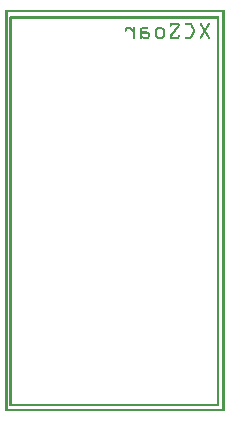
<source format=gbo>
G04 MADE WITH FRITZING*
G04 WWW.FRITZING.ORG*
G04 DOUBLE SIDED*
G04 HOLES PLATED*
G04 CONTOUR ON CENTER OF CONTOUR VECTOR*
%ASAXBY*%
%FSLAX23Y23*%
%MOIN*%
%OFA0B0*%
%SFA1.0B1.0*%
%ADD10R,0.001000X0.001000*%
%LNSILK0*%
G90*
G70*
G54D10*
X1Y1338D02*
X731Y1338D01*
X1Y1337D02*
X731Y1337D01*
X1Y1336D02*
X731Y1336D01*
X1Y1335D02*
X731Y1335D01*
X1Y1334D02*
X731Y1334D01*
X1Y1333D02*
X731Y1333D01*
X1Y1332D02*
X731Y1332D01*
X1Y1331D02*
X731Y1331D01*
X1Y1330D02*
X8Y1330D01*
X724Y1330D02*
X731Y1330D01*
X1Y1329D02*
X8Y1329D01*
X724Y1329D02*
X731Y1329D01*
X1Y1328D02*
X8Y1328D01*
X724Y1328D02*
X731Y1328D01*
X1Y1327D02*
X8Y1327D01*
X724Y1327D02*
X731Y1327D01*
X1Y1326D02*
X8Y1326D01*
X724Y1326D02*
X731Y1326D01*
X1Y1325D02*
X8Y1325D01*
X724Y1325D02*
X731Y1325D01*
X1Y1324D02*
X8Y1324D01*
X724Y1324D02*
X731Y1324D01*
X1Y1323D02*
X8Y1323D01*
X724Y1323D02*
X731Y1323D01*
X1Y1322D02*
X8Y1322D01*
X724Y1322D02*
X731Y1322D01*
X1Y1321D02*
X8Y1321D01*
X724Y1321D02*
X731Y1321D01*
X1Y1320D02*
X8Y1320D01*
X724Y1320D02*
X731Y1320D01*
X1Y1319D02*
X8Y1319D01*
X724Y1319D02*
X731Y1319D01*
X1Y1318D02*
X8Y1318D01*
X724Y1318D02*
X731Y1318D01*
X1Y1317D02*
X8Y1317D01*
X724Y1317D02*
X731Y1317D01*
X1Y1316D02*
X8Y1316D01*
X724Y1316D02*
X731Y1316D01*
X1Y1315D02*
X8Y1315D01*
X15Y1315D02*
X713Y1315D01*
X724Y1315D02*
X731Y1315D01*
X1Y1314D02*
X8Y1314D01*
X14Y1314D02*
X713Y1314D01*
X724Y1314D02*
X731Y1314D01*
X1Y1313D02*
X8Y1313D01*
X14Y1313D02*
X713Y1313D01*
X724Y1313D02*
X731Y1313D01*
X1Y1312D02*
X8Y1312D01*
X14Y1312D02*
X713Y1312D01*
X724Y1312D02*
X731Y1312D01*
X1Y1311D02*
X8Y1311D01*
X14Y1311D02*
X713Y1311D01*
X724Y1311D02*
X731Y1311D01*
X1Y1310D02*
X8Y1310D01*
X14Y1310D02*
X713Y1310D01*
X724Y1310D02*
X731Y1310D01*
X1Y1309D02*
X8Y1309D01*
X14Y1309D02*
X713Y1309D01*
X724Y1309D02*
X731Y1309D01*
X1Y1308D02*
X8Y1308D01*
X14Y1308D02*
X713Y1308D01*
X724Y1308D02*
X731Y1308D01*
X1Y1307D02*
X8Y1307D01*
X14Y1307D02*
X22Y1307D01*
X706Y1307D02*
X713Y1307D01*
X724Y1307D02*
X731Y1307D01*
X1Y1306D02*
X8Y1306D01*
X14Y1306D02*
X21Y1306D01*
X706Y1306D02*
X713Y1306D01*
X724Y1306D02*
X731Y1306D01*
X1Y1305D02*
X8Y1305D01*
X14Y1305D02*
X21Y1305D01*
X706Y1305D02*
X713Y1305D01*
X724Y1305D02*
X731Y1305D01*
X1Y1304D02*
X8Y1304D01*
X14Y1304D02*
X21Y1304D01*
X706Y1304D02*
X713Y1304D01*
X724Y1304D02*
X731Y1304D01*
X1Y1303D02*
X8Y1303D01*
X14Y1303D02*
X21Y1303D01*
X706Y1303D02*
X713Y1303D01*
X724Y1303D02*
X731Y1303D01*
X1Y1302D02*
X8Y1302D01*
X14Y1302D02*
X21Y1302D01*
X706Y1302D02*
X713Y1302D01*
X724Y1302D02*
X731Y1302D01*
X1Y1301D02*
X8Y1301D01*
X14Y1301D02*
X21Y1301D01*
X706Y1301D02*
X713Y1301D01*
X724Y1301D02*
X731Y1301D01*
X1Y1300D02*
X8Y1300D01*
X14Y1300D02*
X21Y1300D01*
X706Y1300D02*
X713Y1300D01*
X724Y1300D02*
X731Y1300D01*
X1Y1299D02*
X8Y1299D01*
X14Y1299D02*
X21Y1299D01*
X706Y1299D02*
X713Y1299D01*
X724Y1299D02*
X731Y1299D01*
X1Y1298D02*
X8Y1298D01*
X14Y1298D02*
X21Y1298D01*
X706Y1298D02*
X713Y1298D01*
X724Y1298D02*
X731Y1298D01*
X1Y1297D02*
X8Y1297D01*
X14Y1297D02*
X21Y1297D01*
X706Y1297D02*
X713Y1297D01*
X724Y1297D02*
X731Y1297D01*
X1Y1296D02*
X8Y1296D01*
X14Y1296D02*
X21Y1296D01*
X706Y1296D02*
X713Y1296D01*
X724Y1296D02*
X731Y1296D01*
X1Y1295D02*
X8Y1295D01*
X14Y1295D02*
X21Y1295D01*
X706Y1295D02*
X713Y1295D01*
X724Y1295D02*
X731Y1295D01*
X1Y1294D02*
X8Y1294D01*
X14Y1294D02*
X21Y1294D01*
X554Y1294D02*
X577Y1294D01*
X600Y1294D02*
X617Y1294D01*
X650Y1294D02*
X653Y1294D01*
X677Y1294D02*
X680Y1294D01*
X706Y1294D02*
X713Y1294D01*
X724Y1294D02*
X731Y1294D01*
X1Y1293D02*
X8Y1293D01*
X14Y1293D02*
X21Y1293D01*
X552Y1293D02*
X579Y1293D01*
X599Y1293D02*
X619Y1293D01*
X649Y1293D02*
X654Y1293D01*
X676Y1293D02*
X681Y1293D01*
X706Y1293D02*
X713Y1293D01*
X724Y1293D02*
X731Y1293D01*
X1Y1292D02*
X8Y1292D01*
X14Y1292D02*
X21Y1292D01*
X551Y1292D02*
X580Y1292D01*
X598Y1292D02*
X621Y1292D01*
X648Y1292D02*
X654Y1292D01*
X676Y1292D02*
X682Y1292D01*
X706Y1292D02*
X713Y1292D01*
X724Y1292D02*
X731Y1292D01*
X1Y1291D02*
X8Y1291D01*
X14Y1291D02*
X21Y1291D01*
X550Y1291D02*
X580Y1291D01*
X598Y1291D02*
X622Y1291D01*
X648Y1291D02*
X655Y1291D01*
X675Y1291D02*
X682Y1291D01*
X706Y1291D02*
X713Y1291D01*
X724Y1291D02*
X731Y1291D01*
X1Y1290D02*
X8Y1290D01*
X14Y1290D02*
X21Y1290D01*
X550Y1290D02*
X581Y1290D01*
X598Y1290D02*
X622Y1290D01*
X648Y1290D02*
X655Y1290D01*
X674Y1290D02*
X681Y1290D01*
X706Y1290D02*
X713Y1290D01*
X724Y1290D02*
X731Y1290D01*
X1Y1289D02*
X8Y1289D01*
X14Y1289D02*
X21Y1289D01*
X549Y1289D02*
X581Y1289D01*
X599Y1289D02*
X623Y1289D01*
X649Y1289D02*
X656Y1289D01*
X674Y1289D02*
X681Y1289D01*
X706Y1289D02*
X713Y1289D01*
X724Y1289D02*
X731Y1289D01*
X1Y1288D02*
X8Y1288D01*
X14Y1288D02*
X21Y1288D01*
X549Y1288D02*
X582Y1288D01*
X600Y1288D02*
X623Y1288D01*
X649Y1288D02*
X657Y1288D01*
X673Y1288D02*
X680Y1288D01*
X706Y1288D02*
X713Y1288D01*
X724Y1288D02*
X731Y1288D01*
X1Y1287D02*
X8Y1287D01*
X14Y1287D02*
X21Y1287D01*
X548Y1287D02*
X555Y1287D01*
X576Y1287D02*
X582Y1287D01*
X617Y1287D02*
X624Y1287D01*
X650Y1287D02*
X657Y1287D01*
X673Y1287D02*
X680Y1287D01*
X706Y1287D02*
X713Y1287D01*
X724Y1287D02*
X731Y1287D01*
X1Y1286D02*
X8Y1286D01*
X14Y1286D02*
X21Y1286D01*
X548Y1286D02*
X554Y1286D01*
X575Y1286D02*
X582Y1286D01*
X617Y1286D02*
X624Y1286D01*
X651Y1286D02*
X658Y1286D01*
X672Y1286D02*
X679Y1286D01*
X706Y1286D02*
X713Y1286D01*
X724Y1286D02*
X731Y1286D01*
X1Y1285D02*
X8Y1285D01*
X14Y1285D02*
X21Y1285D01*
X548Y1285D02*
X554Y1285D01*
X575Y1285D02*
X581Y1285D01*
X618Y1285D02*
X625Y1285D01*
X651Y1285D02*
X658Y1285D01*
X672Y1285D02*
X679Y1285D01*
X706Y1285D02*
X713Y1285D01*
X724Y1285D02*
X731Y1285D01*
X1Y1284D02*
X8Y1284D01*
X14Y1284D02*
X21Y1284D01*
X548Y1284D02*
X554Y1284D01*
X574Y1284D02*
X581Y1284D01*
X618Y1284D02*
X625Y1284D01*
X652Y1284D02*
X659Y1284D01*
X671Y1284D02*
X678Y1284D01*
X706Y1284D02*
X713Y1284D01*
X724Y1284D02*
X731Y1284D01*
X1Y1283D02*
X8Y1283D01*
X14Y1283D02*
X21Y1283D01*
X549Y1283D02*
X553Y1283D01*
X573Y1283D02*
X581Y1283D01*
X619Y1283D02*
X626Y1283D01*
X652Y1283D02*
X659Y1283D01*
X670Y1283D02*
X678Y1283D01*
X706Y1283D02*
X713Y1283D01*
X724Y1283D02*
X731Y1283D01*
X1Y1282D02*
X8Y1282D01*
X14Y1282D02*
X21Y1282D01*
X550Y1282D02*
X552Y1282D01*
X572Y1282D02*
X580Y1282D01*
X619Y1282D02*
X626Y1282D01*
X653Y1282D02*
X660Y1282D01*
X670Y1282D02*
X677Y1282D01*
X706Y1282D02*
X713Y1282D01*
X724Y1282D02*
X731Y1282D01*
X1Y1281D02*
X8Y1281D01*
X14Y1281D02*
X21Y1281D01*
X571Y1281D02*
X579Y1281D01*
X620Y1281D02*
X627Y1281D01*
X653Y1281D02*
X661Y1281D01*
X669Y1281D02*
X676Y1281D01*
X706Y1281D02*
X713Y1281D01*
X724Y1281D02*
X731Y1281D01*
X1Y1280D02*
X8Y1280D01*
X14Y1280D02*
X21Y1280D01*
X571Y1280D02*
X579Y1280D01*
X621Y1280D02*
X627Y1280D01*
X654Y1280D02*
X661Y1280D01*
X669Y1280D02*
X676Y1280D01*
X706Y1280D02*
X713Y1280D01*
X724Y1280D02*
X731Y1280D01*
X1Y1279D02*
X8Y1279D01*
X14Y1279D02*
X21Y1279D01*
X404Y1279D02*
X417Y1279D01*
X427Y1279D02*
X431Y1279D01*
X455Y1279D02*
X474Y1279D01*
X507Y1279D02*
X523Y1279D01*
X570Y1279D02*
X578Y1279D01*
X621Y1279D02*
X628Y1279D01*
X655Y1279D02*
X662Y1279D01*
X668Y1279D02*
X675Y1279D01*
X706Y1279D02*
X713Y1279D01*
X724Y1279D02*
X731Y1279D01*
X1Y1278D02*
X8Y1278D01*
X14Y1278D02*
X21Y1278D01*
X403Y1278D02*
X418Y1278D01*
X426Y1278D02*
X431Y1278D01*
X454Y1278D02*
X474Y1278D01*
X505Y1278D02*
X525Y1278D01*
X569Y1278D02*
X577Y1278D01*
X622Y1278D02*
X628Y1278D01*
X655Y1278D02*
X662Y1278D01*
X667Y1278D02*
X675Y1278D01*
X706Y1278D02*
X713Y1278D01*
X724Y1278D02*
X731Y1278D01*
X1Y1277D02*
X8Y1277D01*
X14Y1277D02*
X21Y1277D01*
X402Y1277D02*
X419Y1277D01*
X426Y1277D02*
X432Y1277D01*
X452Y1277D02*
X475Y1277D01*
X504Y1277D02*
X526Y1277D01*
X568Y1277D02*
X576Y1277D01*
X622Y1277D02*
X629Y1277D01*
X656Y1277D02*
X663Y1277D01*
X667Y1277D02*
X674Y1277D01*
X706Y1277D02*
X713Y1277D01*
X724Y1277D02*
X731Y1277D01*
X1Y1276D02*
X8Y1276D01*
X14Y1276D02*
X21Y1276D01*
X401Y1276D02*
X420Y1276D01*
X426Y1276D02*
X432Y1276D01*
X451Y1276D02*
X475Y1276D01*
X503Y1276D02*
X527Y1276D01*
X568Y1276D02*
X576Y1276D01*
X623Y1276D02*
X629Y1276D01*
X656Y1276D02*
X664Y1276D01*
X666Y1276D02*
X673Y1276D01*
X706Y1276D02*
X713Y1276D01*
X724Y1276D02*
X731Y1276D01*
X1Y1275D02*
X8Y1275D01*
X14Y1275D02*
X21Y1275D01*
X400Y1275D02*
X422Y1275D01*
X426Y1275D02*
X432Y1275D01*
X451Y1275D02*
X475Y1275D01*
X502Y1275D02*
X528Y1275D01*
X567Y1275D02*
X575Y1275D01*
X623Y1275D02*
X630Y1275D01*
X657Y1275D02*
X673Y1275D01*
X706Y1275D02*
X713Y1275D01*
X724Y1275D02*
X731Y1275D01*
X1Y1274D02*
X8Y1274D01*
X14Y1274D02*
X21Y1274D01*
X399Y1274D02*
X423Y1274D01*
X426Y1274D02*
X432Y1274D01*
X450Y1274D02*
X474Y1274D01*
X501Y1274D02*
X529Y1274D01*
X566Y1274D02*
X574Y1274D01*
X624Y1274D02*
X630Y1274D01*
X658Y1274D02*
X672Y1274D01*
X706Y1274D02*
X713Y1274D01*
X724Y1274D02*
X731Y1274D01*
X1Y1273D02*
X8Y1273D01*
X14Y1273D02*
X21Y1273D01*
X399Y1273D02*
X424Y1273D01*
X426Y1273D02*
X432Y1273D01*
X450Y1273D02*
X472Y1273D01*
X500Y1273D02*
X530Y1273D01*
X565Y1273D02*
X573Y1273D01*
X624Y1273D02*
X631Y1273D01*
X658Y1273D02*
X672Y1273D01*
X706Y1273D02*
X713Y1273D01*
X724Y1273D02*
X731Y1273D01*
X1Y1272D02*
X8Y1272D01*
X14Y1272D02*
X21Y1272D01*
X399Y1272D02*
X405Y1272D01*
X415Y1272D02*
X432Y1272D01*
X449Y1272D02*
X456Y1272D01*
X499Y1272D02*
X508Y1272D01*
X522Y1272D02*
X531Y1272D01*
X564Y1272D02*
X572Y1272D01*
X625Y1272D02*
X631Y1272D01*
X659Y1272D02*
X671Y1272D01*
X706Y1272D02*
X713Y1272D01*
X724Y1272D02*
X731Y1272D01*
X1Y1271D02*
X8Y1271D01*
X14Y1271D02*
X21Y1271D01*
X398Y1271D02*
X405Y1271D01*
X416Y1271D02*
X432Y1271D01*
X449Y1271D02*
X456Y1271D01*
X499Y1271D02*
X506Y1271D01*
X523Y1271D02*
X531Y1271D01*
X564Y1271D02*
X572Y1271D01*
X625Y1271D02*
X631Y1271D01*
X659Y1271D02*
X671Y1271D01*
X706Y1271D02*
X713Y1271D01*
X724Y1271D02*
X731Y1271D01*
X1Y1270D02*
X8Y1270D01*
X14Y1270D02*
X21Y1270D01*
X398Y1270D02*
X404Y1270D01*
X418Y1270D02*
X432Y1270D01*
X449Y1270D02*
X455Y1270D01*
X499Y1270D02*
X505Y1270D01*
X524Y1270D02*
X531Y1270D01*
X563Y1270D02*
X571Y1270D01*
X625Y1270D02*
X631Y1270D01*
X660Y1270D02*
X670Y1270D01*
X706Y1270D02*
X713Y1270D01*
X724Y1270D02*
X731Y1270D01*
X1Y1269D02*
X8Y1269D01*
X14Y1269D02*
X21Y1269D01*
X398Y1269D02*
X404Y1269D01*
X419Y1269D02*
X432Y1269D01*
X449Y1269D02*
X455Y1269D01*
X498Y1269D02*
X505Y1269D01*
X525Y1269D02*
X532Y1269D01*
X562Y1269D02*
X570Y1269D01*
X626Y1269D02*
X632Y1269D01*
X661Y1269D02*
X669Y1269D01*
X706Y1269D02*
X713Y1269D01*
X724Y1269D02*
X731Y1269D01*
X1Y1268D02*
X8Y1268D01*
X14Y1268D02*
X21Y1268D01*
X398Y1268D02*
X404Y1268D01*
X420Y1268D02*
X432Y1268D01*
X449Y1268D02*
X455Y1268D01*
X498Y1268D02*
X504Y1268D01*
X526Y1268D02*
X532Y1268D01*
X561Y1268D02*
X569Y1268D01*
X626Y1268D02*
X632Y1268D01*
X661Y1268D02*
X669Y1268D01*
X706Y1268D02*
X713Y1268D01*
X724Y1268D02*
X731Y1268D01*
X1Y1267D02*
X8Y1267D01*
X14Y1267D02*
X21Y1267D01*
X398Y1267D02*
X404Y1267D01*
X421Y1267D02*
X432Y1267D01*
X449Y1267D02*
X455Y1267D01*
X498Y1267D02*
X504Y1267D01*
X526Y1267D02*
X532Y1267D01*
X561Y1267D02*
X569Y1267D01*
X626Y1267D02*
X632Y1267D01*
X661Y1267D02*
X669Y1267D01*
X706Y1267D02*
X713Y1267D01*
X724Y1267D02*
X731Y1267D01*
X1Y1266D02*
X8Y1266D01*
X14Y1266D02*
X21Y1266D01*
X399Y1266D02*
X404Y1266D01*
X422Y1266D02*
X432Y1266D01*
X449Y1266D02*
X455Y1266D01*
X498Y1266D02*
X504Y1266D01*
X526Y1266D02*
X532Y1266D01*
X560Y1266D02*
X568Y1266D01*
X626Y1266D02*
X632Y1266D01*
X660Y1266D02*
X669Y1266D01*
X706Y1266D02*
X713Y1266D01*
X724Y1266D02*
X731Y1266D01*
X1Y1265D02*
X8Y1265D01*
X14Y1265D02*
X21Y1265D01*
X399Y1265D02*
X403Y1265D01*
X423Y1265D02*
X432Y1265D01*
X449Y1265D02*
X455Y1265D01*
X457Y1265D02*
X473Y1265D01*
X498Y1265D02*
X504Y1265D01*
X526Y1265D02*
X532Y1265D01*
X559Y1265D02*
X567Y1265D01*
X625Y1265D02*
X631Y1265D01*
X660Y1265D02*
X670Y1265D01*
X706Y1265D02*
X713Y1265D01*
X724Y1265D02*
X731Y1265D01*
X1Y1264D02*
X8Y1264D01*
X14Y1264D02*
X21Y1264D01*
X425Y1264D02*
X432Y1264D01*
X449Y1264D02*
X476Y1264D01*
X498Y1264D02*
X504Y1264D01*
X526Y1264D02*
X532Y1264D01*
X558Y1264D02*
X566Y1264D01*
X625Y1264D02*
X631Y1264D01*
X659Y1264D02*
X671Y1264D01*
X706Y1264D02*
X713Y1264D01*
X724Y1264D02*
X731Y1264D01*
X1Y1263D02*
X8Y1263D01*
X14Y1263D02*
X21Y1263D01*
X426Y1263D02*
X432Y1263D01*
X449Y1263D02*
X478Y1263D01*
X498Y1263D02*
X504Y1263D01*
X526Y1263D02*
X532Y1263D01*
X557Y1263D02*
X565Y1263D01*
X625Y1263D02*
X631Y1263D01*
X659Y1263D02*
X671Y1263D01*
X706Y1263D02*
X713Y1263D01*
X724Y1263D02*
X731Y1263D01*
X1Y1262D02*
X8Y1262D01*
X14Y1262D02*
X21Y1262D01*
X426Y1262D02*
X432Y1262D01*
X449Y1262D02*
X479Y1262D01*
X498Y1262D02*
X504Y1262D01*
X526Y1262D02*
X532Y1262D01*
X557Y1262D02*
X565Y1262D01*
X624Y1262D02*
X631Y1262D01*
X658Y1262D02*
X672Y1262D01*
X706Y1262D02*
X713Y1262D01*
X724Y1262D02*
X731Y1262D01*
X1Y1261D02*
X8Y1261D01*
X14Y1261D02*
X21Y1261D01*
X426Y1261D02*
X432Y1261D01*
X449Y1261D02*
X480Y1261D01*
X498Y1261D02*
X504Y1261D01*
X526Y1261D02*
X532Y1261D01*
X556Y1261D02*
X564Y1261D01*
X624Y1261D02*
X630Y1261D01*
X658Y1261D02*
X672Y1261D01*
X706Y1261D02*
X713Y1261D01*
X724Y1261D02*
X731Y1261D01*
X1Y1260D02*
X8Y1260D01*
X14Y1260D02*
X21Y1260D01*
X426Y1260D02*
X432Y1260D01*
X449Y1260D02*
X480Y1260D01*
X498Y1260D02*
X504Y1260D01*
X526Y1260D02*
X532Y1260D01*
X555Y1260D02*
X563Y1260D01*
X623Y1260D02*
X630Y1260D01*
X657Y1260D02*
X664Y1260D01*
X666Y1260D02*
X673Y1260D01*
X706Y1260D02*
X713Y1260D01*
X724Y1260D02*
X731Y1260D01*
X1Y1259D02*
X8Y1259D01*
X14Y1259D02*
X21Y1259D01*
X426Y1259D02*
X432Y1259D01*
X449Y1259D02*
X481Y1259D01*
X498Y1259D02*
X504Y1259D01*
X526Y1259D02*
X532Y1259D01*
X554Y1259D02*
X562Y1259D01*
X622Y1259D02*
X629Y1259D01*
X656Y1259D02*
X663Y1259D01*
X666Y1259D02*
X674Y1259D01*
X706Y1259D02*
X713Y1259D01*
X724Y1259D02*
X731Y1259D01*
X1Y1258D02*
X8Y1258D01*
X14Y1258D02*
X21Y1258D01*
X426Y1258D02*
X432Y1258D01*
X449Y1258D02*
X457Y1258D01*
X473Y1258D02*
X481Y1258D01*
X498Y1258D02*
X504Y1258D01*
X526Y1258D02*
X532Y1258D01*
X554Y1258D02*
X562Y1258D01*
X622Y1258D02*
X629Y1258D01*
X656Y1258D02*
X663Y1258D01*
X667Y1258D02*
X674Y1258D01*
X706Y1258D02*
X713Y1258D01*
X724Y1258D02*
X731Y1258D01*
X1Y1257D02*
X8Y1257D01*
X14Y1257D02*
X21Y1257D01*
X426Y1257D02*
X432Y1257D01*
X449Y1257D02*
X456Y1257D01*
X475Y1257D02*
X481Y1257D01*
X498Y1257D02*
X504Y1257D01*
X526Y1257D02*
X532Y1257D01*
X553Y1257D02*
X561Y1257D01*
X621Y1257D02*
X628Y1257D01*
X655Y1257D02*
X662Y1257D01*
X667Y1257D02*
X675Y1257D01*
X706Y1257D02*
X713Y1257D01*
X724Y1257D02*
X731Y1257D01*
X1Y1256D02*
X8Y1256D01*
X14Y1256D02*
X21Y1256D01*
X426Y1256D02*
X432Y1256D01*
X449Y1256D02*
X455Y1256D01*
X475Y1256D02*
X482Y1256D01*
X498Y1256D02*
X504Y1256D01*
X526Y1256D02*
X532Y1256D01*
X552Y1256D02*
X560Y1256D01*
X621Y1256D02*
X628Y1256D01*
X655Y1256D02*
X662Y1256D01*
X668Y1256D02*
X675Y1256D01*
X706Y1256D02*
X713Y1256D01*
X724Y1256D02*
X731Y1256D01*
X1Y1255D02*
X8Y1255D01*
X14Y1255D02*
X21Y1255D01*
X426Y1255D02*
X432Y1255D01*
X449Y1255D02*
X455Y1255D01*
X476Y1255D02*
X482Y1255D01*
X498Y1255D02*
X504Y1255D01*
X526Y1255D02*
X532Y1255D01*
X551Y1255D02*
X559Y1255D01*
X620Y1255D02*
X627Y1255D01*
X654Y1255D02*
X661Y1255D01*
X669Y1255D02*
X676Y1255D01*
X706Y1255D02*
X713Y1255D01*
X724Y1255D02*
X731Y1255D01*
X1Y1254D02*
X8Y1254D01*
X14Y1254D02*
X21Y1254D01*
X426Y1254D02*
X432Y1254D01*
X449Y1254D02*
X455Y1254D01*
X476Y1254D02*
X482Y1254D01*
X498Y1254D02*
X504Y1254D01*
X526Y1254D02*
X532Y1254D01*
X550Y1254D02*
X559Y1254D01*
X620Y1254D02*
X627Y1254D01*
X653Y1254D02*
X661Y1254D01*
X669Y1254D02*
X676Y1254D01*
X706Y1254D02*
X713Y1254D01*
X724Y1254D02*
X731Y1254D01*
X1Y1253D02*
X8Y1253D01*
X14Y1253D02*
X21Y1253D01*
X426Y1253D02*
X432Y1253D01*
X448Y1253D02*
X455Y1253D01*
X476Y1253D02*
X482Y1253D01*
X498Y1253D02*
X504Y1253D01*
X526Y1253D02*
X532Y1253D01*
X550Y1253D02*
X558Y1253D01*
X578Y1253D02*
X580Y1253D01*
X619Y1253D02*
X626Y1253D01*
X653Y1253D02*
X660Y1253D01*
X670Y1253D02*
X677Y1253D01*
X706Y1253D02*
X713Y1253D01*
X724Y1253D02*
X731Y1253D01*
X1Y1252D02*
X8Y1252D01*
X14Y1252D02*
X21Y1252D01*
X426Y1252D02*
X432Y1252D01*
X448Y1252D02*
X455Y1252D01*
X476Y1252D02*
X482Y1252D01*
X498Y1252D02*
X504Y1252D01*
X525Y1252D02*
X532Y1252D01*
X549Y1252D02*
X557Y1252D01*
X577Y1252D02*
X581Y1252D01*
X619Y1252D02*
X626Y1252D01*
X652Y1252D02*
X659Y1252D01*
X670Y1252D02*
X678Y1252D01*
X706Y1252D02*
X713Y1252D01*
X724Y1252D02*
X731Y1252D01*
X1Y1251D02*
X8Y1251D01*
X14Y1251D02*
X21Y1251D01*
X426Y1251D02*
X432Y1251D01*
X448Y1251D02*
X456Y1251D01*
X476Y1251D02*
X482Y1251D01*
X498Y1251D02*
X505Y1251D01*
X525Y1251D02*
X532Y1251D01*
X549Y1251D02*
X556Y1251D01*
X576Y1251D02*
X581Y1251D01*
X618Y1251D02*
X625Y1251D01*
X652Y1251D02*
X659Y1251D01*
X671Y1251D02*
X678Y1251D01*
X706Y1251D02*
X713Y1251D01*
X724Y1251D02*
X731Y1251D01*
X1Y1250D02*
X8Y1250D01*
X14Y1250D02*
X21Y1250D01*
X426Y1250D02*
X432Y1250D01*
X448Y1250D02*
X458Y1250D01*
X476Y1250D02*
X482Y1250D01*
X499Y1250D02*
X506Y1250D01*
X524Y1250D02*
X531Y1250D01*
X548Y1250D02*
X555Y1250D01*
X576Y1250D02*
X582Y1250D01*
X618Y1250D02*
X625Y1250D01*
X651Y1250D02*
X658Y1250D01*
X672Y1250D02*
X679Y1250D01*
X706Y1250D02*
X713Y1250D01*
X724Y1250D02*
X731Y1250D01*
X1Y1249D02*
X8Y1249D01*
X14Y1249D02*
X21Y1249D01*
X426Y1249D02*
X432Y1249D01*
X448Y1249D02*
X459Y1249D01*
X475Y1249D02*
X482Y1249D01*
X499Y1249D02*
X507Y1249D01*
X523Y1249D02*
X531Y1249D01*
X548Y1249D02*
X555Y1249D01*
X575Y1249D02*
X582Y1249D01*
X617Y1249D02*
X624Y1249D01*
X651Y1249D02*
X658Y1249D01*
X672Y1249D02*
X679Y1249D01*
X706Y1249D02*
X713Y1249D01*
X724Y1249D02*
X731Y1249D01*
X1Y1248D02*
X8Y1248D01*
X14Y1248D02*
X21Y1248D01*
X426Y1248D02*
X432Y1248D01*
X448Y1248D02*
X461Y1248D01*
X474Y1248D02*
X481Y1248D01*
X500Y1248D02*
X508Y1248D01*
X521Y1248D02*
X530Y1248D01*
X548Y1248D02*
X554Y1248D01*
X575Y1248D02*
X582Y1248D01*
X616Y1248D02*
X624Y1248D01*
X650Y1248D02*
X657Y1248D01*
X673Y1248D02*
X680Y1248D01*
X706Y1248D02*
X713Y1248D01*
X724Y1248D02*
X731Y1248D01*
X1Y1247D02*
X8Y1247D01*
X14Y1247D02*
X21Y1247D01*
X426Y1247D02*
X432Y1247D01*
X448Y1247D02*
X481Y1247D01*
X500Y1247D02*
X530Y1247D01*
X548Y1247D02*
X581Y1247D01*
X600Y1247D02*
X623Y1247D01*
X649Y1247D02*
X656Y1247D01*
X673Y1247D02*
X681Y1247D01*
X706Y1247D02*
X713Y1247D01*
X724Y1247D02*
X731Y1247D01*
X1Y1246D02*
X8Y1246D01*
X14Y1246D02*
X21Y1246D01*
X426Y1246D02*
X432Y1246D01*
X448Y1246D02*
X481Y1246D01*
X501Y1246D02*
X529Y1246D01*
X549Y1246D02*
X581Y1246D01*
X599Y1246D02*
X623Y1246D01*
X649Y1246D02*
X656Y1246D01*
X674Y1246D02*
X681Y1246D01*
X706Y1246D02*
X713Y1246D01*
X724Y1246D02*
X731Y1246D01*
X1Y1245D02*
X8Y1245D01*
X14Y1245D02*
X21Y1245D01*
X426Y1245D02*
X432Y1245D01*
X448Y1245D02*
X480Y1245D01*
X502Y1245D02*
X528Y1245D01*
X549Y1245D02*
X580Y1245D01*
X598Y1245D02*
X622Y1245D01*
X648Y1245D02*
X655Y1245D01*
X675Y1245D02*
X681Y1245D01*
X706Y1245D02*
X713Y1245D01*
X724Y1245D02*
X731Y1245D01*
X1Y1244D02*
X8Y1244D01*
X14Y1244D02*
X21Y1244D01*
X426Y1244D02*
X432Y1244D01*
X448Y1244D02*
X479Y1244D01*
X503Y1244D02*
X527Y1244D01*
X550Y1244D02*
X580Y1244D01*
X598Y1244D02*
X621Y1244D01*
X648Y1244D02*
X655Y1244D01*
X675Y1244D02*
X682Y1244D01*
X706Y1244D02*
X713Y1244D01*
X724Y1244D02*
X731Y1244D01*
X1Y1243D02*
X8Y1243D01*
X14Y1243D02*
X21Y1243D01*
X426Y1243D02*
X432Y1243D01*
X448Y1243D02*
X454Y1243D01*
X457Y1243D02*
X478Y1243D01*
X504Y1243D02*
X526Y1243D01*
X550Y1243D02*
X579Y1243D01*
X598Y1243D02*
X620Y1243D01*
X648Y1243D02*
X654Y1243D01*
X676Y1243D02*
X681Y1243D01*
X706Y1243D02*
X713Y1243D01*
X724Y1243D02*
X731Y1243D01*
X1Y1242D02*
X8Y1242D01*
X14Y1242D02*
X21Y1242D01*
X426Y1242D02*
X431Y1242D01*
X449Y1242D02*
X454Y1242D01*
X459Y1242D02*
X477Y1242D01*
X506Y1242D02*
X524Y1242D01*
X551Y1242D02*
X577Y1242D01*
X599Y1242D02*
X619Y1242D01*
X649Y1242D02*
X653Y1242D01*
X676Y1242D02*
X681Y1242D01*
X706Y1242D02*
X713Y1242D01*
X724Y1242D02*
X731Y1242D01*
X1Y1241D02*
X8Y1241D01*
X14Y1241D02*
X21Y1241D01*
X428Y1241D02*
X430Y1241D01*
X450Y1241D02*
X452Y1241D01*
X460Y1241D02*
X475Y1241D01*
X508Y1241D02*
X522Y1241D01*
X553Y1241D02*
X575Y1241D01*
X600Y1241D02*
X617Y1241D01*
X650Y1241D02*
X652Y1241D01*
X677Y1241D02*
X680Y1241D01*
X706Y1241D02*
X713Y1241D01*
X724Y1241D02*
X731Y1241D01*
X1Y1240D02*
X8Y1240D01*
X14Y1240D02*
X21Y1240D01*
X706Y1240D02*
X713Y1240D01*
X724Y1240D02*
X731Y1240D01*
X1Y1239D02*
X8Y1239D01*
X14Y1239D02*
X21Y1239D01*
X706Y1239D02*
X713Y1239D01*
X724Y1239D02*
X731Y1239D01*
X1Y1238D02*
X8Y1238D01*
X14Y1238D02*
X21Y1238D01*
X706Y1238D02*
X713Y1238D01*
X724Y1238D02*
X731Y1238D01*
X1Y1237D02*
X8Y1237D01*
X14Y1237D02*
X21Y1237D01*
X706Y1237D02*
X713Y1237D01*
X724Y1237D02*
X731Y1237D01*
X1Y1236D02*
X8Y1236D01*
X14Y1236D02*
X21Y1236D01*
X706Y1236D02*
X713Y1236D01*
X724Y1236D02*
X731Y1236D01*
X1Y1235D02*
X8Y1235D01*
X14Y1235D02*
X21Y1235D01*
X706Y1235D02*
X713Y1235D01*
X724Y1235D02*
X731Y1235D01*
X1Y1234D02*
X8Y1234D01*
X14Y1234D02*
X21Y1234D01*
X706Y1234D02*
X713Y1234D01*
X724Y1234D02*
X731Y1234D01*
X1Y1233D02*
X8Y1233D01*
X14Y1233D02*
X21Y1233D01*
X706Y1233D02*
X713Y1233D01*
X724Y1233D02*
X731Y1233D01*
X1Y1232D02*
X8Y1232D01*
X14Y1232D02*
X21Y1232D01*
X706Y1232D02*
X713Y1232D01*
X724Y1232D02*
X731Y1232D01*
X1Y1231D02*
X8Y1231D01*
X14Y1231D02*
X21Y1231D01*
X706Y1231D02*
X713Y1231D01*
X724Y1231D02*
X731Y1231D01*
X1Y1230D02*
X8Y1230D01*
X14Y1230D02*
X21Y1230D01*
X706Y1230D02*
X713Y1230D01*
X724Y1230D02*
X731Y1230D01*
X1Y1229D02*
X8Y1229D01*
X14Y1229D02*
X21Y1229D01*
X706Y1229D02*
X713Y1229D01*
X724Y1229D02*
X731Y1229D01*
X1Y1228D02*
X8Y1228D01*
X14Y1228D02*
X21Y1228D01*
X706Y1228D02*
X713Y1228D01*
X724Y1228D02*
X731Y1228D01*
X1Y1227D02*
X8Y1227D01*
X14Y1227D02*
X21Y1227D01*
X706Y1227D02*
X713Y1227D01*
X724Y1227D02*
X731Y1227D01*
X1Y1226D02*
X8Y1226D01*
X14Y1226D02*
X21Y1226D01*
X706Y1226D02*
X713Y1226D01*
X724Y1226D02*
X731Y1226D01*
X1Y1225D02*
X8Y1225D01*
X14Y1225D02*
X21Y1225D01*
X706Y1225D02*
X713Y1225D01*
X724Y1225D02*
X731Y1225D01*
X1Y1224D02*
X8Y1224D01*
X14Y1224D02*
X21Y1224D01*
X706Y1224D02*
X713Y1224D01*
X724Y1224D02*
X731Y1224D01*
X1Y1223D02*
X8Y1223D01*
X14Y1223D02*
X21Y1223D01*
X706Y1223D02*
X713Y1223D01*
X724Y1223D02*
X731Y1223D01*
X1Y1222D02*
X8Y1222D01*
X14Y1222D02*
X21Y1222D01*
X706Y1222D02*
X713Y1222D01*
X724Y1222D02*
X731Y1222D01*
X1Y1221D02*
X8Y1221D01*
X14Y1221D02*
X21Y1221D01*
X706Y1221D02*
X713Y1221D01*
X724Y1221D02*
X731Y1221D01*
X1Y1220D02*
X8Y1220D01*
X14Y1220D02*
X21Y1220D01*
X706Y1220D02*
X713Y1220D01*
X724Y1220D02*
X731Y1220D01*
X1Y1219D02*
X8Y1219D01*
X14Y1219D02*
X21Y1219D01*
X706Y1219D02*
X713Y1219D01*
X724Y1219D02*
X731Y1219D01*
X1Y1218D02*
X8Y1218D01*
X14Y1218D02*
X21Y1218D01*
X706Y1218D02*
X713Y1218D01*
X724Y1218D02*
X731Y1218D01*
X1Y1217D02*
X8Y1217D01*
X14Y1217D02*
X21Y1217D01*
X706Y1217D02*
X713Y1217D01*
X724Y1217D02*
X731Y1217D01*
X1Y1216D02*
X8Y1216D01*
X14Y1216D02*
X21Y1216D01*
X706Y1216D02*
X713Y1216D01*
X724Y1216D02*
X731Y1216D01*
X1Y1215D02*
X8Y1215D01*
X14Y1215D02*
X21Y1215D01*
X706Y1215D02*
X713Y1215D01*
X724Y1215D02*
X731Y1215D01*
X1Y1214D02*
X8Y1214D01*
X14Y1214D02*
X21Y1214D01*
X706Y1214D02*
X713Y1214D01*
X724Y1214D02*
X731Y1214D01*
X1Y1213D02*
X8Y1213D01*
X14Y1213D02*
X21Y1213D01*
X706Y1213D02*
X713Y1213D01*
X724Y1213D02*
X731Y1213D01*
X1Y1212D02*
X8Y1212D01*
X14Y1212D02*
X21Y1212D01*
X706Y1212D02*
X713Y1212D01*
X724Y1212D02*
X731Y1212D01*
X1Y1211D02*
X8Y1211D01*
X14Y1211D02*
X21Y1211D01*
X706Y1211D02*
X713Y1211D01*
X724Y1211D02*
X731Y1211D01*
X1Y1210D02*
X8Y1210D01*
X14Y1210D02*
X21Y1210D01*
X706Y1210D02*
X713Y1210D01*
X724Y1210D02*
X731Y1210D01*
X1Y1209D02*
X8Y1209D01*
X14Y1209D02*
X21Y1209D01*
X706Y1209D02*
X713Y1209D01*
X724Y1209D02*
X731Y1209D01*
X1Y1208D02*
X8Y1208D01*
X14Y1208D02*
X21Y1208D01*
X706Y1208D02*
X713Y1208D01*
X724Y1208D02*
X731Y1208D01*
X1Y1207D02*
X8Y1207D01*
X14Y1207D02*
X21Y1207D01*
X706Y1207D02*
X713Y1207D01*
X724Y1207D02*
X731Y1207D01*
X1Y1206D02*
X8Y1206D01*
X14Y1206D02*
X21Y1206D01*
X706Y1206D02*
X713Y1206D01*
X724Y1206D02*
X731Y1206D01*
X1Y1205D02*
X8Y1205D01*
X14Y1205D02*
X21Y1205D01*
X706Y1205D02*
X713Y1205D01*
X724Y1205D02*
X731Y1205D01*
X1Y1204D02*
X8Y1204D01*
X14Y1204D02*
X21Y1204D01*
X706Y1204D02*
X713Y1204D01*
X724Y1204D02*
X731Y1204D01*
X1Y1203D02*
X8Y1203D01*
X14Y1203D02*
X21Y1203D01*
X706Y1203D02*
X713Y1203D01*
X724Y1203D02*
X731Y1203D01*
X1Y1202D02*
X8Y1202D01*
X14Y1202D02*
X21Y1202D01*
X706Y1202D02*
X713Y1202D01*
X724Y1202D02*
X731Y1202D01*
X1Y1201D02*
X8Y1201D01*
X14Y1201D02*
X21Y1201D01*
X706Y1201D02*
X713Y1201D01*
X724Y1201D02*
X731Y1201D01*
X1Y1200D02*
X8Y1200D01*
X14Y1200D02*
X21Y1200D01*
X706Y1200D02*
X713Y1200D01*
X724Y1200D02*
X731Y1200D01*
X1Y1199D02*
X8Y1199D01*
X14Y1199D02*
X21Y1199D01*
X706Y1199D02*
X713Y1199D01*
X724Y1199D02*
X731Y1199D01*
X1Y1198D02*
X8Y1198D01*
X14Y1198D02*
X21Y1198D01*
X706Y1198D02*
X713Y1198D01*
X724Y1198D02*
X731Y1198D01*
X1Y1197D02*
X8Y1197D01*
X14Y1197D02*
X21Y1197D01*
X706Y1197D02*
X713Y1197D01*
X724Y1197D02*
X731Y1197D01*
X1Y1196D02*
X8Y1196D01*
X14Y1196D02*
X21Y1196D01*
X706Y1196D02*
X713Y1196D01*
X724Y1196D02*
X731Y1196D01*
X1Y1195D02*
X8Y1195D01*
X14Y1195D02*
X21Y1195D01*
X706Y1195D02*
X713Y1195D01*
X724Y1195D02*
X731Y1195D01*
X1Y1194D02*
X8Y1194D01*
X14Y1194D02*
X21Y1194D01*
X706Y1194D02*
X713Y1194D01*
X724Y1194D02*
X731Y1194D01*
X1Y1193D02*
X8Y1193D01*
X14Y1193D02*
X21Y1193D01*
X706Y1193D02*
X713Y1193D01*
X724Y1193D02*
X731Y1193D01*
X1Y1192D02*
X8Y1192D01*
X14Y1192D02*
X21Y1192D01*
X706Y1192D02*
X713Y1192D01*
X724Y1192D02*
X731Y1192D01*
X1Y1191D02*
X8Y1191D01*
X14Y1191D02*
X21Y1191D01*
X706Y1191D02*
X713Y1191D01*
X724Y1191D02*
X731Y1191D01*
X1Y1190D02*
X8Y1190D01*
X14Y1190D02*
X21Y1190D01*
X706Y1190D02*
X713Y1190D01*
X724Y1190D02*
X731Y1190D01*
X1Y1189D02*
X8Y1189D01*
X14Y1189D02*
X21Y1189D01*
X706Y1189D02*
X713Y1189D01*
X724Y1189D02*
X731Y1189D01*
X1Y1188D02*
X8Y1188D01*
X14Y1188D02*
X21Y1188D01*
X706Y1188D02*
X713Y1188D01*
X724Y1188D02*
X731Y1188D01*
X1Y1187D02*
X8Y1187D01*
X14Y1187D02*
X21Y1187D01*
X706Y1187D02*
X713Y1187D01*
X724Y1187D02*
X731Y1187D01*
X1Y1186D02*
X8Y1186D01*
X14Y1186D02*
X21Y1186D01*
X706Y1186D02*
X713Y1186D01*
X724Y1186D02*
X731Y1186D01*
X1Y1185D02*
X8Y1185D01*
X14Y1185D02*
X21Y1185D01*
X706Y1185D02*
X713Y1185D01*
X724Y1185D02*
X731Y1185D01*
X1Y1184D02*
X8Y1184D01*
X14Y1184D02*
X21Y1184D01*
X706Y1184D02*
X713Y1184D01*
X724Y1184D02*
X731Y1184D01*
X1Y1183D02*
X8Y1183D01*
X14Y1183D02*
X21Y1183D01*
X706Y1183D02*
X713Y1183D01*
X724Y1183D02*
X731Y1183D01*
X1Y1182D02*
X8Y1182D01*
X14Y1182D02*
X21Y1182D01*
X706Y1182D02*
X713Y1182D01*
X724Y1182D02*
X731Y1182D01*
X1Y1181D02*
X8Y1181D01*
X14Y1181D02*
X21Y1181D01*
X706Y1181D02*
X713Y1181D01*
X724Y1181D02*
X731Y1181D01*
X1Y1180D02*
X8Y1180D01*
X14Y1180D02*
X21Y1180D01*
X706Y1180D02*
X713Y1180D01*
X724Y1180D02*
X731Y1180D01*
X1Y1179D02*
X8Y1179D01*
X14Y1179D02*
X21Y1179D01*
X706Y1179D02*
X713Y1179D01*
X724Y1179D02*
X731Y1179D01*
X1Y1178D02*
X8Y1178D01*
X14Y1178D02*
X21Y1178D01*
X706Y1178D02*
X713Y1178D01*
X724Y1178D02*
X731Y1178D01*
X1Y1177D02*
X8Y1177D01*
X14Y1177D02*
X21Y1177D01*
X706Y1177D02*
X713Y1177D01*
X724Y1177D02*
X731Y1177D01*
X1Y1176D02*
X8Y1176D01*
X14Y1176D02*
X21Y1176D01*
X706Y1176D02*
X713Y1176D01*
X724Y1176D02*
X731Y1176D01*
X1Y1175D02*
X8Y1175D01*
X14Y1175D02*
X21Y1175D01*
X706Y1175D02*
X713Y1175D01*
X724Y1175D02*
X731Y1175D01*
X1Y1174D02*
X8Y1174D01*
X14Y1174D02*
X21Y1174D01*
X706Y1174D02*
X713Y1174D01*
X724Y1174D02*
X731Y1174D01*
X1Y1173D02*
X8Y1173D01*
X14Y1173D02*
X21Y1173D01*
X706Y1173D02*
X713Y1173D01*
X724Y1173D02*
X731Y1173D01*
X1Y1172D02*
X8Y1172D01*
X14Y1172D02*
X21Y1172D01*
X706Y1172D02*
X713Y1172D01*
X724Y1172D02*
X731Y1172D01*
X1Y1171D02*
X8Y1171D01*
X14Y1171D02*
X21Y1171D01*
X706Y1171D02*
X713Y1171D01*
X724Y1171D02*
X731Y1171D01*
X1Y1170D02*
X8Y1170D01*
X14Y1170D02*
X21Y1170D01*
X706Y1170D02*
X713Y1170D01*
X724Y1170D02*
X731Y1170D01*
X1Y1169D02*
X8Y1169D01*
X14Y1169D02*
X21Y1169D01*
X706Y1169D02*
X713Y1169D01*
X724Y1169D02*
X731Y1169D01*
X1Y1168D02*
X8Y1168D01*
X14Y1168D02*
X21Y1168D01*
X706Y1168D02*
X713Y1168D01*
X724Y1168D02*
X731Y1168D01*
X1Y1167D02*
X8Y1167D01*
X14Y1167D02*
X21Y1167D01*
X706Y1167D02*
X713Y1167D01*
X724Y1167D02*
X731Y1167D01*
X1Y1166D02*
X8Y1166D01*
X14Y1166D02*
X21Y1166D01*
X706Y1166D02*
X713Y1166D01*
X724Y1166D02*
X731Y1166D01*
X1Y1165D02*
X8Y1165D01*
X14Y1165D02*
X21Y1165D01*
X706Y1165D02*
X713Y1165D01*
X724Y1165D02*
X731Y1165D01*
X1Y1164D02*
X8Y1164D01*
X14Y1164D02*
X21Y1164D01*
X706Y1164D02*
X713Y1164D01*
X724Y1164D02*
X731Y1164D01*
X1Y1163D02*
X8Y1163D01*
X14Y1163D02*
X21Y1163D01*
X706Y1163D02*
X713Y1163D01*
X724Y1163D02*
X731Y1163D01*
X1Y1162D02*
X8Y1162D01*
X14Y1162D02*
X21Y1162D01*
X706Y1162D02*
X713Y1162D01*
X724Y1162D02*
X731Y1162D01*
X1Y1161D02*
X8Y1161D01*
X14Y1161D02*
X21Y1161D01*
X706Y1161D02*
X713Y1161D01*
X724Y1161D02*
X731Y1161D01*
X1Y1160D02*
X8Y1160D01*
X14Y1160D02*
X21Y1160D01*
X706Y1160D02*
X713Y1160D01*
X724Y1160D02*
X731Y1160D01*
X1Y1159D02*
X8Y1159D01*
X14Y1159D02*
X21Y1159D01*
X706Y1159D02*
X713Y1159D01*
X724Y1159D02*
X731Y1159D01*
X1Y1158D02*
X8Y1158D01*
X14Y1158D02*
X21Y1158D01*
X706Y1158D02*
X713Y1158D01*
X724Y1158D02*
X731Y1158D01*
X1Y1157D02*
X8Y1157D01*
X14Y1157D02*
X21Y1157D01*
X706Y1157D02*
X713Y1157D01*
X724Y1157D02*
X731Y1157D01*
X1Y1156D02*
X8Y1156D01*
X14Y1156D02*
X21Y1156D01*
X706Y1156D02*
X713Y1156D01*
X724Y1156D02*
X731Y1156D01*
X1Y1155D02*
X8Y1155D01*
X14Y1155D02*
X21Y1155D01*
X706Y1155D02*
X713Y1155D01*
X724Y1155D02*
X731Y1155D01*
X1Y1154D02*
X8Y1154D01*
X14Y1154D02*
X21Y1154D01*
X706Y1154D02*
X713Y1154D01*
X724Y1154D02*
X731Y1154D01*
X1Y1153D02*
X8Y1153D01*
X14Y1153D02*
X21Y1153D01*
X706Y1153D02*
X713Y1153D01*
X724Y1153D02*
X731Y1153D01*
X1Y1152D02*
X8Y1152D01*
X14Y1152D02*
X21Y1152D01*
X706Y1152D02*
X713Y1152D01*
X724Y1152D02*
X731Y1152D01*
X1Y1151D02*
X8Y1151D01*
X14Y1151D02*
X21Y1151D01*
X706Y1151D02*
X713Y1151D01*
X724Y1151D02*
X731Y1151D01*
X1Y1150D02*
X8Y1150D01*
X14Y1150D02*
X21Y1150D01*
X706Y1150D02*
X713Y1150D01*
X724Y1150D02*
X731Y1150D01*
X1Y1149D02*
X8Y1149D01*
X14Y1149D02*
X21Y1149D01*
X706Y1149D02*
X713Y1149D01*
X724Y1149D02*
X731Y1149D01*
X1Y1148D02*
X8Y1148D01*
X14Y1148D02*
X21Y1148D01*
X706Y1148D02*
X713Y1148D01*
X724Y1148D02*
X731Y1148D01*
X1Y1147D02*
X8Y1147D01*
X14Y1147D02*
X21Y1147D01*
X706Y1147D02*
X713Y1147D01*
X724Y1147D02*
X731Y1147D01*
X1Y1146D02*
X8Y1146D01*
X14Y1146D02*
X21Y1146D01*
X706Y1146D02*
X713Y1146D01*
X724Y1146D02*
X731Y1146D01*
X1Y1145D02*
X8Y1145D01*
X14Y1145D02*
X21Y1145D01*
X706Y1145D02*
X713Y1145D01*
X724Y1145D02*
X731Y1145D01*
X1Y1144D02*
X8Y1144D01*
X14Y1144D02*
X21Y1144D01*
X706Y1144D02*
X713Y1144D01*
X724Y1144D02*
X731Y1144D01*
X1Y1143D02*
X8Y1143D01*
X14Y1143D02*
X21Y1143D01*
X706Y1143D02*
X713Y1143D01*
X724Y1143D02*
X731Y1143D01*
X1Y1142D02*
X8Y1142D01*
X14Y1142D02*
X21Y1142D01*
X706Y1142D02*
X713Y1142D01*
X724Y1142D02*
X731Y1142D01*
X1Y1141D02*
X8Y1141D01*
X14Y1141D02*
X21Y1141D01*
X706Y1141D02*
X713Y1141D01*
X724Y1141D02*
X731Y1141D01*
X1Y1140D02*
X8Y1140D01*
X14Y1140D02*
X21Y1140D01*
X706Y1140D02*
X713Y1140D01*
X724Y1140D02*
X731Y1140D01*
X1Y1139D02*
X8Y1139D01*
X14Y1139D02*
X21Y1139D01*
X706Y1139D02*
X713Y1139D01*
X724Y1139D02*
X731Y1139D01*
X1Y1138D02*
X8Y1138D01*
X14Y1138D02*
X21Y1138D01*
X706Y1138D02*
X713Y1138D01*
X724Y1138D02*
X731Y1138D01*
X1Y1137D02*
X8Y1137D01*
X14Y1137D02*
X21Y1137D01*
X706Y1137D02*
X713Y1137D01*
X724Y1137D02*
X731Y1137D01*
X1Y1136D02*
X8Y1136D01*
X14Y1136D02*
X21Y1136D01*
X706Y1136D02*
X713Y1136D01*
X724Y1136D02*
X731Y1136D01*
X1Y1135D02*
X8Y1135D01*
X14Y1135D02*
X21Y1135D01*
X706Y1135D02*
X713Y1135D01*
X724Y1135D02*
X731Y1135D01*
X1Y1134D02*
X8Y1134D01*
X14Y1134D02*
X21Y1134D01*
X706Y1134D02*
X713Y1134D01*
X724Y1134D02*
X731Y1134D01*
X1Y1133D02*
X8Y1133D01*
X14Y1133D02*
X21Y1133D01*
X706Y1133D02*
X713Y1133D01*
X724Y1133D02*
X731Y1133D01*
X1Y1132D02*
X8Y1132D01*
X14Y1132D02*
X21Y1132D01*
X706Y1132D02*
X713Y1132D01*
X724Y1132D02*
X731Y1132D01*
X1Y1131D02*
X8Y1131D01*
X14Y1131D02*
X21Y1131D01*
X706Y1131D02*
X713Y1131D01*
X724Y1131D02*
X731Y1131D01*
X1Y1130D02*
X8Y1130D01*
X14Y1130D02*
X21Y1130D01*
X706Y1130D02*
X713Y1130D01*
X724Y1130D02*
X731Y1130D01*
X1Y1129D02*
X8Y1129D01*
X14Y1129D02*
X21Y1129D01*
X706Y1129D02*
X713Y1129D01*
X724Y1129D02*
X731Y1129D01*
X1Y1128D02*
X8Y1128D01*
X14Y1128D02*
X21Y1128D01*
X706Y1128D02*
X713Y1128D01*
X724Y1128D02*
X731Y1128D01*
X1Y1127D02*
X8Y1127D01*
X14Y1127D02*
X21Y1127D01*
X706Y1127D02*
X713Y1127D01*
X724Y1127D02*
X731Y1127D01*
X1Y1126D02*
X8Y1126D01*
X14Y1126D02*
X21Y1126D01*
X706Y1126D02*
X713Y1126D01*
X724Y1126D02*
X731Y1126D01*
X1Y1125D02*
X8Y1125D01*
X14Y1125D02*
X21Y1125D01*
X706Y1125D02*
X713Y1125D01*
X724Y1125D02*
X731Y1125D01*
X1Y1124D02*
X8Y1124D01*
X14Y1124D02*
X21Y1124D01*
X706Y1124D02*
X713Y1124D01*
X724Y1124D02*
X731Y1124D01*
X1Y1123D02*
X8Y1123D01*
X14Y1123D02*
X21Y1123D01*
X706Y1123D02*
X713Y1123D01*
X724Y1123D02*
X731Y1123D01*
X1Y1122D02*
X8Y1122D01*
X14Y1122D02*
X21Y1122D01*
X706Y1122D02*
X713Y1122D01*
X724Y1122D02*
X731Y1122D01*
X1Y1121D02*
X8Y1121D01*
X14Y1121D02*
X21Y1121D01*
X706Y1121D02*
X713Y1121D01*
X724Y1121D02*
X731Y1121D01*
X1Y1120D02*
X8Y1120D01*
X14Y1120D02*
X21Y1120D01*
X706Y1120D02*
X713Y1120D01*
X724Y1120D02*
X731Y1120D01*
X1Y1119D02*
X8Y1119D01*
X14Y1119D02*
X21Y1119D01*
X706Y1119D02*
X713Y1119D01*
X724Y1119D02*
X731Y1119D01*
X1Y1118D02*
X8Y1118D01*
X14Y1118D02*
X21Y1118D01*
X706Y1118D02*
X713Y1118D01*
X724Y1118D02*
X731Y1118D01*
X1Y1117D02*
X8Y1117D01*
X14Y1117D02*
X21Y1117D01*
X706Y1117D02*
X713Y1117D01*
X724Y1117D02*
X731Y1117D01*
X1Y1116D02*
X8Y1116D01*
X14Y1116D02*
X21Y1116D01*
X706Y1116D02*
X713Y1116D01*
X724Y1116D02*
X731Y1116D01*
X1Y1115D02*
X8Y1115D01*
X14Y1115D02*
X21Y1115D01*
X706Y1115D02*
X713Y1115D01*
X724Y1115D02*
X731Y1115D01*
X1Y1114D02*
X8Y1114D01*
X14Y1114D02*
X21Y1114D01*
X706Y1114D02*
X713Y1114D01*
X724Y1114D02*
X731Y1114D01*
X1Y1113D02*
X8Y1113D01*
X14Y1113D02*
X21Y1113D01*
X706Y1113D02*
X713Y1113D01*
X724Y1113D02*
X731Y1113D01*
X1Y1112D02*
X8Y1112D01*
X14Y1112D02*
X21Y1112D01*
X706Y1112D02*
X713Y1112D01*
X724Y1112D02*
X731Y1112D01*
X1Y1111D02*
X8Y1111D01*
X14Y1111D02*
X21Y1111D01*
X706Y1111D02*
X713Y1111D01*
X724Y1111D02*
X731Y1111D01*
X1Y1110D02*
X8Y1110D01*
X14Y1110D02*
X21Y1110D01*
X706Y1110D02*
X713Y1110D01*
X724Y1110D02*
X731Y1110D01*
X1Y1109D02*
X8Y1109D01*
X14Y1109D02*
X21Y1109D01*
X706Y1109D02*
X713Y1109D01*
X724Y1109D02*
X731Y1109D01*
X1Y1108D02*
X8Y1108D01*
X14Y1108D02*
X21Y1108D01*
X706Y1108D02*
X713Y1108D01*
X724Y1108D02*
X731Y1108D01*
X1Y1107D02*
X8Y1107D01*
X14Y1107D02*
X21Y1107D01*
X706Y1107D02*
X713Y1107D01*
X724Y1107D02*
X731Y1107D01*
X1Y1106D02*
X8Y1106D01*
X14Y1106D02*
X21Y1106D01*
X706Y1106D02*
X713Y1106D01*
X724Y1106D02*
X731Y1106D01*
X1Y1105D02*
X8Y1105D01*
X14Y1105D02*
X21Y1105D01*
X706Y1105D02*
X713Y1105D01*
X724Y1105D02*
X731Y1105D01*
X1Y1104D02*
X8Y1104D01*
X14Y1104D02*
X21Y1104D01*
X706Y1104D02*
X713Y1104D01*
X724Y1104D02*
X731Y1104D01*
X1Y1103D02*
X8Y1103D01*
X14Y1103D02*
X21Y1103D01*
X706Y1103D02*
X713Y1103D01*
X724Y1103D02*
X731Y1103D01*
X1Y1102D02*
X8Y1102D01*
X14Y1102D02*
X21Y1102D01*
X706Y1102D02*
X713Y1102D01*
X724Y1102D02*
X731Y1102D01*
X1Y1101D02*
X8Y1101D01*
X14Y1101D02*
X21Y1101D01*
X706Y1101D02*
X713Y1101D01*
X724Y1101D02*
X731Y1101D01*
X1Y1100D02*
X8Y1100D01*
X14Y1100D02*
X21Y1100D01*
X706Y1100D02*
X713Y1100D01*
X724Y1100D02*
X731Y1100D01*
X1Y1099D02*
X8Y1099D01*
X14Y1099D02*
X21Y1099D01*
X706Y1099D02*
X713Y1099D01*
X724Y1099D02*
X731Y1099D01*
X1Y1098D02*
X8Y1098D01*
X14Y1098D02*
X21Y1098D01*
X706Y1098D02*
X713Y1098D01*
X724Y1098D02*
X731Y1098D01*
X1Y1097D02*
X8Y1097D01*
X14Y1097D02*
X21Y1097D01*
X706Y1097D02*
X713Y1097D01*
X724Y1097D02*
X731Y1097D01*
X1Y1096D02*
X8Y1096D01*
X14Y1096D02*
X21Y1096D01*
X706Y1096D02*
X713Y1096D01*
X724Y1096D02*
X731Y1096D01*
X1Y1095D02*
X8Y1095D01*
X14Y1095D02*
X21Y1095D01*
X706Y1095D02*
X713Y1095D01*
X724Y1095D02*
X731Y1095D01*
X1Y1094D02*
X8Y1094D01*
X14Y1094D02*
X21Y1094D01*
X706Y1094D02*
X713Y1094D01*
X724Y1094D02*
X731Y1094D01*
X1Y1093D02*
X8Y1093D01*
X14Y1093D02*
X21Y1093D01*
X706Y1093D02*
X713Y1093D01*
X724Y1093D02*
X731Y1093D01*
X1Y1092D02*
X8Y1092D01*
X14Y1092D02*
X21Y1092D01*
X706Y1092D02*
X713Y1092D01*
X724Y1092D02*
X731Y1092D01*
X1Y1091D02*
X8Y1091D01*
X14Y1091D02*
X21Y1091D01*
X706Y1091D02*
X713Y1091D01*
X724Y1091D02*
X731Y1091D01*
X1Y1090D02*
X8Y1090D01*
X14Y1090D02*
X21Y1090D01*
X706Y1090D02*
X713Y1090D01*
X724Y1090D02*
X731Y1090D01*
X1Y1089D02*
X8Y1089D01*
X14Y1089D02*
X21Y1089D01*
X706Y1089D02*
X713Y1089D01*
X724Y1089D02*
X731Y1089D01*
X1Y1088D02*
X8Y1088D01*
X14Y1088D02*
X21Y1088D01*
X706Y1088D02*
X713Y1088D01*
X724Y1088D02*
X731Y1088D01*
X1Y1087D02*
X8Y1087D01*
X14Y1087D02*
X21Y1087D01*
X706Y1087D02*
X713Y1087D01*
X724Y1087D02*
X731Y1087D01*
X1Y1086D02*
X8Y1086D01*
X14Y1086D02*
X21Y1086D01*
X706Y1086D02*
X713Y1086D01*
X724Y1086D02*
X731Y1086D01*
X1Y1085D02*
X8Y1085D01*
X14Y1085D02*
X21Y1085D01*
X706Y1085D02*
X713Y1085D01*
X724Y1085D02*
X731Y1085D01*
X1Y1084D02*
X8Y1084D01*
X14Y1084D02*
X21Y1084D01*
X706Y1084D02*
X713Y1084D01*
X724Y1084D02*
X731Y1084D01*
X1Y1083D02*
X8Y1083D01*
X14Y1083D02*
X21Y1083D01*
X706Y1083D02*
X713Y1083D01*
X724Y1083D02*
X731Y1083D01*
X1Y1082D02*
X8Y1082D01*
X14Y1082D02*
X21Y1082D01*
X706Y1082D02*
X713Y1082D01*
X724Y1082D02*
X731Y1082D01*
X1Y1081D02*
X8Y1081D01*
X14Y1081D02*
X21Y1081D01*
X706Y1081D02*
X713Y1081D01*
X724Y1081D02*
X731Y1081D01*
X1Y1080D02*
X8Y1080D01*
X14Y1080D02*
X21Y1080D01*
X706Y1080D02*
X713Y1080D01*
X724Y1080D02*
X731Y1080D01*
X1Y1079D02*
X8Y1079D01*
X14Y1079D02*
X21Y1079D01*
X706Y1079D02*
X713Y1079D01*
X724Y1079D02*
X731Y1079D01*
X1Y1078D02*
X8Y1078D01*
X14Y1078D02*
X21Y1078D01*
X706Y1078D02*
X713Y1078D01*
X724Y1078D02*
X731Y1078D01*
X1Y1077D02*
X8Y1077D01*
X14Y1077D02*
X21Y1077D01*
X706Y1077D02*
X713Y1077D01*
X724Y1077D02*
X731Y1077D01*
X1Y1076D02*
X8Y1076D01*
X14Y1076D02*
X21Y1076D01*
X706Y1076D02*
X713Y1076D01*
X724Y1076D02*
X731Y1076D01*
X1Y1075D02*
X8Y1075D01*
X14Y1075D02*
X21Y1075D01*
X706Y1075D02*
X713Y1075D01*
X724Y1075D02*
X731Y1075D01*
X1Y1074D02*
X8Y1074D01*
X14Y1074D02*
X21Y1074D01*
X706Y1074D02*
X713Y1074D01*
X724Y1074D02*
X731Y1074D01*
X1Y1073D02*
X8Y1073D01*
X14Y1073D02*
X21Y1073D01*
X706Y1073D02*
X713Y1073D01*
X724Y1073D02*
X731Y1073D01*
X1Y1072D02*
X8Y1072D01*
X14Y1072D02*
X21Y1072D01*
X706Y1072D02*
X713Y1072D01*
X724Y1072D02*
X731Y1072D01*
X1Y1071D02*
X8Y1071D01*
X14Y1071D02*
X21Y1071D01*
X706Y1071D02*
X713Y1071D01*
X724Y1071D02*
X731Y1071D01*
X1Y1070D02*
X8Y1070D01*
X14Y1070D02*
X21Y1070D01*
X706Y1070D02*
X713Y1070D01*
X724Y1070D02*
X731Y1070D01*
X1Y1069D02*
X8Y1069D01*
X14Y1069D02*
X21Y1069D01*
X706Y1069D02*
X713Y1069D01*
X724Y1069D02*
X731Y1069D01*
X1Y1068D02*
X8Y1068D01*
X14Y1068D02*
X21Y1068D01*
X706Y1068D02*
X713Y1068D01*
X724Y1068D02*
X731Y1068D01*
X1Y1067D02*
X8Y1067D01*
X14Y1067D02*
X21Y1067D01*
X706Y1067D02*
X713Y1067D01*
X724Y1067D02*
X731Y1067D01*
X1Y1066D02*
X8Y1066D01*
X14Y1066D02*
X21Y1066D01*
X706Y1066D02*
X713Y1066D01*
X724Y1066D02*
X731Y1066D01*
X1Y1065D02*
X8Y1065D01*
X14Y1065D02*
X21Y1065D01*
X706Y1065D02*
X713Y1065D01*
X724Y1065D02*
X731Y1065D01*
X1Y1064D02*
X8Y1064D01*
X14Y1064D02*
X21Y1064D01*
X706Y1064D02*
X713Y1064D01*
X724Y1064D02*
X731Y1064D01*
X1Y1063D02*
X8Y1063D01*
X14Y1063D02*
X21Y1063D01*
X706Y1063D02*
X713Y1063D01*
X724Y1063D02*
X731Y1063D01*
X1Y1062D02*
X8Y1062D01*
X14Y1062D02*
X21Y1062D01*
X706Y1062D02*
X713Y1062D01*
X724Y1062D02*
X731Y1062D01*
X1Y1061D02*
X8Y1061D01*
X14Y1061D02*
X21Y1061D01*
X706Y1061D02*
X713Y1061D01*
X724Y1061D02*
X731Y1061D01*
X1Y1060D02*
X8Y1060D01*
X14Y1060D02*
X21Y1060D01*
X706Y1060D02*
X713Y1060D01*
X724Y1060D02*
X731Y1060D01*
X1Y1059D02*
X8Y1059D01*
X14Y1059D02*
X21Y1059D01*
X706Y1059D02*
X713Y1059D01*
X724Y1059D02*
X731Y1059D01*
X1Y1058D02*
X8Y1058D01*
X14Y1058D02*
X21Y1058D01*
X706Y1058D02*
X713Y1058D01*
X724Y1058D02*
X731Y1058D01*
X1Y1057D02*
X8Y1057D01*
X14Y1057D02*
X21Y1057D01*
X706Y1057D02*
X713Y1057D01*
X724Y1057D02*
X731Y1057D01*
X1Y1056D02*
X8Y1056D01*
X14Y1056D02*
X21Y1056D01*
X706Y1056D02*
X713Y1056D01*
X724Y1056D02*
X731Y1056D01*
X1Y1055D02*
X8Y1055D01*
X14Y1055D02*
X21Y1055D01*
X706Y1055D02*
X713Y1055D01*
X724Y1055D02*
X731Y1055D01*
X1Y1054D02*
X8Y1054D01*
X14Y1054D02*
X21Y1054D01*
X706Y1054D02*
X713Y1054D01*
X724Y1054D02*
X731Y1054D01*
X1Y1053D02*
X8Y1053D01*
X14Y1053D02*
X21Y1053D01*
X706Y1053D02*
X713Y1053D01*
X724Y1053D02*
X731Y1053D01*
X1Y1052D02*
X8Y1052D01*
X14Y1052D02*
X21Y1052D01*
X706Y1052D02*
X713Y1052D01*
X724Y1052D02*
X731Y1052D01*
X1Y1051D02*
X8Y1051D01*
X14Y1051D02*
X21Y1051D01*
X706Y1051D02*
X713Y1051D01*
X724Y1051D02*
X731Y1051D01*
X1Y1050D02*
X8Y1050D01*
X14Y1050D02*
X21Y1050D01*
X706Y1050D02*
X713Y1050D01*
X724Y1050D02*
X731Y1050D01*
X1Y1049D02*
X8Y1049D01*
X14Y1049D02*
X21Y1049D01*
X706Y1049D02*
X713Y1049D01*
X724Y1049D02*
X731Y1049D01*
X1Y1048D02*
X8Y1048D01*
X14Y1048D02*
X21Y1048D01*
X706Y1048D02*
X713Y1048D01*
X724Y1048D02*
X731Y1048D01*
X1Y1047D02*
X8Y1047D01*
X14Y1047D02*
X21Y1047D01*
X706Y1047D02*
X713Y1047D01*
X724Y1047D02*
X731Y1047D01*
X1Y1046D02*
X8Y1046D01*
X14Y1046D02*
X21Y1046D01*
X706Y1046D02*
X713Y1046D01*
X724Y1046D02*
X731Y1046D01*
X1Y1045D02*
X8Y1045D01*
X14Y1045D02*
X21Y1045D01*
X706Y1045D02*
X713Y1045D01*
X724Y1045D02*
X731Y1045D01*
X1Y1044D02*
X8Y1044D01*
X14Y1044D02*
X21Y1044D01*
X706Y1044D02*
X713Y1044D01*
X724Y1044D02*
X731Y1044D01*
X1Y1043D02*
X8Y1043D01*
X14Y1043D02*
X21Y1043D01*
X706Y1043D02*
X713Y1043D01*
X724Y1043D02*
X731Y1043D01*
X1Y1042D02*
X8Y1042D01*
X14Y1042D02*
X21Y1042D01*
X706Y1042D02*
X713Y1042D01*
X724Y1042D02*
X731Y1042D01*
X1Y1041D02*
X8Y1041D01*
X14Y1041D02*
X21Y1041D01*
X706Y1041D02*
X713Y1041D01*
X724Y1041D02*
X731Y1041D01*
X1Y1040D02*
X8Y1040D01*
X14Y1040D02*
X21Y1040D01*
X706Y1040D02*
X713Y1040D01*
X724Y1040D02*
X731Y1040D01*
X1Y1039D02*
X8Y1039D01*
X14Y1039D02*
X21Y1039D01*
X706Y1039D02*
X713Y1039D01*
X724Y1039D02*
X731Y1039D01*
X1Y1038D02*
X8Y1038D01*
X14Y1038D02*
X21Y1038D01*
X706Y1038D02*
X713Y1038D01*
X724Y1038D02*
X731Y1038D01*
X1Y1037D02*
X8Y1037D01*
X14Y1037D02*
X21Y1037D01*
X706Y1037D02*
X713Y1037D01*
X724Y1037D02*
X731Y1037D01*
X1Y1036D02*
X8Y1036D01*
X14Y1036D02*
X21Y1036D01*
X706Y1036D02*
X713Y1036D01*
X724Y1036D02*
X731Y1036D01*
X1Y1035D02*
X8Y1035D01*
X14Y1035D02*
X21Y1035D01*
X706Y1035D02*
X713Y1035D01*
X724Y1035D02*
X731Y1035D01*
X1Y1034D02*
X8Y1034D01*
X14Y1034D02*
X21Y1034D01*
X706Y1034D02*
X713Y1034D01*
X724Y1034D02*
X731Y1034D01*
X1Y1033D02*
X8Y1033D01*
X14Y1033D02*
X21Y1033D01*
X706Y1033D02*
X713Y1033D01*
X724Y1033D02*
X731Y1033D01*
X1Y1032D02*
X8Y1032D01*
X14Y1032D02*
X21Y1032D01*
X706Y1032D02*
X713Y1032D01*
X724Y1032D02*
X731Y1032D01*
X1Y1031D02*
X8Y1031D01*
X14Y1031D02*
X21Y1031D01*
X706Y1031D02*
X713Y1031D01*
X724Y1031D02*
X731Y1031D01*
X1Y1030D02*
X8Y1030D01*
X14Y1030D02*
X21Y1030D01*
X706Y1030D02*
X713Y1030D01*
X724Y1030D02*
X731Y1030D01*
X1Y1029D02*
X8Y1029D01*
X14Y1029D02*
X21Y1029D01*
X706Y1029D02*
X713Y1029D01*
X724Y1029D02*
X731Y1029D01*
X1Y1028D02*
X8Y1028D01*
X14Y1028D02*
X21Y1028D01*
X706Y1028D02*
X713Y1028D01*
X724Y1028D02*
X731Y1028D01*
X1Y1027D02*
X8Y1027D01*
X14Y1027D02*
X21Y1027D01*
X706Y1027D02*
X713Y1027D01*
X724Y1027D02*
X731Y1027D01*
X1Y1026D02*
X8Y1026D01*
X14Y1026D02*
X21Y1026D01*
X706Y1026D02*
X713Y1026D01*
X724Y1026D02*
X731Y1026D01*
X1Y1025D02*
X8Y1025D01*
X14Y1025D02*
X21Y1025D01*
X706Y1025D02*
X713Y1025D01*
X724Y1025D02*
X731Y1025D01*
X1Y1024D02*
X8Y1024D01*
X14Y1024D02*
X21Y1024D01*
X706Y1024D02*
X713Y1024D01*
X724Y1024D02*
X731Y1024D01*
X1Y1023D02*
X8Y1023D01*
X14Y1023D02*
X21Y1023D01*
X706Y1023D02*
X713Y1023D01*
X724Y1023D02*
X731Y1023D01*
X1Y1022D02*
X8Y1022D01*
X14Y1022D02*
X21Y1022D01*
X706Y1022D02*
X713Y1022D01*
X724Y1022D02*
X731Y1022D01*
X1Y1021D02*
X8Y1021D01*
X14Y1021D02*
X21Y1021D01*
X706Y1021D02*
X713Y1021D01*
X724Y1021D02*
X731Y1021D01*
X1Y1020D02*
X8Y1020D01*
X14Y1020D02*
X21Y1020D01*
X706Y1020D02*
X713Y1020D01*
X724Y1020D02*
X731Y1020D01*
X1Y1019D02*
X8Y1019D01*
X14Y1019D02*
X21Y1019D01*
X706Y1019D02*
X713Y1019D01*
X724Y1019D02*
X731Y1019D01*
X1Y1018D02*
X8Y1018D01*
X14Y1018D02*
X21Y1018D01*
X706Y1018D02*
X713Y1018D01*
X724Y1018D02*
X731Y1018D01*
X1Y1017D02*
X8Y1017D01*
X14Y1017D02*
X21Y1017D01*
X706Y1017D02*
X713Y1017D01*
X724Y1017D02*
X731Y1017D01*
X1Y1016D02*
X8Y1016D01*
X14Y1016D02*
X21Y1016D01*
X706Y1016D02*
X713Y1016D01*
X724Y1016D02*
X731Y1016D01*
X1Y1015D02*
X8Y1015D01*
X14Y1015D02*
X21Y1015D01*
X706Y1015D02*
X713Y1015D01*
X724Y1015D02*
X731Y1015D01*
X1Y1014D02*
X8Y1014D01*
X14Y1014D02*
X21Y1014D01*
X706Y1014D02*
X713Y1014D01*
X724Y1014D02*
X731Y1014D01*
X1Y1013D02*
X8Y1013D01*
X14Y1013D02*
X21Y1013D01*
X706Y1013D02*
X713Y1013D01*
X724Y1013D02*
X731Y1013D01*
X1Y1012D02*
X8Y1012D01*
X14Y1012D02*
X21Y1012D01*
X706Y1012D02*
X713Y1012D01*
X724Y1012D02*
X731Y1012D01*
X1Y1011D02*
X8Y1011D01*
X14Y1011D02*
X21Y1011D01*
X706Y1011D02*
X713Y1011D01*
X724Y1011D02*
X731Y1011D01*
X1Y1010D02*
X8Y1010D01*
X14Y1010D02*
X21Y1010D01*
X706Y1010D02*
X713Y1010D01*
X724Y1010D02*
X731Y1010D01*
X1Y1009D02*
X8Y1009D01*
X14Y1009D02*
X21Y1009D01*
X706Y1009D02*
X713Y1009D01*
X724Y1009D02*
X731Y1009D01*
X1Y1008D02*
X8Y1008D01*
X14Y1008D02*
X21Y1008D01*
X706Y1008D02*
X713Y1008D01*
X724Y1008D02*
X731Y1008D01*
X1Y1007D02*
X8Y1007D01*
X14Y1007D02*
X21Y1007D01*
X706Y1007D02*
X713Y1007D01*
X724Y1007D02*
X731Y1007D01*
X1Y1006D02*
X8Y1006D01*
X14Y1006D02*
X21Y1006D01*
X706Y1006D02*
X713Y1006D01*
X724Y1006D02*
X731Y1006D01*
X1Y1005D02*
X8Y1005D01*
X14Y1005D02*
X21Y1005D01*
X706Y1005D02*
X713Y1005D01*
X724Y1005D02*
X731Y1005D01*
X1Y1004D02*
X8Y1004D01*
X14Y1004D02*
X21Y1004D01*
X706Y1004D02*
X713Y1004D01*
X724Y1004D02*
X731Y1004D01*
X1Y1003D02*
X8Y1003D01*
X14Y1003D02*
X21Y1003D01*
X706Y1003D02*
X713Y1003D01*
X724Y1003D02*
X731Y1003D01*
X1Y1002D02*
X8Y1002D01*
X14Y1002D02*
X21Y1002D01*
X706Y1002D02*
X713Y1002D01*
X724Y1002D02*
X731Y1002D01*
X1Y1001D02*
X8Y1001D01*
X14Y1001D02*
X21Y1001D01*
X706Y1001D02*
X713Y1001D01*
X724Y1001D02*
X731Y1001D01*
X1Y1000D02*
X8Y1000D01*
X14Y1000D02*
X21Y1000D01*
X706Y1000D02*
X713Y1000D01*
X724Y1000D02*
X731Y1000D01*
X1Y999D02*
X8Y999D01*
X14Y999D02*
X21Y999D01*
X706Y999D02*
X713Y999D01*
X724Y999D02*
X731Y999D01*
X1Y998D02*
X8Y998D01*
X14Y998D02*
X21Y998D01*
X706Y998D02*
X713Y998D01*
X724Y998D02*
X731Y998D01*
X1Y997D02*
X8Y997D01*
X14Y997D02*
X21Y997D01*
X706Y997D02*
X713Y997D01*
X724Y997D02*
X731Y997D01*
X1Y996D02*
X8Y996D01*
X14Y996D02*
X21Y996D01*
X706Y996D02*
X713Y996D01*
X724Y996D02*
X731Y996D01*
X1Y995D02*
X8Y995D01*
X14Y995D02*
X21Y995D01*
X706Y995D02*
X713Y995D01*
X724Y995D02*
X731Y995D01*
X1Y994D02*
X8Y994D01*
X14Y994D02*
X21Y994D01*
X706Y994D02*
X713Y994D01*
X724Y994D02*
X731Y994D01*
X1Y993D02*
X8Y993D01*
X14Y993D02*
X21Y993D01*
X706Y993D02*
X713Y993D01*
X724Y993D02*
X731Y993D01*
X1Y992D02*
X8Y992D01*
X14Y992D02*
X21Y992D01*
X706Y992D02*
X713Y992D01*
X724Y992D02*
X731Y992D01*
X1Y991D02*
X8Y991D01*
X14Y991D02*
X21Y991D01*
X706Y991D02*
X713Y991D01*
X724Y991D02*
X731Y991D01*
X1Y990D02*
X8Y990D01*
X14Y990D02*
X21Y990D01*
X706Y990D02*
X713Y990D01*
X724Y990D02*
X731Y990D01*
X1Y989D02*
X8Y989D01*
X14Y989D02*
X21Y989D01*
X706Y989D02*
X713Y989D01*
X724Y989D02*
X731Y989D01*
X1Y988D02*
X8Y988D01*
X14Y988D02*
X21Y988D01*
X706Y988D02*
X713Y988D01*
X724Y988D02*
X731Y988D01*
X1Y987D02*
X8Y987D01*
X14Y987D02*
X21Y987D01*
X706Y987D02*
X713Y987D01*
X724Y987D02*
X731Y987D01*
X1Y986D02*
X8Y986D01*
X14Y986D02*
X21Y986D01*
X706Y986D02*
X713Y986D01*
X724Y986D02*
X731Y986D01*
X1Y985D02*
X8Y985D01*
X14Y985D02*
X21Y985D01*
X706Y985D02*
X713Y985D01*
X724Y985D02*
X731Y985D01*
X1Y984D02*
X8Y984D01*
X14Y984D02*
X21Y984D01*
X706Y984D02*
X713Y984D01*
X724Y984D02*
X731Y984D01*
X1Y983D02*
X8Y983D01*
X14Y983D02*
X21Y983D01*
X706Y983D02*
X713Y983D01*
X724Y983D02*
X731Y983D01*
X1Y982D02*
X8Y982D01*
X14Y982D02*
X21Y982D01*
X706Y982D02*
X713Y982D01*
X724Y982D02*
X731Y982D01*
X1Y981D02*
X8Y981D01*
X14Y981D02*
X21Y981D01*
X706Y981D02*
X713Y981D01*
X724Y981D02*
X731Y981D01*
X1Y980D02*
X8Y980D01*
X14Y980D02*
X21Y980D01*
X706Y980D02*
X713Y980D01*
X724Y980D02*
X731Y980D01*
X1Y979D02*
X8Y979D01*
X14Y979D02*
X21Y979D01*
X706Y979D02*
X713Y979D01*
X724Y979D02*
X731Y979D01*
X1Y978D02*
X8Y978D01*
X14Y978D02*
X21Y978D01*
X706Y978D02*
X713Y978D01*
X724Y978D02*
X731Y978D01*
X1Y977D02*
X8Y977D01*
X14Y977D02*
X21Y977D01*
X706Y977D02*
X713Y977D01*
X724Y977D02*
X731Y977D01*
X1Y976D02*
X8Y976D01*
X14Y976D02*
X21Y976D01*
X706Y976D02*
X713Y976D01*
X724Y976D02*
X731Y976D01*
X1Y975D02*
X8Y975D01*
X14Y975D02*
X21Y975D01*
X706Y975D02*
X713Y975D01*
X724Y975D02*
X731Y975D01*
X1Y974D02*
X8Y974D01*
X14Y974D02*
X21Y974D01*
X706Y974D02*
X713Y974D01*
X724Y974D02*
X731Y974D01*
X1Y973D02*
X8Y973D01*
X14Y973D02*
X21Y973D01*
X706Y973D02*
X713Y973D01*
X724Y973D02*
X731Y973D01*
X1Y972D02*
X8Y972D01*
X14Y972D02*
X21Y972D01*
X706Y972D02*
X713Y972D01*
X724Y972D02*
X731Y972D01*
X1Y971D02*
X8Y971D01*
X14Y971D02*
X21Y971D01*
X706Y971D02*
X713Y971D01*
X724Y971D02*
X731Y971D01*
X1Y970D02*
X8Y970D01*
X14Y970D02*
X21Y970D01*
X706Y970D02*
X713Y970D01*
X724Y970D02*
X731Y970D01*
X1Y969D02*
X8Y969D01*
X14Y969D02*
X21Y969D01*
X706Y969D02*
X713Y969D01*
X724Y969D02*
X731Y969D01*
X1Y968D02*
X8Y968D01*
X14Y968D02*
X21Y968D01*
X706Y968D02*
X713Y968D01*
X724Y968D02*
X731Y968D01*
X1Y967D02*
X8Y967D01*
X14Y967D02*
X21Y967D01*
X706Y967D02*
X713Y967D01*
X724Y967D02*
X731Y967D01*
X1Y966D02*
X8Y966D01*
X14Y966D02*
X21Y966D01*
X706Y966D02*
X713Y966D01*
X724Y966D02*
X731Y966D01*
X1Y965D02*
X8Y965D01*
X14Y965D02*
X21Y965D01*
X706Y965D02*
X713Y965D01*
X724Y965D02*
X731Y965D01*
X1Y964D02*
X8Y964D01*
X14Y964D02*
X21Y964D01*
X706Y964D02*
X713Y964D01*
X724Y964D02*
X731Y964D01*
X1Y963D02*
X8Y963D01*
X14Y963D02*
X21Y963D01*
X706Y963D02*
X713Y963D01*
X724Y963D02*
X731Y963D01*
X1Y962D02*
X8Y962D01*
X14Y962D02*
X21Y962D01*
X706Y962D02*
X713Y962D01*
X724Y962D02*
X731Y962D01*
X1Y961D02*
X8Y961D01*
X14Y961D02*
X21Y961D01*
X706Y961D02*
X713Y961D01*
X724Y961D02*
X731Y961D01*
X1Y960D02*
X8Y960D01*
X14Y960D02*
X21Y960D01*
X706Y960D02*
X713Y960D01*
X724Y960D02*
X731Y960D01*
X1Y959D02*
X8Y959D01*
X14Y959D02*
X21Y959D01*
X706Y959D02*
X713Y959D01*
X724Y959D02*
X731Y959D01*
X1Y958D02*
X8Y958D01*
X14Y958D02*
X21Y958D01*
X706Y958D02*
X713Y958D01*
X724Y958D02*
X731Y958D01*
X1Y957D02*
X8Y957D01*
X14Y957D02*
X21Y957D01*
X706Y957D02*
X713Y957D01*
X724Y957D02*
X731Y957D01*
X1Y956D02*
X8Y956D01*
X14Y956D02*
X21Y956D01*
X706Y956D02*
X713Y956D01*
X724Y956D02*
X731Y956D01*
X1Y955D02*
X8Y955D01*
X14Y955D02*
X21Y955D01*
X706Y955D02*
X713Y955D01*
X724Y955D02*
X731Y955D01*
X1Y954D02*
X8Y954D01*
X14Y954D02*
X21Y954D01*
X706Y954D02*
X713Y954D01*
X724Y954D02*
X731Y954D01*
X1Y953D02*
X8Y953D01*
X14Y953D02*
X21Y953D01*
X706Y953D02*
X713Y953D01*
X724Y953D02*
X731Y953D01*
X1Y952D02*
X8Y952D01*
X14Y952D02*
X21Y952D01*
X706Y952D02*
X713Y952D01*
X724Y952D02*
X731Y952D01*
X1Y951D02*
X8Y951D01*
X14Y951D02*
X21Y951D01*
X706Y951D02*
X713Y951D01*
X724Y951D02*
X731Y951D01*
X1Y950D02*
X8Y950D01*
X14Y950D02*
X21Y950D01*
X706Y950D02*
X713Y950D01*
X724Y950D02*
X731Y950D01*
X1Y949D02*
X8Y949D01*
X14Y949D02*
X21Y949D01*
X706Y949D02*
X713Y949D01*
X724Y949D02*
X731Y949D01*
X1Y948D02*
X8Y948D01*
X14Y948D02*
X21Y948D01*
X706Y948D02*
X713Y948D01*
X724Y948D02*
X731Y948D01*
X1Y947D02*
X8Y947D01*
X14Y947D02*
X21Y947D01*
X706Y947D02*
X713Y947D01*
X724Y947D02*
X731Y947D01*
X1Y946D02*
X8Y946D01*
X14Y946D02*
X21Y946D01*
X706Y946D02*
X713Y946D01*
X724Y946D02*
X731Y946D01*
X1Y945D02*
X8Y945D01*
X14Y945D02*
X21Y945D01*
X706Y945D02*
X713Y945D01*
X724Y945D02*
X731Y945D01*
X1Y944D02*
X8Y944D01*
X14Y944D02*
X21Y944D01*
X706Y944D02*
X713Y944D01*
X724Y944D02*
X731Y944D01*
X1Y943D02*
X8Y943D01*
X14Y943D02*
X21Y943D01*
X706Y943D02*
X713Y943D01*
X724Y943D02*
X731Y943D01*
X1Y942D02*
X8Y942D01*
X14Y942D02*
X21Y942D01*
X706Y942D02*
X713Y942D01*
X724Y942D02*
X731Y942D01*
X1Y941D02*
X8Y941D01*
X14Y941D02*
X21Y941D01*
X706Y941D02*
X713Y941D01*
X724Y941D02*
X731Y941D01*
X1Y940D02*
X8Y940D01*
X14Y940D02*
X21Y940D01*
X706Y940D02*
X713Y940D01*
X724Y940D02*
X731Y940D01*
X1Y939D02*
X8Y939D01*
X14Y939D02*
X21Y939D01*
X706Y939D02*
X713Y939D01*
X724Y939D02*
X731Y939D01*
X1Y938D02*
X8Y938D01*
X14Y938D02*
X21Y938D01*
X706Y938D02*
X713Y938D01*
X724Y938D02*
X731Y938D01*
X1Y937D02*
X8Y937D01*
X14Y937D02*
X21Y937D01*
X706Y937D02*
X713Y937D01*
X724Y937D02*
X731Y937D01*
X1Y936D02*
X8Y936D01*
X14Y936D02*
X21Y936D01*
X706Y936D02*
X713Y936D01*
X724Y936D02*
X731Y936D01*
X1Y935D02*
X8Y935D01*
X14Y935D02*
X21Y935D01*
X706Y935D02*
X713Y935D01*
X724Y935D02*
X731Y935D01*
X1Y934D02*
X8Y934D01*
X14Y934D02*
X21Y934D01*
X706Y934D02*
X713Y934D01*
X724Y934D02*
X731Y934D01*
X1Y933D02*
X8Y933D01*
X14Y933D02*
X21Y933D01*
X706Y933D02*
X713Y933D01*
X724Y933D02*
X731Y933D01*
X1Y932D02*
X8Y932D01*
X14Y932D02*
X21Y932D01*
X706Y932D02*
X713Y932D01*
X724Y932D02*
X731Y932D01*
X1Y931D02*
X8Y931D01*
X14Y931D02*
X21Y931D01*
X706Y931D02*
X713Y931D01*
X724Y931D02*
X731Y931D01*
X1Y930D02*
X8Y930D01*
X14Y930D02*
X21Y930D01*
X706Y930D02*
X713Y930D01*
X724Y930D02*
X731Y930D01*
X1Y929D02*
X8Y929D01*
X14Y929D02*
X21Y929D01*
X706Y929D02*
X713Y929D01*
X724Y929D02*
X731Y929D01*
X1Y928D02*
X8Y928D01*
X14Y928D02*
X21Y928D01*
X706Y928D02*
X713Y928D01*
X724Y928D02*
X731Y928D01*
X1Y927D02*
X8Y927D01*
X14Y927D02*
X21Y927D01*
X706Y927D02*
X713Y927D01*
X724Y927D02*
X731Y927D01*
X1Y926D02*
X8Y926D01*
X14Y926D02*
X21Y926D01*
X706Y926D02*
X713Y926D01*
X724Y926D02*
X731Y926D01*
X1Y925D02*
X8Y925D01*
X14Y925D02*
X21Y925D01*
X706Y925D02*
X713Y925D01*
X724Y925D02*
X731Y925D01*
X1Y924D02*
X8Y924D01*
X14Y924D02*
X21Y924D01*
X706Y924D02*
X713Y924D01*
X724Y924D02*
X731Y924D01*
X1Y923D02*
X8Y923D01*
X14Y923D02*
X21Y923D01*
X706Y923D02*
X713Y923D01*
X724Y923D02*
X731Y923D01*
X1Y922D02*
X8Y922D01*
X14Y922D02*
X21Y922D01*
X706Y922D02*
X713Y922D01*
X724Y922D02*
X731Y922D01*
X1Y921D02*
X8Y921D01*
X14Y921D02*
X21Y921D01*
X706Y921D02*
X713Y921D01*
X724Y921D02*
X731Y921D01*
X1Y920D02*
X8Y920D01*
X14Y920D02*
X21Y920D01*
X706Y920D02*
X713Y920D01*
X724Y920D02*
X731Y920D01*
X1Y919D02*
X8Y919D01*
X14Y919D02*
X21Y919D01*
X706Y919D02*
X713Y919D01*
X724Y919D02*
X731Y919D01*
X1Y918D02*
X8Y918D01*
X14Y918D02*
X21Y918D01*
X706Y918D02*
X713Y918D01*
X724Y918D02*
X731Y918D01*
X1Y917D02*
X8Y917D01*
X14Y917D02*
X21Y917D01*
X706Y917D02*
X713Y917D01*
X724Y917D02*
X731Y917D01*
X1Y916D02*
X8Y916D01*
X14Y916D02*
X21Y916D01*
X706Y916D02*
X713Y916D01*
X724Y916D02*
X731Y916D01*
X1Y915D02*
X8Y915D01*
X14Y915D02*
X21Y915D01*
X706Y915D02*
X713Y915D01*
X724Y915D02*
X731Y915D01*
X1Y914D02*
X8Y914D01*
X14Y914D02*
X21Y914D01*
X706Y914D02*
X713Y914D01*
X724Y914D02*
X731Y914D01*
X1Y913D02*
X8Y913D01*
X14Y913D02*
X21Y913D01*
X706Y913D02*
X713Y913D01*
X724Y913D02*
X731Y913D01*
X1Y912D02*
X8Y912D01*
X14Y912D02*
X21Y912D01*
X706Y912D02*
X713Y912D01*
X724Y912D02*
X731Y912D01*
X1Y911D02*
X8Y911D01*
X14Y911D02*
X21Y911D01*
X706Y911D02*
X713Y911D01*
X724Y911D02*
X731Y911D01*
X1Y910D02*
X8Y910D01*
X14Y910D02*
X21Y910D01*
X706Y910D02*
X713Y910D01*
X724Y910D02*
X731Y910D01*
X1Y909D02*
X8Y909D01*
X14Y909D02*
X21Y909D01*
X706Y909D02*
X713Y909D01*
X724Y909D02*
X731Y909D01*
X1Y908D02*
X8Y908D01*
X14Y908D02*
X21Y908D01*
X706Y908D02*
X713Y908D01*
X724Y908D02*
X731Y908D01*
X1Y907D02*
X8Y907D01*
X14Y907D02*
X21Y907D01*
X706Y907D02*
X713Y907D01*
X724Y907D02*
X731Y907D01*
X1Y906D02*
X8Y906D01*
X14Y906D02*
X21Y906D01*
X706Y906D02*
X713Y906D01*
X724Y906D02*
X731Y906D01*
X1Y905D02*
X8Y905D01*
X14Y905D02*
X21Y905D01*
X706Y905D02*
X713Y905D01*
X724Y905D02*
X731Y905D01*
X1Y904D02*
X8Y904D01*
X14Y904D02*
X21Y904D01*
X706Y904D02*
X713Y904D01*
X724Y904D02*
X731Y904D01*
X1Y903D02*
X8Y903D01*
X14Y903D02*
X21Y903D01*
X706Y903D02*
X713Y903D01*
X724Y903D02*
X731Y903D01*
X1Y902D02*
X8Y902D01*
X14Y902D02*
X21Y902D01*
X706Y902D02*
X713Y902D01*
X724Y902D02*
X731Y902D01*
X1Y901D02*
X8Y901D01*
X14Y901D02*
X21Y901D01*
X706Y901D02*
X713Y901D01*
X724Y901D02*
X731Y901D01*
X1Y900D02*
X8Y900D01*
X14Y900D02*
X21Y900D01*
X706Y900D02*
X713Y900D01*
X724Y900D02*
X731Y900D01*
X1Y899D02*
X8Y899D01*
X14Y899D02*
X21Y899D01*
X706Y899D02*
X713Y899D01*
X724Y899D02*
X731Y899D01*
X1Y898D02*
X8Y898D01*
X14Y898D02*
X21Y898D01*
X706Y898D02*
X713Y898D01*
X724Y898D02*
X731Y898D01*
X1Y897D02*
X8Y897D01*
X14Y897D02*
X21Y897D01*
X706Y897D02*
X713Y897D01*
X724Y897D02*
X731Y897D01*
X1Y896D02*
X8Y896D01*
X14Y896D02*
X21Y896D01*
X706Y896D02*
X713Y896D01*
X724Y896D02*
X731Y896D01*
X1Y895D02*
X8Y895D01*
X14Y895D02*
X21Y895D01*
X706Y895D02*
X713Y895D01*
X724Y895D02*
X731Y895D01*
X1Y894D02*
X8Y894D01*
X14Y894D02*
X21Y894D01*
X706Y894D02*
X713Y894D01*
X724Y894D02*
X731Y894D01*
X1Y893D02*
X8Y893D01*
X14Y893D02*
X21Y893D01*
X706Y893D02*
X713Y893D01*
X724Y893D02*
X731Y893D01*
X1Y892D02*
X8Y892D01*
X14Y892D02*
X21Y892D01*
X706Y892D02*
X713Y892D01*
X724Y892D02*
X731Y892D01*
X1Y891D02*
X8Y891D01*
X14Y891D02*
X21Y891D01*
X706Y891D02*
X713Y891D01*
X724Y891D02*
X731Y891D01*
X1Y890D02*
X8Y890D01*
X14Y890D02*
X21Y890D01*
X706Y890D02*
X713Y890D01*
X724Y890D02*
X731Y890D01*
X1Y889D02*
X8Y889D01*
X14Y889D02*
X21Y889D01*
X706Y889D02*
X713Y889D01*
X724Y889D02*
X731Y889D01*
X1Y888D02*
X8Y888D01*
X14Y888D02*
X21Y888D01*
X706Y888D02*
X713Y888D01*
X724Y888D02*
X731Y888D01*
X1Y887D02*
X8Y887D01*
X14Y887D02*
X21Y887D01*
X706Y887D02*
X713Y887D01*
X724Y887D02*
X731Y887D01*
X1Y886D02*
X8Y886D01*
X14Y886D02*
X21Y886D01*
X706Y886D02*
X713Y886D01*
X724Y886D02*
X731Y886D01*
X1Y885D02*
X8Y885D01*
X14Y885D02*
X21Y885D01*
X706Y885D02*
X713Y885D01*
X724Y885D02*
X731Y885D01*
X1Y884D02*
X8Y884D01*
X14Y884D02*
X21Y884D01*
X706Y884D02*
X713Y884D01*
X724Y884D02*
X731Y884D01*
X1Y883D02*
X8Y883D01*
X14Y883D02*
X21Y883D01*
X706Y883D02*
X713Y883D01*
X724Y883D02*
X731Y883D01*
X1Y882D02*
X8Y882D01*
X14Y882D02*
X21Y882D01*
X706Y882D02*
X713Y882D01*
X724Y882D02*
X731Y882D01*
X1Y881D02*
X8Y881D01*
X14Y881D02*
X21Y881D01*
X706Y881D02*
X713Y881D01*
X724Y881D02*
X731Y881D01*
X1Y880D02*
X8Y880D01*
X14Y880D02*
X21Y880D01*
X706Y880D02*
X713Y880D01*
X724Y880D02*
X731Y880D01*
X1Y879D02*
X8Y879D01*
X14Y879D02*
X21Y879D01*
X706Y879D02*
X713Y879D01*
X724Y879D02*
X731Y879D01*
X1Y878D02*
X8Y878D01*
X14Y878D02*
X21Y878D01*
X706Y878D02*
X713Y878D01*
X724Y878D02*
X731Y878D01*
X1Y877D02*
X8Y877D01*
X14Y877D02*
X21Y877D01*
X706Y877D02*
X713Y877D01*
X724Y877D02*
X731Y877D01*
X1Y876D02*
X8Y876D01*
X14Y876D02*
X21Y876D01*
X706Y876D02*
X713Y876D01*
X724Y876D02*
X731Y876D01*
X1Y875D02*
X8Y875D01*
X14Y875D02*
X21Y875D01*
X706Y875D02*
X713Y875D01*
X724Y875D02*
X731Y875D01*
X1Y874D02*
X8Y874D01*
X14Y874D02*
X21Y874D01*
X706Y874D02*
X713Y874D01*
X724Y874D02*
X731Y874D01*
X1Y873D02*
X8Y873D01*
X14Y873D02*
X21Y873D01*
X706Y873D02*
X713Y873D01*
X724Y873D02*
X731Y873D01*
X1Y872D02*
X8Y872D01*
X14Y872D02*
X21Y872D01*
X706Y872D02*
X713Y872D01*
X724Y872D02*
X731Y872D01*
X1Y871D02*
X8Y871D01*
X14Y871D02*
X21Y871D01*
X706Y871D02*
X713Y871D01*
X724Y871D02*
X731Y871D01*
X1Y870D02*
X8Y870D01*
X14Y870D02*
X21Y870D01*
X706Y870D02*
X713Y870D01*
X724Y870D02*
X731Y870D01*
X1Y869D02*
X8Y869D01*
X14Y869D02*
X21Y869D01*
X706Y869D02*
X713Y869D01*
X724Y869D02*
X731Y869D01*
X1Y868D02*
X8Y868D01*
X14Y868D02*
X21Y868D01*
X706Y868D02*
X713Y868D01*
X724Y868D02*
X731Y868D01*
X1Y867D02*
X8Y867D01*
X14Y867D02*
X21Y867D01*
X706Y867D02*
X713Y867D01*
X724Y867D02*
X731Y867D01*
X1Y866D02*
X8Y866D01*
X14Y866D02*
X21Y866D01*
X706Y866D02*
X713Y866D01*
X724Y866D02*
X731Y866D01*
X1Y865D02*
X8Y865D01*
X14Y865D02*
X21Y865D01*
X706Y865D02*
X713Y865D01*
X724Y865D02*
X731Y865D01*
X1Y864D02*
X8Y864D01*
X14Y864D02*
X21Y864D01*
X706Y864D02*
X713Y864D01*
X724Y864D02*
X731Y864D01*
X1Y863D02*
X8Y863D01*
X14Y863D02*
X21Y863D01*
X706Y863D02*
X713Y863D01*
X724Y863D02*
X731Y863D01*
X1Y862D02*
X8Y862D01*
X14Y862D02*
X21Y862D01*
X706Y862D02*
X713Y862D01*
X724Y862D02*
X731Y862D01*
X1Y861D02*
X8Y861D01*
X14Y861D02*
X21Y861D01*
X706Y861D02*
X713Y861D01*
X724Y861D02*
X731Y861D01*
X1Y860D02*
X8Y860D01*
X14Y860D02*
X21Y860D01*
X706Y860D02*
X713Y860D01*
X724Y860D02*
X731Y860D01*
X1Y859D02*
X8Y859D01*
X14Y859D02*
X21Y859D01*
X706Y859D02*
X713Y859D01*
X724Y859D02*
X731Y859D01*
X1Y858D02*
X8Y858D01*
X14Y858D02*
X21Y858D01*
X706Y858D02*
X713Y858D01*
X724Y858D02*
X731Y858D01*
X1Y857D02*
X8Y857D01*
X14Y857D02*
X21Y857D01*
X706Y857D02*
X713Y857D01*
X724Y857D02*
X731Y857D01*
X1Y856D02*
X8Y856D01*
X14Y856D02*
X21Y856D01*
X706Y856D02*
X713Y856D01*
X724Y856D02*
X731Y856D01*
X1Y855D02*
X8Y855D01*
X14Y855D02*
X21Y855D01*
X706Y855D02*
X713Y855D01*
X724Y855D02*
X731Y855D01*
X1Y854D02*
X8Y854D01*
X14Y854D02*
X21Y854D01*
X706Y854D02*
X713Y854D01*
X724Y854D02*
X731Y854D01*
X1Y853D02*
X8Y853D01*
X14Y853D02*
X21Y853D01*
X706Y853D02*
X713Y853D01*
X724Y853D02*
X731Y853D01*
X1Y852D02*
X8Y852D01*
X14Y852D02*
X21Y852D01*
X706Y852D02*
X713Y852D01*
X724Y852D02*
X731Y852D01*
X1Y851D02*
X8Y851D01*
X14Y851D02*
X21Y851D01*
X706Y851D02*
X713Y851D01*
X724Y851D02*
X731Y851D01*
X1Y850D02*
X8Y850D01*
X14Y850D02*
X21Y850D01*
X706Y850D02*
X713Y850D01*
X724Y850D02*
X731Y850D01*
X1Y849D02*
X8Y849D01*
X14Y849D02*
X21Y849D01*
X706Y849D02*
X713Y849D01*
X724Y849D02*
X731Y849D01*
X1Y848D02*
X8Y848D01*
X14Y848D02*
X21Y848D01*
X706Y848D02*
X713Y848D01*
X724Y848D02*
X731Y848D01*
X1Y847D02*
X8Y847D01*
X14Y847D02*
X21Y847D01*
X706Y847D02*
X713Y847D01*
X724Y847D02*
X731Y847D01*
X1Y846D02*
X8Y846D01*
X14Y846D02*
X21Y846D01*
X706Y846D02*
X713Y846D01*
X724Y846D02*
X731Y846D01*
X1Y845D02*
X8Y845D01*
X14Y845D02*
X21Y845D01*
X706Y845D02*
X713Y845D01*
X724Y845D02*
X731Y845D01*
X1Y844D02*
X8Y844D01*
X14Y844D02*
X21Y844D01*
X706Y844D02*
X713Y844D01*
X724Y844D02*
X731Y844D01*
X1Y843D02*
X8Y843D01*
X14Y843D02*
X21Y843D01*
X706Y843D02*
X713Y843D01*
X724Y843D02*
X731Y843D01*
X1Y842D02*
X8Y842D01*
X14Y842D02*
X21Y842D01*
X706Y842D02*
X713Y842D01*
X724Y842D02*
X731Y842D01*
X1Y841D02*
X8Y841D01*
X14Y841D02*
X21Y841D01*
X706Y841D02*
X713Y841D01*
X724Y841D02*
X731Y841D01*
X1Y840D02*
X8Y840D01*
X14Y840D02*
X21Y840D01*
X706Y840D02*
X713Y840D01*
X724Y840D02*
X731Y840D01*
X1Y839D02*
X8Y839D01*
X14Y839D02*
X21Y839D01*
X706Y839D02*
X713Y839D01*
X724Y839D02*
X731Y839D01*
X1Y838D02*
X8Y838D01*
X14Y838D02*
X21Y838D01*
X706Y838D02*
X713Y838D01*
X724Y838D02*
X731Y838D01*
X1Y837D02*
X8Y837D01*
X14Y837D02*
X21Y837D01*
X706Y837D02*
X713Y837D01*
X724Y837D02*
X731Y837D01*
X1Y836D02*
X8Y836D01*
X14Y836D02*
X21Y836D01*
X706Y836D02*
X713Y836D01*
X724Y836D02*
X731Y836D01*
X1Y835D02*
X8Y835D01*
X14Y835D02*
X21Y835D01*
X706Y835D02*
X713Y835D01*
X724Y835D02*
X731Y835D01*
X1Y834D02*
X8Y834D01*
X14Y834D02*
X21Y834D01*
X706Y834D02*
X713Y834D01*
X724Y834D02*
X731Y834D01*
X1Y833D02*
X8Y833D01*
X14Y833D02*
X21Y833D01*
X706Y833D02*
X713Y833D01*
X724Y833D02*
X731Y833D01*
X1Y832D02*
X8Y832D01*
X14Y832D02*
X21Y832D01*
X706Y832D02*
X713Y832D01*
X724Y832D02*
X731Y832D01*
X1Y831D02*
X8Y831D01*
X14Y831D02*
X21Y831D01*
X706Y831D02*
X713Y831D01*
X724Y831D02*
X731Y831D01*
X1Y830D02*
X8Y830D01*
X14Y830D02*
X21Y830D01*
X706Y830D02*
X713Y830D01*
X724Y830D02*
X731Y830D01*
X1Y829D02*
X8Y829D01*
X14Y829D02*
X21Y829D01*
X706Y829D02*
X713Y829D01*
X724Y829D02*
X731Y829D01*
X1Y828D02*
X8Y828D01*
X14Y828D02*
X21Y828D01*
X706Y828D02*
X713Y828D01*
X724Y828D02*
X731Y828D01*
X1Y827D02*
X8Y827D01*
X14Y827D02*
X21Y827D01*
X706Y827D02*
X713Y827D01*
X724Y827D02*
X731Y827D01*
X1Y826D02*
X8Y826D01*
X14Y826D02*
X21Y826D01*
X706Y826D02*
X713Y826D01*
X724Y826D02*
X731Y826D01*
X1Y825D02*
X8Y825D01*
X14Y825D02*
X21Y825D01*
X706Y825D02*
X713Y825D01*
X724Y825D02*
X731Y825D01*
X1Y824D02*
X8Y824D01*
X14Y824D02*
X21Y824D01*
X706Y824D02*
X713Y824D01*
X724Y824D02*
X731Y824D01*
X1Y823D02*
X8Y823D01*
X14Y823D02*
X21Y823D01*
X706Y823D02*
X713Y823D01*
X724Y823D02*
X731Y823D01*
X1Y822D02*
X8Y822D01*
X14Y822D02*
X21Y822D01*
X706Y822D02*
X713Y822D01*
X724Y822D02*
X731Y822D01*
X1Y821D02*
X8Y821D01*
X14Y821D02*
X21Y821D01*
X706Y821D02*
X713Y821D01*
X724Y821D02*
X731Y821D01*
X1Y820D02*
X8Y820D01*
X14Y820D02*
X21Y820D01*
X706Y820D02*
X713Y820D01*
X724Y820D02*
X731Y820D01*
X1Y819D02*
X8Y819D01*
X14Y819D02*
X21Y819D01*
X706Y819D02*
X713Y819D01*
X724Y819D02*
X731Y819D01*
X1Y818D02*
X8Y818D01*
X14Y818D02*
X21Y818D01*
X706Y818D02*
X713Y818D01*
X724Y818D02*
X731Y818D01*
X1Y817D02*
X8Y817D01*
X14Y817D02*
X21Y817D01*
X706Y817D02*
X713Y817D01*
X724Y817D02*
X731Y817D01*
X1Y816D02*
X8Y816D01*
X14Y816D02*
X21Y816D01*
X706Y816D02*
X713Y816D01*
X724Y816D02*
X731Y816D01*
X1Y815D02*
X8Y815D01*
X14Y815D02*
X21Y815D01*
X706Y815D02*
X713Y815D01*
X724Y815D02*
X731Y815D01*
X1Y814D02*
X8Y814D01*
X14Y814D02*
X21Y814D01*
X706Y814D02*
X713Y814D01*
X724Y814D02*
X731Y814D01*
X1Y813D02*
X8Y813D01*
X14Y813D02*
X21Y813D01*
X706Y813D02*
X713Y813D01*
X724Y813D02*
X731Y813D01*
X1Y812D02*
X8Y812D01*
X14Y812D02*
X21Y812D01*
X706Y812D02*
X713Y812D01*
X724Y812D02*
X731Y812D01*
X1Y811D02*
X8Y811D01*
X14Y811D02*
X21Y811D01*
X706Y811D02*
X713Y811D01*
X724Y811D02*
X731Y811D01*
X1Y810D02*
X8Y810D01*
X14Y810D02*
X21Y810D01*
X706Y810D02*
X713Y810D01*
X724Y810D02*
X731Y810D01*
X1Y809D02*
X8Y809D01*
X14Y809D02*
X21Y809D01*
X706Y809D02*
X713Y809D01*
X724Y809D02*
X731Y809D01*
X1Y808D02*
X8Y808D01*
X14Y808D02*
X21Y808D01*
X706Y808D02*
X713Y808D01*
X724Y808D02*
X731Y808D01*
X1Y807D02*
X8Y807D01*
X14Y807D02*
X21Y807D01*
X706Y807D02*
X713Y807D01*
X724Y807D02*
X731Y807D01*
X1Y806D02*
X8Y806D01*
X14Y806D02*
X21Y806D01*
X706Y806D02*
X713Y806D01*
X724Y806D02*
X731Y806D01*
X1Y805D02*
X8Y805D01*
X14Y805D02*
X21Y805D01*
X706Y805D02*
X713Y805D01*
X724Y805D02*
X731Y805D01*
X1Y804D02*
X8Y804D01*
X14Y804D02*
X21Y804D01*
X706Y804D02*
X713Y804D01*
X724Y804D02*
X731Y804D01*
X1Y803D02*
X8Y803D01*
X14Y803D02*
X21Y803D01*
X706Y803D02*
X713Y803D01*
X724Y803D02*
X731Y803D01*
X1Y802D02*
X8Y802D01*
X14Y802D02*
X21Y802D01*
X706Y802D02*
X713Y802D01*
X724Y802D02*
X731Y802D01*
X1Y801D02*
X8Y801D01*
X14Y801D02*
X21Y801D01*
X706Y801D02*
X713Y801D01*
X724Y801D02*
X731Y801D01*
X1Y800D02*
X8Y800D01*
X14Y800D02*
X21Y800D01*
X706Y800D02*
X713Y800D01*
X724Y800D02*
X731Y800D01*
X1Y799D02*
X8Y799D01*
X14Y799D02*
X21Y799D01*
X706Y799D02*
X713Y799D01*
X724Y799D02*
X731Y799D01*
X1Y798D02*
X8Y798D01*
X14Y798D02*
X21Y798D01*
X706Y798D02*
X713Y798D01*
X724Y798D02*
X731Y798D01*
X1Y797D02*
X8Y797D01*
X14Y797D02*
X21Y797D01*
X706Y797D02*
X713Y797D01*
X724Y797D02*
X731Y797D01*
X1Y796D02*
X8Y796D01*
X14Y796D02*
X21Y796D01*
X706Y796D02*
X713Y796D01*
X724Y796D02*
X731Y796D01*
X1Y795D02*
X8Y795D01*
X14Y795D02*
X21Y795D01*
X706Y795D02*
X713Y795D01*
X724Y795D02*
X731Y795D01*
X1Y794D02*
X8Y794D01*
X14Y794D02*
X21Y794D01*
X706Y794D02*
X713Y794D01*
X724Y794D02*
X731Y794D01*
X1Y793D02*
X8Y793D01*
X14Y793D02*
X21Y793D01*
X706Y793D02*
X713Y793D01*
X724Y793D02*
X731Y793D01*
X1Y792D02*
X8Y792D01*
X14Y792D02*
X21Y792D01*
X706Y792D02*
X713Y792D01*
X724Y792D02*
X731Y792D01*
X1Y791D02*
X8Y791D01*
X14Y791D02*
X21Y791D01*
X706Y791D02*
X713Y791D01*
X724Y791D02*
X731Y791D01*
X1Y790D02*
X8Y790D01*
X14Y790D02*
X21Y790D01*
X706Y790D02*
X713Y790D01*
X724Y790D02*
X731Y790D01*
X1Y789D02*
X8Y789D01*
X14Y789D02*
X21Y789D01*
X706Y789D02*
X713Y789D01*
X724Y789D02*
X731Y789D01*
X1Y788D02*
X8Y788D01*
X14Y788D02*
X21Y788D01*
X706Y788D02*
X713Y788D01*
X724Y788D02*
X731Y788D01*
X1Y787D02*
X8Y787D01*
X14Y787D02*
X21Y787D01*
X706Y787D02*
X713Y787D01*
X724Y787D02*
X731Y787D01*
X1Y786D02*
X8Y786D01*
X14Y786D02*
X21Y786D01*
X706Y786D02*
X713Y786D01*
X724Y786D02*
X731Y786D01*
X1Y785D02*
X8Y785D01*
X14Y785D02*
X21Y785D01*
X706Y785D02*
X713Y785D01*
X724Y785D02*
X731Y785D01*
X1Y784D02*
X8Y784D01*
X14Y784D02*
X21Y784D01*
X706Y784D02*
X713Y784D01*
X724Y784D02*
X731Y784D01*
X1Y783D02*
X8Y783D01*
X14Y783D02*
X21Y783D01*
X706Y783D02*
X713Y783D01*
X724Y783D02*
X731Y783D01*
X1Y782D02*
X8Y782D01*
X14Y782D02*
X21Y782D01*
X706Y782D02*
X713Y782D01*
X724Y782D02*
X731Y782D01*
X1Y781D02*
X8Y781D01*
X14Y781D02*
X21Y781D01*
X706Y781D02*
X713Y781D01*
X724Y781D02*
X731Y781D01*
X1Y780D02*
X8Y780D01*
X14Y780D02*
X21Y780D01*
X706Y780D02*
X713Y780D01*
X724Y780D02*
X731Y780D01*
X1Y779D02*
X8Y779D01*
X14Y779D02*
X21Y779D01*
X706Y779D02*
X713Y779D01*
X724Y779D02*
X731Y779D01*
X1Y778D02*
X8Y778D01*
X14Y778D02*
X21Y778D01*
X706Y778D02*
X713Y778D01*
X724Y778D02*
X731Y778D01*
X1Y777D02*
X8Y777D01*
X14Y777D02*
X21Y777D01*
X706Y777D02*
X713Y777D01*
X724Y777D02*
X731Y777D01*
X1Y776D02*
X8Y776D01*
X14Y776D02*
X21Y776D01*
X706Y776D02*
X713Y776D01*
X724Y776D02*
X731Y776D01*
X1Y775D02*
X8Y775D01*
X14Y775D02*
X21Y775D01*
X706Y775D02*
X713Y775D01*
X724Y775D02*
X731Y775D01*
X1Y774D02*
X8Y774D01*
X14Y774D02*
X21Y774D01*
X706Y774D02*
X713Y774D01*
X724Y774D02*
X731Y774D01*
X1Y773D02*
X8Y773D01*
X14Y773D02*
X21Y773D01*
X706Y773D02*
X713Y773D01*
X724Y773D02*
X731Y773D01*
X1Y772D02*
X8Y772D01*
X14Y772D02*
X21Y772D01*
X706Y772D02*
X713Y772D01*
X724Y772D02*
X731Y772D01*
X1Y771D02*
X8Y771D01*
X14Y771D02*
X21Y771D01*
X706Y771D02*
X713Y771D01*
X724Y771D02*
X731Y771D01*
X1Y770D02*
X8Y770D01*
X14Y770D02*
X21Y770D01*
X706Y770D02*
X713Y770D01*
X724Y770D02*
X731Y770D01*
X1Y769D02*
X8Y769D01*
X14Y769D02*
X21Y769D01*
X706Y769D02*
X713Y769D01*
X724Y769D02*
X731Y769D01*
X1Y768D02*
X8Y768D01*
X14Y768D02*
X21Y768D01*
X706Y768D02*
X713Y768D01*
X724Y768D02*
X731Y768D01*
X1Y767D02*
X8Y767D01*
X14Y767D02*
X21Y767D01*
X706Y767D02*
X713Y767D01*
X724Y767D02*
X731Y767D01*
X1Y766D02*
X8Y766D01*
X14Y766D02*
X21Y766D01*
X706Y766D02*
X713Y766D01*
X724Y766D02*
X731Y766D01*
X1Y765D02*
X8Y765D01*
X14Y765D02*
X21Y765D01*
X706Y765D02*
X713Y765D01*
X724Y765D02*
X731Y765D01*
X1Y764D02*
X8Y764D01*
X14Y764D02*
X21Y764D01*
X706Y764D02*
X713Y764D01*
X724Y764D02*
X731Y764D01*
X1Y763D02*
X8Y763D01*
X14Y763D02*
X21Y763D01*
X706Y763D02*
X713Y763D01*
X724Y763D02*
X731Y763D01*
X1Y762D02*
X8Y762D01*
X14Y762D02*
X21Y762D01*
X706Y762D02*
X713Y762D01*
X724Y762D02*
X731Y762D01*
X1Y761D02*
X8Y761D01*
X14Y761D02*
X21Y761D01*
X706Y761D02*
X713Y761D01*
X724Y761D02*
X731Y761D01*
X1Y760D02*
X8Y760D01*
X14Y760D02*
X21Y760D01*
X706Y760D02*
X713Y760D01*
X724Y760D02*
X731Y760D01*
X1Y759D02*
X8Y759D01*
X14Y759D02*
X21Y759D01*
X706Y759D02*
X713Y759D01*
X724Y759D02*
X731Y759D01*
X1Y758D02*
X8Y758D01*
X14Y758D02*
X21Y758D01*
X706Y758D02*
X713Y758D01*
X724Y758D02*
X731Y758D01*
X1Y757D02*
X8Y757D01*
X14Y757D02*
X21Y757D01*
X706Y757D02*
X713Y757D01*
X724Y757D02*
X731Y757D01*
X1Y756D02*
X8Y756D01*
X14Y756D02*
X21Y756D01*
X706Y756D02*
X713Y756D01*
X724Y756D02*
X731Y756D01*
X1Y755D02*
X8Y755D01*
X14Y755D02*
X21Y755D01*
X706Y755D02*
X713Y755D01*
X724Y755D02*
X731Y755D01*
X1Y754D02*
X8Y754D01*
X14Y754D02*
X21Y754D01*
X706Y754D02*
X713Y754D01*
X724Y754D02*
X731Y754D01*
X1Y753D02*
X8Y753D01*
X14Y753D02*
X21Y753D01*
X706Y753D02*
X713Y753D01*
X724Y753D02*
X731Y753D01*
X1Y752D02*
X8Y752D01*
X14Y752D02*
X21Y752D01*
X706Y752D02*
X713Y752D01*
X724Y752D02*
X731Y752D01*
X1Y751D02*
X8Y751D01*
X14Y751D02*
X21Y751D01*
X706Y751D02*
X713Y751D01*
X724Y751D02*
X731Y751D01*
X1Y750D02*
X8Y750D01*
X14Y750D02*
X21Y750D01*
X706Y750D02*
X713Y750D01*
X724Y750D02*
X731Y750D01*
X1Y749D02*
X8Y749D01*
X14Y749D02*
X21Y749D01*
X706Y749D02*
X713Y749D01*
X724Y749D02*
X731Y749D01*
X1Y748D02*
X8Y748D01*
X14Y748D02*
X21Y748D01*
X706Y748D02*
X713Y748D01*
X724Y748D02*
X731Y748D01*
X1Y747D02*
X8Y747D01*
X14Y747D02*
X21Y747D01*
X706Y747D02*
X713Y747D01*
X724Y747D02*
X731Y747D01*
X1Y746D02*
X8Y746D01*
X14Y746D02*
X21Y746D01*
X706Y746D02*
X713Y746D01*
X724Y746D02*
X731Y746D01*
X1Y745D02*
X8Y745D01*
X14Y745D02*
X21Y745D01*
X706Y745D02*
X713Y745D01*
X724Y745D02*
X731Y745D01*
X1Y744D02*
X8Y744D01*
X14Y744D02*
X21Y744D01*
X706Y744D02*
X713Y744D01*
X724Y744D02*
X731Y744D01*
X1Y743D02*
X8Y743D01*
X14Y743D02*
X21Y743D01*
X706Y743D02*
X713Y743D01*
X724Y743D02*
X731Y743D01*
X1Y742D02*
X8Y742D01*
X14Y742D02*
X21Y742D01*
X706Y742D02*
X713Y742D01*
X724Y742D02*
X731Y742D01*
X1Y741D02*
X8Y741D01*
X14Y741D02*
X21Y741D01*
X706Y741D02*
X713Y741D01*
X724Y741D02*
X731Y741D01*
X1Y740D02*
X8Y740D01*
X14Y740D02*
X21Y740D01*
X706Y740D02*
X713Y740D01*
X724Y740D02*
X731Y740D01*
X1Y739D02*
X8Y739D01*
X14Y739D02*
X21Y739D01*
X706Y739D02*
X713Y739D01*
X724Y739D02*
X731Y739D01*
X1Y738D02*
X8Y738D01*
X14Y738D02*
X21Y738D01*
X706Y738D02*
X713Y738D01*
X724Y738D02*
X731Y738D01*
X1Y737D02*
X8Y737D01*
X14Y737D02*
X21Y737D01*
X706Y737D02*
X713Y737D01*
X724Y737D02*
X731Y737D01*
X1Y736D02*
X8Y736D01*
X14Y736D02*
X21Y736D01*
X706Y736D02*
X713Y736D01*
X724Y736D02*
X731Y736D01*
X1Y735D02*
X8Y735D01*
X14Y735D02*
X21Y735D01*
X706Y735D02*
X713Y735D01*
X724Y735D02*
X731Y735D01*
X1Y734D02*
X8Y734D01*
X14Y734D02*
X21Y734D01*
X706Y734D02*
X713Y734D01*
X724Y734D02*
X731Y734D01*
X1Y733D02*
X8Y733D01*
X14Y733D02*
X21Y733D01*
X706Y733D02*
X713Y733D01*
X724Y733D02*
X731Y733D01*
X1Y732D02*
X8Y732D01*
X14Y732D02*
X21Y732D01*
X706Y732D02*
X713Y732D01*
X724Y732D02*
X731Y732D01*
X1Y731D02*
X8Y731D01*
X14Y731D02*
X21Y731D01*
X706Y731D02*
X713Y731D01*
X724Y731D02*
X731Y731D01*
X1Y730D02*
X8Y730D01*
X14Y730D02*
X21Y730D01*
X706Y730D02*
X713Y730D01*
X724Y730D02*
X731Y730D01*
X1Y729D02*
X8Y729D01*
X14Y729D02*
X21Y729D01*
X706Y729D02*
X713Y729D01*
X724Y729D02*
X731Y729D01*
X1Y728D02*
X8Y728D01*
X14Y728D02*
X21Y728D01*
X706Y728D02*
X713Y728D01*
X724Y728D02*
X731Y728D01*
X1Y727D02*
X8Y727D01*
X14Y727D02*
X21Y727D01*
X706Y727D02*
X713Y727D01*
X724Y727D02*
X731Y727D01*
X1Y726D02*
X8Y726D01*
X14Y726D02*
X21Y726D01*
X706Y726D02*
X713Y726D01*
X724Y726D02*
X731Y726D01*
X1Y725D02*
X8Y725D01*
X14Y725D02*
X21Y725D01*
X706Y725D02*
X713Y725D01*
X724Y725D02*
X731Y725D01*
X1Y724D02*
X8Y724D01*
X14Y724D02*
X21Y724D01*
X706Y724D02*
X713Y724D01*
X724Y724D02*
X731Y724D01*
X1Y723D02*
X8Y723D01*
X14Y723D02*
X21Y723D01*
X706Y723D02*
X713Y723D01*
X724Y723D02*
X731Y723D01*
X1Y722D02*
X8Y722D01*
X14Y722D02*
X21Y722D01*
X706Y722D02*
X713Y722D01*
X724Y722D02*
X731Y722D01*
X1Y721D02*
X8Y721D01*
X14Y721D02*
X21Y721D01*
X706Y721D02*
X713Y721D01*
X724Y721D02*
X731Y721D01*
X1Y720D02*
X8Y720D01*
X14Y720D02*
X21Y720D01*
X706Y720D02*
X713Y720D01*
X724Y720D02*
X731Y720D01*
X1Y719D02*
X8Y719D01*
X14Y719D02*
X21Y719D01*
X706Y719D02*
X713Y719D01*
X724Y719D02*
X731Y719D01*
X1Y718D02*
X8Y718D01*
X14Y718D02*
X21Y718D01*
X706Y718D02*
X713Y718D01*
X724Y718D02*
X731Y718D01*
X1Y717D02*
X8Y717D01*
X14Y717D02*
X21Y717D01*
X706Y717D02*
X713Y717D01*
X724Y717D02*
X731Y717D01*
X1Y716D02*
X8Y716D01*
X14Y716D02*
X21Y716D01*
X706Y716D02*
X713Y716D01*
X724Y716D02*
X731Y716D01*
X1Y715D02*
X8Y715D01*
X14Y715D02*
X21Y715D01*
X706Y715D02*
X713Y715D01*
X724Y715D02*
X731Y715D01*
X1Y714D02*
X8Y714D01*
X14Y714D02*
X21Y714D01*
X706Y714D02*
X713Y714D01*
X724Y714D02*
X731Y714D01*
X1Y713D02*
X8Y713D01*
X14Y713D02*
X21Y713D01*
X706Y713D02*
X713Y713D01*
X724Y713D02*
X731Y713D01*
X1Y712D02*
X8Y712D01*
X14Y712D02*
X21Y712D01*
X706Y712D02*
X713Y712D01*
X724Y712D02*
X731Y712D01*
X1Y711D02*
X8Y711D01*
X14Y711D02*
X21Y711D01*
X706Y711D02*
X713Y711D01*
X724Y711D02*
X731Y711D01*
X1Y710D02*
X8Y710D01*
X14Y710D02*
X21Y710D01*
X706Y710D02*
X713Y710D01*
X724Y710D02*
X731Y710D01*
X1Y709D02*
X8Y709D01*
X14Y709D02*
X21Y709D01*
X706Y709D02*
X713Y709D01*
X724Y709D02*
X731Y709D01*
X1Y708D02*
X8Y708D01*
X14Y708D02*
X21Y708D01*
X706Y708D02*
X713Y708D01*
X724Y708D02*
X731Y708D01*
X1Y707D02*
X8Y707D01*
X14Y707D02*
X21Y707D01*
X706Y707D02*
X713Y707D01*
X724Y707D02*
X731Y707D01*
X1Y706D02*
X8Y706D01*
X14Y706D02*
X21Y706D01*
X706Y706D02*
X713Y706D01*
X724Y706D02*
X731Y706D01*
X1Y705D02*
X8Y705D01*
X14Y705D02*
X21Y705D01*
X706Y705D02*
X713Y705D01*
X724Y705D02*
X731Y705D01*
X1Y704D02*
X8Y704D01*
X14Y704D02*
X21Y704D01*
X706Y704D02*
X713Y704D01*
X724Y704D02*
X731Y704D01*
X1Y703D02*
X8Y703D01*
X14Y703D02*
X21Y703D01*
X706Y703D02*
X713Y703D01*
X724Y703D02*
X731Y703D01*
X1Y702D02*
X8Y702D01*
X14Y702D02*
X21Y702D01*
X706Y702D02*
X713Y702D01*
X724Y702D02*
X731Y702D01*
X1Y701D02*
X8Y701D01*
X14Y701D02*
X21Y701D01*
X706Y701D02*
X713Y701D01*
X724Y701D02*
X731Y701D01*
X1Y700D02*
X8Y700D01*
X14Y700D02*
X21Y700D01*
X706Y700D02*
X713Y700D01*
X724Y700D02*
X731Y700D01*
X1Y699D02*
X8Y699D01*
X14Y699D02*
X21Y699D01*
X706Y699D02*
X713Y699D01*
X724Y699D02*
X731Y699D01*
X1Y698D02*
X8Y698D01*
X14Y698D02*
X21Y698D01*
X706Y698D02*
X713Y698D01*
X724Y698D02*
X731Y698D01*
X1Y697D02*
X8Y697D01*
X14Y697D02*
X21Y697D01*
X706Y697D02*
X713Y697D01*
X724Y697D02*
X731Y697D01*
X1Y696D02*
X8Y696D01*
X14Y696D02*
X21Y696D01*
X706Y696D02*
X713Y696D01*
X724Y696D02*
X731Y696D01*
X1Y695D02*
X8Y695D01*
X14Y695D02*
X21Y695D01*
X706Y695D02*
X713Y695D01*
X724Y695D02*
X731Y695D01*
X1Y694D02*
X8Y694D01*
X14Y694D02*
X21Y694D01*
X706Y694D02*
X713Y694D01*
X724Y694D02*
X731Y694D01*
X1Y693D02*
X8Y693D01*
X14Y693D02*
X21Y693D01*
X706Y693D02*
X713Y693D01*
X724Y693D02*
X731Y693D01*
X1Y692D02*
X8Y692D01*
X14Y692D02*
X21Y692D01*
X706Y692D02*
X713Y692D01*
X724Y692D02*
X731Y692D01*
X1Y691D02*
X8Y691D01*
X14Y691D02*
X21Y691D01*
X706Y691D02*
X713Y691D01*
X724Y691D02*
X731Y691D01*
X1Y690D02*
X8Y690D01*
X14Y690D02*
X21Y690D01*
X706Y690D02*
X713Y690D01*
X724Y690D02*
X731Y690D01*
X1Y689D02*
X8Y689D01*
X14Y689D02*
X21Y689D01*
X706Y689D02*
X713Y689D01*
X724Y689D02*
X731Y689D01*
X1Y688D02*
X8Y688D01*
X14Y688D02*
X21Y688D01*
X706Y688D02*
X713Y688D01*
X724Y688D02*
X731Y688D01*
X1Y687D02*
X8Y687D01*
X14Y687D02*
X21Y687D01*
X706Y687D02*
X713Y687D01*
X724Y687D02*
X731Y687D01*
X1Y686D02*
X8Y686D01*
X14Y686D02*
X21Y686D01*
X706Y686D02*
X713Y686D01*
X724Y686D02*
X731Y686D01*
X1Y685D02*
X8Y685D01*
X14Y685D02*
X21Y685D01*
X706Y685D02*
X713Y685D01*
X724Y685D02*
X731Y685D01*
X1Y684D02*
X8Y684D01*
X14Y684D02*
X21Y684D01*
X706Y684D02*
X713Y684D01*
X724Y684D02*
X731Y684D01*
X1Y683D02*
X8Y683D01*
X14Y683D02*
X21Y683D01*
X706Y683D02*
X713Y683D01*
X724Y683D02*
X731Y683D01*
X1Y682D02*
X8Y682D01*
X14Y682D02*
X21Y682D01*
X706Y682D02*
X713Y682D01*
X724Y682D02*
X731Y682D01*
X1Y681D02*
X8Y681D01*
X14Y681D02*
X21Y681D01*
X706Y681D02*
X713Y681D01*
X724Y681D02*
X731Y681D01*
X1Y680D02*
X8Y680D01*
X14Y680D02*
X21Y680D01*
X706Y680D02*
X713Y680D01*
X724Y680D02*
X731Y680D01*
X1Y679D02*
X8Y679D01*
X14Y679D02*
X21Y679D01*
X706Y679D02*
X713Y679D01*
X724Y679D02*
X731Y679D01*
X1Y678D02*
X8Y678D01*
X14Y678D02*
X21Y678D01*
X706Y678D02*
X713Y678D01*
X724Y678D02*
X731Y678D01*
X1Y677D02*
X8Y677D01*
X14Y677D02*
X21Y677D01*
X706Y677D02*
X713Y677D01*
X724Y677D02*
X731Y677D01*
X1Y676D02*
X8Y676D01*
X14Y676D02*
X21Y676D01*
X706Y676D02*
X713Y676D01*
X724Y676D02*
X731Y676D01*
X1Y675D02*
X8Y675D01*
X14Y675D02*
X21Y675D01*
X706Y675D02*
X713Y675D01*
X724Y675D02*
X731Y675D01*
X1Y674D02*
X8Y674D01*
X14Y674D02*
X21Y674D01*
X706Y674D02*
X713Y674D01*
X724Y674D02*
X731Y674D01*
X1Y673D02*
X8Y673D01*
X14Y673D02*
X21Y673D01*
X706Y673D02*
X713Y673D01*
X724Y673D02*
X731Y673D01*
X1Y672D02*
X8Y672D01*
X14Y672D02*
X21Y672D01*
X706Y672D02*
X713Y672D01*
X724Y672D02*
X731Y672D01*
X1Y671D02*
X8Y671D01*
X14Y671D02*
X21Y671D01*
X706Y671D02*
X713Y671D01*
X724Y671D02*
X731Y671D01*
X1Y670D02*
X8Y670D01*
X14Y670D02*
X21Y670D01*
X706Y670D02*
X713Y670D01*
X724Y670D02*
X731Y670D01*
X1Y669D02*
X8Y669D01*
X14Y669D02*
X21Y669D01*
X706Y669D02*
X713Y669D01*
X724Y669D02*
X731Y669D01*
X1Y668D02*
X8Y668D01*
X14Y668D02*
X21Y668D01*
X706Y668D02*
X713Y668D01*
X724Y668D02*
X731Y668D01*
X1Y667D02*
X8Y667D01*
X14Y667D02*
X21Y667D01*
X706Y667D02*
X713Y667D01*
X724Y667D02*
X731Y667D01*
X1Y666D02*
X8Y666D01*
X14Y666D02*
X21Y666D01*
X706Y666D02*
X713Y666D01*
X724Y666D02*
X731Y666D01*
X1Y665D02*
X8Y665D01*
X14Y665D02*
X21Y665D01*
X706Y665D02*
X713Y665D01*
X724Y665D02*
X731Y665D01*
X1Y664D02*
X8Y664D01*
X14Y664D02*
X21Y664D01*
X706Y664D02*
X713Y664D01*
X724Y664D02*
X731Y664D01*
X1Y663D02*
X8Y663D01*
X14Y663D02*
X21Y663D01*
X706Y663D02*
X713Y663D01*
X724Y663D02*
X731Y663D01*
X1Y662D02*
X8Y662D01*
X14Y662D02*
X21Y662D01*
X706Y662D02*
X713Y662D01*
X724Y662D02*
X731Y662D01*
X1Y661D02*
X8Y661D01*
X14Y661D02*
X21Y661D01*
X706Y661D02*
X713Y661D01*
X724Y661D02*
X731Y661D01*
X1Y660D02*
X8Y660D01*
X14Y660D02*
X21Y660D01*
X706Y660D02*
X713Y660D01*
X724Y660D02*
X731Y660D01*
X1Y659D02*
X8Y659D01*
X14Y659D02*
X21Y659D01*
X706Y659D02*
X713Y659D01*
X724Y659D02*
X731Y659D01*
X1Y658D02*
X8Y658D01*
X14Y658D02*
X21Y658D01*
X706Y658D02*
X713Y658D01*
X724Y658D02*
X731Y658D01*
X1Y657D02*
X8Y657D01*
X14Y657D02*
X21Y657D01*
X706Y657D02*
X713Y657D01*
X724Y657D02*
X731Y657D01*
X1Y656D02*
X8Y656D01*
X14Y656D02*
X21Y656D01*
X706Y656D02*
X713Y656D01*
X724Y656D02*
X731Y656D01*
X1Y655D02*
X8Y655D01*
X14Y655D02*
X21Y655D01*
X706Y655D02*
X713Y655D01*
X724Y655D02*
X731Y655D01*
X1Y654D02*
X8Y654D01*
X14Y654D02*
X21Y654D01*
X706Y654D02*
X713Y654D01*
X724Y654D02*
X731Y654D01*
X1Y653D02*
X8Y653D01*
X14Y653D02*
X21Y653D01*
X706Y653D02*
X713Y653D01*
X724Y653D02*
X731Y653D01*
X1Y652D02*
X8Y652D01*
X14Y652D02*
X21Y652D01*
X706Y652D02*
X713Y652D01*
X724Y652D02*
X731Y652D01*
X1Y651D02*
X8Y651D01*
X14Y651D02*
X21Y651D01*
X706Y651D02*
X713Y651D01*
X724Y651D02*
X731Y651D01*
X1Y650D02*
X8Y650D01*
X14Y650D02*
X21Y650D01*
X706Y650D02*
X713Y650D01*
X724Y650D02*
X731Y650D01*
X1Y649D02*
X8Y649D01*
X14Y649D02*
X21Y649D01*
X706Y649D02*
X713Y649D01*
X724Y649D02*
X731Y649D01*
X1Y648D02*
X8Y648D01*
X14Y648D02*
X21Y648D01*
X706Y648D02*
X713Y648D01*
X724Y648D02*
X731Y648D01*
X1Y647D02*
X8Y647D01*
X14Y647D02*
X21Y647D01*
X706Y647D02*
X713Y647D01*
X724Y647D02*
X731Y647D01*
X1Y646D02*
X8Y646D01*
X14Y646D02*
X21Y646D01*
X706Y646D02*
X713Y646D01*
X724Y646D02*
X731Y646D01*
X1Y645D02*
X8Y645D01*
X14Y645D02*
X21Y645D01*
X706Y645D02*
X713Y645D01*
X724Y645D02*
X731Y645D01*
X1Y644D02*
X8Y644D01*
X14Y644D02*
X21Y644D01*
X706Y644D02*
X713Y644D01*
X724Y644D02*
X731Y644D01*
X1Y643D02*
X8Y643D01*
X14Y643D02*
X21Y643D01*
X706Y643D02*
X713Y643D01*
X724Y643D02*
X731Y643D01*
X1Y642D02*
X8Y642D01*
X14Y642D02*
X21Y642D01*
X706Y642D02*
X713Y642D01*
X724Y642D02*
X731Y642D01*
X1Y641D02*
X8Y641D01*
X14Y641D02*
X21Y641D01*
X706Y641D02*
X713Y641D01*
X724Y641D02*
X731Y641D01*
X1Y640D02*
X8Y640D01*
X14Y640D02*
X21Y640D01*
X706Y640D02*
X713Y640D01*
X724Y640D02*
X731Y640D01*
X1Y639D02*
X8Y639D01*
X14Y639D02*
X21Y639D01*
X706Y639D02*
X713Y639D01*
X724Y639D02*
X731Y639D01*
X1Y638D02*
X8Y638D01*
X14Y638D02*
X21Y638D01*
X706Y638D02*
X713Y638D01*
X724Y638D02*
X731Y638D01*
X1Y637D02*
X8Y637D01*
X14Y637D02*
X21Y637D01*
X706Y637D02*
X713Y637D01*
X724Y637D02*
X731Y637D01*
X1Y636D02*
X8Y636D01*
X14Y636D02*
X21Y636D01*
X706Y636D02*
X713Y636D01*
X724Y636D02*
X731Y636D01*
X1Y635D02*
X8Y635D01*
X14Y635D02*
X21Y635D01*
X706Y635D02*
X713Y635D01*
X724Y635D02*
X731Y635D01*
X1Y634D02*
X8Y634D01*
X14Y634D02*
X21Y634D01*
X706Y634D02*
X713Y634D01*
X724Y634D02*
X731Y634D01*
X1Y633D02*
X8Y633D01*
X14Y633D02*
X21Y633D01*
X706Y633D02*
X713Y633D01*
X724Y633D02*
X731Y633D01*
X1Y632D02*
X8Y632D01*
X14Y632D02*
X21Y632D01*
X706Y632D02*
X713Y632D01*
X724Y632D02*
X731Y632D01*
X1Y631D02*
X8Y631D01*
X14Y631D02*
X21Y631D01*
X706Y631D02*
X713Y631D01*
X724Y631D02*
X731Y631D01*
X1Y630D02*
X8Y630D01*
X14Y630D02*
X21Y630D01*
X706Y630D02*
X713Y630D01*
X724Y630D02*
X731Y630D01*
X1Y629D02*
X8Y629D01*
X14Y629D02*
X21Y629D01*
X706Y629D02*
X713Y629D01*
X724Y629D02*
X731Y629D01*
X1Y628D02*
X8Y628D01*
X14Y628D02*
X21Y628D01*
X706Y628D02*
X713Y628D01*
X724Y628D02*
X731Y628D01*
X1Y627D02*
X8Y627D01*
X14Y627D02*
X21Y627D01*
X706Y627D02*
X713Y627D01*
X724Y627D02*
X731Y627D01*
X1Y626D02*
X8Y626D01*
X14Y626D02*
X21Y626D01*
X706Y626D02*
X713Y626D01*
X724Y626D02*
X731Y626D01*
X1Y625D02*
X8Y625D01*
X14Y625D02*
X21Y625D01*
X706Y625D02*
X713Y625D01*
X724Y625D02*
X731Y625D01*
X1Y624D02*
X8Y624D01*
X14Y624D02*
X21Y624D01*
X706Y624D02*
X713Y624D01*
X724Y624D02*
X731Y624D01*
X1Y623D02*
X8Y623D01*
X14Y623D02*
X21Y623D01*
X706Y623D02*
X713Y623D01*
X724Y623D02*
X731Y623D01*
X1Y622D02*
X8Y622D01*
X14Y622D02*
X21Y622D01*
X706Y622D02*
X713Y622D01*
X724Y622D02*
X731Y622D01*
X1Y621D02*
X8Y621D01*
X14Y621D02*
X21Y621D01*
X706Y621D02*
X713Y621D01*
X724Y621D02*
X731Y621D01*
X1Y620D02*
X8Y620D01*
X14Y620D02*
X21Y620D01*
X706Y620D02*
X713Y620D01*
X724Y620D02*
X731Y620D01*
X1Y619D02*
X8Y619D01*
X14Y619D02*
X21Y619D01*
X706Y619D02*
X713Y619D01*
X724Y619D02*
X731Y619D01*
X1Y618D02*
X8Y618D01*
X14Y618D02*
X21Y618D01*
X706Y618D02*
X713Y618D01*
X724Y618D02*
X731Y618D01*
X1Y617D02*
X8Y617D01*
X14Y617D02*
X21Y617D01*
X706Y617D02*
X713Y617D01*
X724Y617D02*
X731Y617D01*
X1Y616D02*
X8Y616D01*
X14Y616D02*
X21Y616D01*
X706Y616D02*
X713Y616D01*
X724Y616D02*
X731Y616D01*
X1Y615D02*
X8Y615D01*
X14Y615D02*
X21Y615D01*
X706Y615D02*
X713Y615D01*
X724Y615D02*
X731Y615D01*
X1Y614D02*
X8Y614D01*
X14Y614D02*
X21Y614D01*
X706Y614D02*
X713Y614D01*
X724Y614D02*
X731Y614D01*
X1Y613D02*
X8Y613D01*
X14Y613D02*
X21Y613D01*
X706Y613D02*
X713Y613D01*
X724Y613D02*
X731Y613D01*
X1Y612D02*
X8Y612D01*
X14Y612D02*
X21Y612D01*
X706Y612D02*
X713Y612D01*
X724Y612D02*
X731Y612D01*
X1Y611D02*
X8Y611D01*
X14Y611D02*
X21Y611D01*
X706Y611D02*
X713Y611D01*
X724Y611D02*
X731Y611D01*
X1Y610D02*
X8Y610D01*
X14Y610D02*
X21Y610D01*
X706Y610D02*
X713Y610D01*
X724Y610D02*
X731Y610D01*
X1Y609D02*
X8Y609D01*
X14Y609D02*
X21Y609D01*
X706Y609D02*
X713Y609D01*
X724Y609D02*
X731Y609D01*
X1Y608D02*
X8Y608D01*
X14Y608D02*
X21Y608D01*
X706Y608D02*
X713Y608D01*
X724Y608D02*
X731Y608D01*
X1Y607D02*
X8Y607D01*
X14Y607D02*
X21Y607D01*
X706Y607D02*
X713Y607D01*
X724Y607D02*
X731Y607D01*
X1Y606D02*
X8Y606D01*
X14Y606D02*
X21Y606D01*
X706Y606D02*
X713Y606D01*
X724Y606D02*
X731Y606D01*
X1Y605D02*
X8Y605D01*
X14Y605D02*
X21Y605D01*
X706Y605D02*
X713Y605D01*
X724Y605D02*
X731Y605D01*
X1Y604D02*
X8Y604D01*
X14Y604D02*
X21Y604D01*
X706Y604D02*
X713Y604D01*
X724Y604D02*
X731Y604D01*
X1Y603D02*
X8Y603D01*
X14Y603D02*
X21Y603D01*
X706Y603D02*
X713Y603D01*
X724Y603D02*
X731Y603D01*
X1Y602D02*
X8Y602D01*
X14Y602D02*
X21Y602D01*
X706Y602D02*
X713Y602D01*
X724Y602D02*
X731Y602D01*
X1Y601D02*
X8Y601D01*
X14Y601D02*
X21Y601D01*
X706Y601D02*
X713Y601D01*
X724Y601D02*
X731Y601D01*
X1Y600D02*
X8Y600D01*
X14Y600D02*
X21Y600D01*
X706Y600D02*
X713Y600D01*
X724Y600D02*
X731Y600D01*
X1Y599D02*
X8Y599D01*
X14Y599D02*
X21Y599D01*
X706Y599D02*
X713Y599D01*
X724Y599D02*
X731Y599D01*
X1Y598D02*
X8Y598D01*
X14Y598D02*
X21Y598D01*
X706Y598D02*
X713Y598D01*
X724Y598D02*
X731Y598D01*
X1Y597D02*
X8Y597D01*
X14Y597D02*
X21Y597D01*
X706Y597D02*
X713Y597D01*
X724Y597D02*
X731Y597D01*
X1Y596D02*
X8Y596D01*
X14Y596D02*
X21Y596D01*
X706Y596D02*
X713Y596D01*
X724Y596D02*
X731Y596D01*
X1Y595D02*
X8Y595D01*
X14Y595D02*
X21Y595D01*
X706Y595D02*
X713Y595D01*
X724Y595D02*
X731Y595D01*
X1Y594D02*
X8Y594D01*
X14Y594D02*
X21Y594D01*
X706Y594D02*
X713Y594D01*
X724Y594D02*
X731Y594D01*
X1Y593D02*
X8Y593D01*
X14Y593D02*
X21Y593D01*
X706Y593D02*
X713Y593D01*
X724Y593D02*
X731Y593D01*
X1Y592D02*
X8Y592D01*
X14Y592D02*
X21Y592D01*
X706Y592D02*
X713Y592D01*
X724Y592D02*
X731Y592D01*
X1Y591D02*
X8Y591D01*
X14Y591D02*
X21Y591D01*
X706Y591D02*
X713Y591D01*
X724Y591D02*
X731Y591D01*
X1Y590D02*
X8Y590D01*
X14Y590D02*
X21Y590D01*
X706Y590D02*
X713Y590D01*
X724Y590D02*
X731Y590D01*
X1Y589D02*
X8Y589D01*
X14Y589D02*
X21Y589D01*
X706Y589D02*
X713Y589D01*
X724Y589D02*
X731Y589D01*
X1Y588D02*
X8Y588D01*
X14Y588D02*
X21Y588D01*
X706Y588D02*
X713Y588D01*
X724Y588D02*
X731Y588D01*
X1Y587D02*
X8Y587D01*
X14Y587D02*
X21Y587D01*
X706Y587D02*
X713Y587D01*
X724Y587D02*
X731Y587D01*
X1Y586D02*
X8Y586D01*
X14Y586D02*
X21Y586D01*
X706Y586D02*
X713Y586D01*
X724Y586D02*
X731Y586D01*
X1Y585D02*
X8Y585D01*
X14Y585D02*
X21Y585D01*
X706Y585D02*
X713Y585D01*
X724Y585D02*
X731Y585D01*
X1Y584D02*
X8Y584D01*
X14Y584D02*
X21Y584D01*
X706Y584D02*
X713Y584D01*
X724Y584D02*
X731Y584D01*
X1Y583D02*
X8Y583D01*
X14Y583D02*
X21Y583D01*
X706Y583D02*
X713Y583D01*
X724Y583D02*
X731Y583D01*
X1Y582D02*
X8Y582D01*
X14Y582D02*
X21Y582D01*
X706Y582D02*
X713Y582D01*
X724Y582D02*
X731Y582D01*
X1Y581D02*
X8Y581D01*
X14Y581D02*
X21Y581D01*
X706Y581D02*
X713Y581D01*
X724Y581D02*
X731Y581D01*
X1Y580D02*
X8Y580D01*
X14Y580D02*
X21Y580D01*
X706Y580D02*
X713Y580D01*
X724Y580D02*
X731Y580D01*
X1Y579D02*
X8Y579D01*
X14Y579D02*
X21Y579D01*
X706Y579D02*
X713Y579D01*
X724Y579D02*
X731Y579D01*
X1Y578D02*
X8Y578D01*
X14Y578D02*
X21Y578D01*
X706Y578D02*
X713Y578D01*
X724Y578D02*
X731Y578D01*
X1Y577D02*
X8Y577D01*
X14Y577D02*
X21Y577D01*
X706Y577D02*
X713Y577D01*
X724Y577D02*
X731Y577D01*
X1Y576D02*
X8Y576D01*
X14Y576D02*
X21Y576D01*
X706Y576D02*
X713Y576D01*
X724Y576D02*
X731Y576D01*
X1Y575D02*
X8Y575D01*
X14Y575D02*
X21Y575D01*
X706Y575D02*
X713Y575D01*
X724Y575D02*
X731Y575D01*
X1Y574D02*
X8Y574D01*
X14Y574D02*
X21Y574D01*
X706Y574D02*
X713Y574D01*
X724Y574D02*
X731Y574D01*
X1Y573D02*
X8Y573D01*
X14Y573D02*
X21Y573D01*
X706Y573D02*
X713Y573D01*
X724Y573D02*
X731Y573D01*
X1Y572D02*
X8Y572D01*
X14Y572D02*
X21Y572D01*
X706Y572D02*
X713Y572D01*
X724Y572D02*
X731Y572D01*
X1Y571D02*
X8Y571D01*
X14Y571D02*
X21Y571D01*
X706Y571D02*
X713Y571D01*
X724Y571D02*
X731Y571D01*
X1Y570D02*
X8Y570D01*
X14Y570D02*
X21Y570D01*
X706Y570D02*
X713Y570D01*
X724Y570D02*
X731Y570D01*
X1Y569D02*
X8Y569D01*
X14Y569D02*
X21Y569D01*
X706Y569D02*
X713Y569D01*
X724Y569D02*
X731Y569D01*
X1Y568D02*
X8Y568D01*
X14Y568D02*
X21Y568D01*
X706Y568D02*
X713Y568D01*
X724Y568D02*
X731Y568D01*
X1Y567D02*
X8Y567D01*
X14Y567D02*
X21Y567D01*
X706Y567D02*
X713Y567D01*
X724Y567D02*
X731Y567D01*
X1Y566D02*
X8Y566D01*
X14Y566D02*
X21Y566D01*
X706Y566D02*
X713Y566D01*
X724Y566D02*
X731Y566D01*
X1Y565D02*
X8Y565D01*
X14Y565D02*
X21Y565D01*
X706Y565D02*
X713Y565D01*
X724Y565D02*
X731Y565D01*
X1Y564D02*
X8Y564D01*
X14Y564D02*
X21Y564D01*
X706Y564D02*
X713Y564D01*
X724Y564D02*
X731Y564D01*
X1Y563D02*
X8Y563D01*
X14Y563D02*
X21Y563D01*
X706Y563D02*
X713Y563D01*
X724Y563D02*
X731Y563D01*
X1Y562D02*
X8Y562D01*
X14Y562D02*
X21Y562D01*
X706Y562D02*
X713Y562D01*
X724Y562D02*
X731Y562D01*
X1Y561D02*
X8Y561D01*
X14Y561D02*
X21Y561D01*
X706Y561D02*
X713Y561D01*
X724Y561D02*
X731Y561D01*
X1Y560D02*
X8Y560D01*
X14Y560D02*
X21Y560D01*
X706Y560D02*
X713Y560D01*
X724Y560D02*
X731Y560D01*
X1Y559D02*
X8Y559D01*
X14Y559D02*
X21Y559D01*
X706Y559D02*
X713Y559D01*
X724Y559D02*
X731Y559D01*
X1Y558D02*
X8Y558D01*
X14Y558D02*
X21Y558D01*
X706Y558D02*
X713Y558D01*
X724Y558D02*
X731Y558D01*
X1Y557D02*
X8Y557D01*
X14Y557D02*
X21Y557D01*
X706Y557D02*
X713Y557D01*
X724Y557D02*
X731Y557D01*
X1Y556D02*
X8Y556D01*
X14Y556D02*
X21Y556D01*
X706Y556D02*
X713Y556D01*
X724Y556D02*
X731Y556D01*
X1Y555D02*
X8Y555D01*
X14Y555D02*
X21Y555D01*
X706Y555D02*
X713Y555D01*
X724Y555D02*
X731Y555D01*
X1Y554D02*
X8Y554D01*
X14Y554D02*
X21Y554D01*
X706Y554D02*
X713Y554D01*
X724Y554D02*
X731Y554D01*
X1Y553D02*
X8Y553D01*
X14Y553D02*
X21Y553D01*
X706Y553D02*
X713Y553D01*
X724Y553D02*
X731Y553D01*
X1Y552D02*
X8Y552D01*
X14Y552D02*
X21Y552D01*
X706Y552D02*
X713Y552D01*
X724Y552D02*
X731Y552D01*
X1Y551D02*
X8Y551D01*
X14Y551D02*
X21Y551D01*
X706Y551D02*
X713Y551D01*
X724Y551D02*
X731Y551D01*
X1Y550D02*
X8Y550D01*
X14Y550D02*
X21Y550D01*
X706Y550D02*
X713Y550D01*
X724Y550D02*
X731Y550D01*
X1Y549D02*
X8Y549D01*
X14Y549D02*
X21Y549D01*
X706Y549D02*
X713Y549D01*
X724Y549D02*
X731Y549D01*
X1Y548D02*
X8Y548D01*
X14Y548D02*
X21Y548D01*
X706Y548D02*
X713Y548D01*
X724Y548D02*
X731Y548D01*
X1Y547D02*
X8Y547D01*
X14Y547D02*
X21Y547D01*
X706Y547D02*
X713Y547D01*
X724Y547D02*
X731Y547D01*
X1Y546D02*
X8Y546D01*
X14Y546D02*
X21Y546D01*
X706Y546D02*
X713Y546D01*
X724Y546D02*
X731Y546D01*
X1Y545D02*
X8Y545D01*
X14Y545D02*
X21Y545D01*
X706Y545D02*
X713Y545D01*
X724Y545D02*
X731Y545D01*
X1Y544D02*
X8Y544D01*
X14Y544D02*
X21Y544D01*
X706Y544D02*
X713Y544D01*
X724Y544D02*
X731Y544D01*
X1Y543D02*
X8Y543D01*
X14Y543D02*
X21Y543D01*
X706Y543D02*
X713Y543D01*
X724Y543D02*
X731Y543D01*
X1Y542D02*
X8Y542D01*
X14Y542D02*
X21Y542D01*
X706Y542D02*
X713Y542D01*
X724Y542D02*
X731Y542D01*
X1Y541D02*
X8Y541D01*
X14Y541D02*
X21Y541D01*
X706Y541D02*
X713Y541D01*
X724Y541D02*
X731Y541D01*
X1Y540D02*
X8Y540D01*
X14Y540D02*
X21Y540D01*
X706Y540D02*
X713Y540D01*
X724Y540D02*
X731Y540D01*
X1Y539D02*
X8Y539D01*
X14Y539D02*
X21Y539D01*
X706Y539D02*
X713Y539D01*
X724Y539D02*
X731Y539D01*
X1Y538D02*
X8Y538D01*
X14Y538D02*
X21Y538D01*
X706Y538D02*
X713Y538D01*
X724Y538D02*
X731Y538D01*
X1Y537D02*
X8Y537D01*
X14Y537D02*
X21Y537D01*
X706Y537D02*
X713Y537D01*
X724Y537D02*
X731Y537D01*
X1Y536D02*
X8Y536D01*
X14Y536D02*
X21Y536D01*
X706Y536D02*
X713Y536D01*
X724Y536D02*
X731Y536D01*
X1Y535D02*
X8Y535D01*
X14Y535D02*
X21Y535D01*
X706Y535D02*
X713Y535D01*
X724Y535D02*
X731Y535D01*
X1Y534D02*
X8Y534D01*
X14Y534D02*
X21Y534D01*
X706Y534D02*
X713Y534D01*
X724Y534D02*
X731Y534D01*
X1Y533D02*
X8Y533D01*
X14Y533D02*
X21Y533D01*
X706Y533D02*
X713Y533D01*
X724Y533D02*
X731Y533D01*
X1Y532D02*
X8Y532D01*
X14Y532D02*
X21Y532D01*
X706Y532D02*
X713Y532D01*
X724Y532D02*
X731Y532D01*
X1Y531D02*
X8Y531D01*
X14Y531D02*
X21Y531D01*
X706Y531D02*
X713Y531D01*
X724Y531D02*
X731Y531D01*
X1Y530D02*
X8Y530D01*
X14Y530D02*
X21Y530D01*
X706Y530D02*
X713Y530D01*
X724Y530D02*
X731Y530D01*
X1Y529D02*
X8Y529D01*
X14Y529D02*
X21Y529D01*
X706Y529D02*
X713Y529D01*
X724Y529D02*
X731Y529D01*
X1Y528D02*
X8Y528D01*
X14Y528D02*
X21Y528D01*
X706Y528D02*
X713Y528D01*
X724Y528D02*
X731Y528D01*
X1Y527D02*
X8Y527D01*
X14Y527D02*
X21Y527D01*
X706Y527D02*
X713Y527D01*
X724Y527D02*
X731Y527D01*
X1Y526D02*
X8Y526D01*
X14Y526D02*
X21Y526D01*
X706Y526D02*
X713Y526D01*
X724Y526D02*
X731Y526D01*
X1Y525D02*
X8Y525D01*
X14Y525D02*
X21Y525D01*
X706Y525D02*
X713Y525D01*
X724Y525D02*
X731Y525D01*
X1Y524D02*
X8Y524D01*
X14Y524D02*
X21Y524D01*
X706Y524D02*
X713Y524D01*
X724Y524D02*
X731Y524D01*
X1Y523D02*
X8Y523D01*
X14Y523D02*
X21Y523D01*
X706Y523D02*
X713Y523D01*
X724Y523D02*
X731Y523D01*
X1Y522D02*
X8Y522D01*
X14Y522D02*
X21Y522D01*
X706Y522D02*
X713Y522D01*
X724Y522D02*
X731Y522D01*
X1Y521D02*
X8Y521D01*
X14Y521D02*
X21Y521D01*
X706Y521D02*
X713Y521D01*
X724Y521D02*
X731Y521D01*
X1Y520D02*
X8Y520D01*
X14Y520D02*
X21Y520D01*
X706Y520D02*
X713Y520D01*
X724Y520D02*
X731Y520D01*
X1Y519D02*
X8Y519D01*
X14Y519D02*
X21Y519D01*
X706Y519D02*
X713Y519D01*
X724Y519D02*
X731Y519D01*
X1Y518D02*
X8Y518D01*
X14Y518D02*
X21Y518D01*
X706Y518D02*
X713Y518D01*
X724Y518D02*
X731Y518D01*
X1Y517D02*
X8Y517D01*
X14Y517D02*
X21Y517D01*
X706Y517D02*
X713Y517D01*
X724Y517D02*
X731Y517D01*
X1Y516D02*
X8Y516D01*
X14Y516D02*
X21Y516D01*
X706Y516D02*
X713Y516D01*
X724Y516D02*
X731Y516D01*
X1Y515D02*
X8Y515D01*
X14Y515D02*
X21Y515D01*
X706Y515D02*
X713Y515D01*
X724Y515D02*
X731Y515D01*
X1Y514D02*
X8Y514D01*
X14Y514D02*
X21Y514D01*
X706Y514D02*
X713Y514D01*
X724Y514D02*
X731Y514D01*
X1Y513D02*
X8Y513D01*
X14Y513D02*
X21Y513D01*
X706Y513D02*
X713Y513D01*
X724Y513D02*
X731Y513D01*
X1Y512D02*
X8Y512D01*
X14Y512D02*
X21Y512D01*
X706Y512D02*
X713Y512D01*
X724Y512D02*
X731Y512D01*
X1Y511D02*
X8Y511D01*
X14Y511D02*
X21Y511D01*
X706Y511D02*
X713Y511D01*
X724Y511D02*
X731Y511D01*
X1Y510D02*
X8Y510D01*
X14Y510D02*
X21Y510D01*
X706Y510D02*
X713Y510D01*
X724Y510D02*
X731Y510D01*
X1Y509D02*
X8Y509D01*
X14Y509D02*
X21Y509D01*
X706Y509D02*
X713Y509D01*
X724Y509D02*
X731Y509D01*
X1Y508D02*
X8Y508D01*
X14Y508D02*
X21Y508D01*
X706Y508D02*
X713Y508D01*
X724Y508D02*
X731Y508D01*
X1Y507D02*
X8Y507D01*
X14Y507D02*
X21Y507D01*
X706Y507D02*
X713Y507D01*
X724Y507D02*
X731Y507D01*
X1Y506D02*
X8Y506D01*
X14Y506D02*
X21Y506D01*
X706Y506D02*
X713Y506D01*
X724Y506D02*
X731Y506D01*
X1Y505D02*
X8Y505D01*
X14Y505D02*
X21Y505D01*
X706Y505D02*
X713Y505D01*
X724Y505D02*
X731Y505D01*
X1Y504D02*
X8Y504D01*
X14Y504D02*
X21Y504D01*
X706Y504D02*
X713Y504D01*
X724Y504D02*
X731Y504D01*
X1Y503D02*
X8Y503D01*
X14Y503D02*
X21Y503D01*
X706Y503D02*
X713Y503D01*
X724Y503D02*
X731Y503D01*
X1Y502D02*
X8Y502D01*
X14Y502D02*
X21Y502D01*
X706Y502D02*
X713Y502D01*
X724Y502D02*
X731Y502D01*
X1Y501D02*
X8Y501D01*
X14Y501D02*
X21Y501D01*
X706Y501D02*
X713Y501D01*
X724Y501D02*
X731Y501D01*
X1Y500D02*
X8Y500D01*
X14Y500D02*
X21Y500D01*
X706Y500D02*
X713Y500D01*
X724Y500D02*
X731Y500D01*
X1Y499D02*
X8Y499D01*
X14Y499D02*
X21Y499D01*
X706Y499D02*
X713Y499D01*
X724Y499D02*
X731Y499D01*
X1Y498D02*
X8Y498D01*
X14Y498D02*
X21Y498D01*
X706Y498D02*
X713Y498D01*
X724Y498D02*
X731Y498D01*
X1Y497D02*
X8Y497D01*
X14Y497D02*
X21Y497D01*
X706Y497D02*
X713Y497D01*
X724Y497D02*
X731Y497D01*
X1Y496D02*
X8Y496D01*
X14Y496D02*
X21Y496D01*
X706Y496D02*
X713Y496D01*
X724Y496D02*
X731Y496D01*
X1Y495D02*
X8Y495D01*
X14Y495D02*
X21Y495D01*
X706Y495D02*
X713Y495D01*
X724Y495D02*
X731Y495D01*
X1Y494D02*
X8Y494D01*
X14Y494D02*
X21Y494D01*
X706Y494D02*
X713Y494D01*
X724Y494D02*
X731Y494D01*
X1Y493D02*
X8Y493D01*
X14Y493D02*
X21Y493D01*
X706Y493D02*
X713Y493D01*
X724Y493D02*
X731Y493D01*
X1Y492D02*
X8Y492D01*
X14Y492D02*
X21Y492D01*
X706Y492D02*
X713Y492D01*
X724Y492D02*
X731Y492D01*
X1Y491D02*
X8Y491D01*
X14Y491D02*
X21Y491D01*
X706Y491D02*
X713Y491D01*
X724Y491D02*
X731Y491D01*
X1Y490D02*
X8Y490D01*
X14Y490D02*
X21Y490D01*
X706Y490D02*
X713Y490D01*
X724Y490D02*
X731Y490D01*
X1Y489D02*
X8Y489D01*
X14Y489D02*
X21Y489D01*
X706Y489D02*
X713Y489D01*
X724Y489D02*
X731Y489D01*
X1Y488D02*
X8Y488D01*
X14Y488D02*
X21Y488D01*
X706Y488D02*
X713Y488D01*
X724Y488D02*
X731Y488D01*
X1Y487D02*
X8Y487D01*
X14Y487D02*
X21Y487D01*
X706Y487D02*
X713Y487D01*
X724Y487D02*
X731Y487D01*
X1Y486D02*
X8Y486D01*
X14Y486D02*
X21Y486D01*
X706Y486D02*
X713Y486D01*
X724Y486D02*
X731Y486D01*
X1Y485D02*
X8Y485D01*
X14Y485D02*
X21Y485D01*
X706Y485D02*
X713Y485D01*
X724Y485D02*
X731Y485D01*
X1Y484D02*
X8Y484D01*
X14Y484D02*
X21Y484D01*
X706Y484D02*
X713Y484D01*
X724Y484D02*
X731Y484D01*
X1Y483D02*
X8Y483D01*
X14Y483D02*
X21Y483D01*
X706Y483D02*
X713Y483D01*
X724Y483D02*
X731Y483D01*
X1Y482D02*
X8Y482D01*
X14Y482D02*
X21Y482D01*
X706Y482D02*
X713Y482D01*
X724Y482D02*
X731Y482D01*
X1Y481D02*
X8Y481D01*
X14Y481D02*
X21Y481D01*
X706Y481D02*
X713Y481D01*
X724Y481D02*
X731Y481D01*
X1Y480D02*
X8Y480D01*
X14Y480D02*
X21Y480D01*
X706Y480D02*
X713Y480D01*
X724Y480D02*
X731Y480D01*
X1Y479D02*
X8Y479D01*
X14Y479D02*
X21Y479D01*
X706Y479D02*
X713Y479D01*
X724Y479D02*
X731Y479D01*
X1Y478D02*
X8Y478D01*
X14Y478D02*
X21Y478D01*
X706Y478D02*
X713Y478D01*
X724Y478D02*
X731Y478D01*
X1Y477D02*
X8Y477D01*
X14Y477D02*
X21Y477D01*
X706Y477D02*
X713Y477D01*
X724Y477D02*
X731Y477D01*
X1Y476D02*
X8Y476D01*
X14Y476D02*
X21Y476D01*
X706Y476D02*
X713Y476D01*
X724Y476D02*
X731Y476D01*
X1Y475D02*
X8Y475D01*
X14Y475D02*
X21Y475D01*
X706Y475D02*
X713Y475D01*
X724Y475D02*
X731Y475D01*
X1Y474D02*
X8Y474D01*
X14Y474D02*
X21Y474D01*
X706Y474D02*
X713Y474D01*
X724Y474D02*
X731Y474D01*
X1Y473D02*
X8Y473D01*
X14Y473D02*
X21Y473D01*
X706Y473D02*
X713Y473D01*
X724Y473D02*
X731Y473D01*
X1Y472D02*
X8Y472D01*
X14Y472D02*
X21Y472D01*
X706Y472D02*
X713Y472D01*
X724Y472D02*
X731Y472D01*
X1Y471D02*
X8Y471D01*
X14Y471D02*
X21Y471D01*
X706Y471D02*
X713Y471D01*
X724Y471D02*
X731Y471D01*
X1Y470D02*
X8Y470D01*
X14Y470D02*
X21Y470D01*
X706Y470D02*
X713Y470D01*
X724Y470D02*
X731Y470D01*
X1Y469D02*
X8Y469D01*
X14Y469D02*
X21Y469D01*
X706Y469D02*
X713Y469D01*
X724Y469D02*
X731Y469D01*
X1Y468D02*
X8Y468D01*
X14Y468D02*
X21Y468D01*
X706Y468D02*
X713Y468D01*
X724Y468D02*
X731Y468D01*
X1Y467D02*
X8Y467D01*
X14Y467D02*
X21Y467D01*
X706Y467D02*
X713Y467D01*
X724Y467D02*
X731Y467D01*
X1Y466D02*
X8Y466D01*
X14Y466D02*
X21Y466D01*
X706Y466D02*
X713Y466D01*
X724Y466D02*
X731Y466D01*
X1Y465D02*
X8Y465D01*
X14Y465D02*
X21Y465D01*
X706Y465D02*
X713Y465D01*
X724Y465D02*
X731Y465D01*
X1Y464D02*
X8Y464D01*
X14Y464D02*
X21Y464D01*
X706Y464D02*
X713Y464D01*
X724Y464D02*
X731Y464D01*
X1Y463D02*
X8Y463D01*
X14Y463D02*
X21Y463D01*
X706Y463D02*
X713Y463D01*
X724Y463D02*
X731Y463D01*
X1Y462D02*
X8Y462D01*
X14Y462D02*
X21Y462D01*
X706Y462D02*
X713Y462D01*
X724Y462D02*
X731Y462D01*
X1Y461D02*
X8Y461D01*
X14Y461D02*
X21Y461D01*
X706Y461D02*
X713Y461D01*
X724Y461D02*
X731Y461D01*
X1Y460D02*
X8Y460D01*
X14Y460D02*
X21Y460D01*
X706Y460D02*
X713Y460D01*
X724Y460D02*
X731Y460D01*
X1Y459D02*
X8Y459D01*
X14Y459D02*
X21Y459D01*
X706Y459D02*
X713Y459D01*
X724Y459D02*
X731Y459D01*
X1Y458D02*
X8Y458D01*
X14Y458D02*
X21Y458D01*
X706Y458D02*
X713Y458D01*
X724Y458D02*
X731Y458D01*
X1Y457D02*
X8Y457D01*
X14Y457D02*
X21Y457D01*
X706Y457D02*
X713Y457D01*
X724Y457D02*
X731Y457D01*
X1Y456D02*
X8Y456D01*
X14Y456D02*
X21Y456D01*
X706Y456D02*
X713Y456D01*
X724Y456D02*
X731Y456D01*
X1Y455D02*
X8Y455D01*
X14Y455D02*
X21Y455D01*
X706Y455D02*
X713Y455D01*
X724Y455D02*
X731Y455D01*
X1Y454D02*
X8Y454D01*
X14Y454D02*
X21Y454D01*
X706Y454D02*
X713Y454D01*
X724Y454D02*
X731Y454D01*
X1Y453D02*
X8Y453D01*
X14Y453D02*
X21Y453D01*
X706Y453D02*
X713Y453D01*
X724Y453D02*
X731Y453D01*
X1Y452D02*
X8Y452D01*
X14Y452D02*
X21Y452D01*
X706Y452D02*
X713Y452D01*
X724Y452D02*
X731Y452D01*
X1Y451D02*
X8Y451D01*
X14Y451D02*
X21Y451D01*
X706Y451D02*
X713Y451D01*
X724Y451D02*
X731Y451D01*
X1Y450D02*
X8Y450D01*
X14Y450D02*
X21Y450D01*
X706Y450D02*
X713Y450D01*
X724Y450D02*
X731Y450D01*
X1Y449D02*
X8Y449D01*
X14Y449D02*
X21Y449D01*
X706Y449D02*
X713Y449D01*
X724Y449D02*
X731Y449D01*
X1Y448D02*
X8Y448D01*
X14Y448D02*
X21Y448D01*
X706Y448D02*
X713Y448D01*
X724Y448D02*
X731Y448D01*
X1Y447D02*
X8Y447D01*
X14Y447D02*
X21Y447D01*
X706Y447D02*
X713Y447D01*
X724Y447D02*
X731Y447D01*
X1Y446D02*
X8Y446D01*
X14Y446D02*
X21Y446D01*
X706Y446D02*
X713Y446D01*
X724Y446D02*
X731Y446D01*
X1Y445D02*
X8Y445D01*
X14Y445D02*
X21Y445D01*
X706Y445D02*
X713Y445D01*
X724Y445D02*
X731Y445D01*
X1Y444D02*
X8Y444D01*
X14Y444D02*
X21Y444D01*
X706Y444D02*
X713Y444D01*
X724Y444D02*
X731Y444D01*
X1Y443D02*
X8Y443D01*
X14Y443D02*
X21Y443D01*
X706Y443D02*
X713Y443D01*
X724Y443D02*
X731Y443D01*
X1Y442D02*
X8Y442D01*
X14Y442D02*
X21Y442D01*
X706Y442D02*
X713Y442D01*
X724Y442D02*
X731Y442D01*
X1Y441D02*
X8Y441D01*
X14Y441D02*
X21Y441D01*
X706Y441D02*
X713Y441D01*
X724Y441D02*
X731Y441D01*
X1Y440D02*
X8Y440D01*
X14Y440D02*
X21Y440D01*
X706Y440D02*
X713Y440D01*
X724Y440D02*
X731Y440D01*
X1Y439D02*
X8Y439D01*
X14Y439D02*
X21Y439D01*
X706Y439D02*
X713Y439D01*
X724Y439D02*
X731Y439D01*
X1Y438D02*
X8Y438D01*
X14Y438D02*
X21Y438D01*
X706Y438D02*
X713Y438D01*
X724Y438D02*
X731Y438D01*
X1Y437D02*
X8Y437D01*
X14Y437D02*
X21Y437D01*
X706Y437D02*
X713Y437D01*
X724Y437D02*
X731Y437D01*
X1Y436D02*
X8Y436D01*
X14Y436D02*
X21Y436D01*
X706Y436D02*
X713Y436D01*
X724Y436D02*
X731Y436D01*
X1Y435D02*
X8Y435D01*
X14Y435D02*
X21Y435D01*
X706Y435D02*
X713Y435D01*
X724Y435D02*
X731Y435D01*
X1Y434D02*
X8Y434D01*
X14Y434D02*
X21Y434D01*
X706Y434D02*
X713Y434D01*
X724Y434D02*
X731Y434D01*
X1Y433D02*
X8Y433D01*
X14Y433D02*
X21Y433D01*
X706Y433D02*
X713Y433D01*
X724Y433D02*
X731Y433D01*
X1Y432D02*
X8Y432D01*
X14Y432D02*
X21Y432D01*
X706Y432D02*
X713Y432D01*
X724Y432D02*
X731Y432D01*
X1Y431D02*
X8Y431D01*
X14Y431D02*
X21Y431D01*
X706Y431D02*
X713Y431D01*
X724Y431D02*
X731Y431D01*
X1Y430D02*
X8Y430D01*
X14Y430D02*
X21Y430D01*
X706Y430D02*
X713Y430D01*
X724Y430D02*
X731Y430D01*
X1Y429D02*
X8Y429D01*
X14Y429D02*
X21Y429D01*
X706Y429D02*
X713Y429D01*
X724Y429D02*
X731Y429D01*
X1Y428D02*
X8Y428D01*
X14Y428D02*
X21Y428D01*
X706Y428D02*
X713Y428D01*
X724Y428D02*
X731Y428D01*
X1Y427D02*
X8Y427D01*
X14Y427D02*
X21Y427D01*
X706Y427D02*
X713Y427D01*
X724Y427D02*
X731Y427D01*
X1Y426D02*
X8Y426D01*
X14Y426D02*
X21Y426D01*
X706Y426D02*
X713Y426D01*
X724Y426D02*
X731Y426D01*
X1Y425D02*
X8Y425D01*
X14Y425D02*
X21Y425D01*
X706Y425D02*
X713Y425D01*
X724Y425D02*
X731Y425D01*
X1Y424D02*
X8Y424D01*
X14Y424D02*
X21Y424D01*
X706Y424D02*
X713Y424D01*
X724Y424D02*
X731Y424D01*
X1Y423D02*
X8Y423D01*
X14Y423D02*
X21Y423D01*
X706Y423D02*
X713Y423D01*
X724Y423D02*
X731Y423D01*
X1Y422D02*
X8Y422D01*
X14Y422D02*
X21Y422D01*
X706Y422D02*
X713Y422D01*
X724Y422D02*
X731Y422D01*
X1Y421D02*
X8Y421D01*
X14Y421D02*
X21Y421D01*
X706Y421D02*
X713Y421D01*
X724Y421D02*
X731Y421D01*
X1Y420D02*
X8Y420D01*
X14Y420D02*
X21Y420D01*
X706Y420D02*
X713Y420D01*
X724Y420D02*
X731Y420D01*
X1Y419D02*
X8Y419D01*
X14Y419D02*
X21Y419D01*
X706Y419D02*
X713Y419D01*
X724Y419D02*
X731Y419D01*
X1Y418D02*
X8Y418D01*
X14Y418D02*
X21Y418D01*
X706Y418D02*
X713Y418D01*
X724Y418D02*
X731Y418D01*
X1Y417D02*
X8Y417D01*
X14Y417D02*
X21Y417D01*
X706Y417D02*
X713Y417D01*
X724Y417D02*
X731Y417D01*
X1Y416D02*
X8Y416D01*
X14Y416D02*
X21Y416D01*
X706Y416D02*
X713Y416D01*
X724Y416D02*
X731Y416D01*
X1Y415D02*
X8Y415D01*
X14Y415D02*
X21Y415D01*
X706Y415D02*
X713Y415D01*
X724Y415D02*
X731Y415D01*
X1Y414D02*
X8Y414D01*
X14Y414D02*
X21Y414D01*
X706Y414D02*
X713Y414D01*
X724Y414D02*
X731Y414D01*
X1Y413D02*
X8Y413D01*
X14Y413D02*
X21Y413D01*
X706Y413D02*
X713Y413D01*
X724Y413D02*
X731Y413D01*
X1Y412D02*
X8Y412D01*
X14Y412D02*
X21Y412D01*
X706Y412D02*
X713Y412D01*
X724Y412D02*
X731Y412D01*
X1Y411D02*
X8Y411D01*
X14Y411D02*
X21Y411D01*
X706Y411D02*
X713Y411D01*
X724Y411D02*
X731Y411D01*
X1Y410D02*
X8Y410D01*
X14Y410D02*
X21Y410D01*
X706Y410D02*
X713Y410D01*
X724Y410D02*
X731Y410D01*
X1Y409D02*
X8Y409D01*
X14Y409D02*
X21Y409D01*
X706Y409D02*
X713Y409D01*
X724Y409D02*
X731Y409D01*
X1Y408D02*
X8Y408D01*
X14Y408D02*
X21Y408D01*
X706Y408D02*
X713Y408D01*
X724Y408D02*
X731Y408D01*
X1Y407D02*
X8Y407D01*
X14Y407D02*
X21Y407D01*
X706Y407D02*
X713Y407D01*
X724Y407D02*
X731Y407D01*
X1Y406D02*
X8Y406D01*
X14Y406D02*
X21Y406D01*
X706Y406D02*
X713Y406D01*
X724Y406D02*
X731Y406D01*
X1Y405D02*
X8Y405D01*
X14Y405D02*
X21Y405D01*
X706Y405D02*
X713Y405D01*
X724Y405D02*
X731Y405D01*
X1Y404D02*
X8Y404D01*
X14Y404D02*
X21Y404D01*
X706Y404D02*
X713Y404D01*
X724Y404D02*
X731Y404D01*
X1Y403D02*
X8Y403D01*
X14Y403D02*
X21Y403D01*
X706Y403D02*
X713Y403D01*
X724Y403D02*
X731Y403D01*
X1Y402D02*
X8Y402D01*
X14Y402D02*
X21Y402D01*
X706Y402D02*
X713Y402D01*
X724Y402D02*
X731Y402D01*
X1Y401D02*
X8Y401D01*
X14Y401D02*
X21Y401D01*
X706Y401D02*
X713Y401D01*
X724Y401D02*
X731Y401D01*
X1Y400D02*
X8Y400D01*
X14Y400D02*
X21Y400D01*
X706Y400D02*
X713Y400D01*
X724Y400D02*
X731Y400D01*
X1Y399D02*
X8Y399D01*
X14Y399D02*
X21Y399D01*
X706Y399D02*
X713Y399D01*
X724Y399D02*
X731Y399D01*
X1Y398D02*
X8Y398D01*
X14Y398D02*
X21Y398D01*
X706Y398D02*
X713Y398D01*
X724Y398D02*
X731Y398D01*
X1Y397D02*
X8Y397D01*
X14Y397D02*
X21Y397D01*
X706Y397D02*
X713Y397D01*
X724Y397D02*
X731Y397D01*
X1Y396D02*
X8Y396D01*
X14Y396D02*
X21Y396D01*
X706Y396D02*
X713Y396D01*
X724Y396D02*
X731Y396D01*
X1Y395D02*
X8Y395D01*
X14Y395D02*
X21Y395D01*
X706Y395D02*
X713Y395D01*
X724Y395D02*
X731Y395D01*
X1Y394D02*
X8Y394D01*
X14Y394D02*
X21Y394D01*
X706Y394D02*
X713Y394D01*
X724Y394D02*
X731Y394D01*
X1Y393D02*
X8Y393D01*
X14Y393D02*
X21Y393D01*
X706Y393D02*
X713Y393D01*
X724Y393D02*
X731Y393D01*
X1Y392D02*
X8Y392D01*
X14Y392D02*
X21Y392D01*
X706Y392D02*
X713Y392D01*
X724Y392D02*
X731Y392D01*
X1Y391D02*
X8Y391D01*
X14Y391D02*
X21Y391D01*
X706Y391D02*
X713Y391D01*
X724Y391D02*
X731Y391D01*
X1Y390D02*
X8Y390D01*
X14Y390D02*
X21Y390D01*
X706Y390D02*
X713Y390D01*
X724Y390D02*
X731Y390D01*
X1Y389D02*
X8Y389D01*
X14Y389D02*
X21Y389D01*
X706Y389D02*
X713Y389D01*
X724Y389D02*
X731Y389D01*
X1Y388D02*
X8Y388D01*
X14Y388D02*
X21Y388D01*
X706Y388D02*
X713Y388D01*
X724Y388D02*
X731Y388D01*
X1Y387D02*
X8Y387D01*
X14Y387D02*
X21Y387D01*
X706Y387D02*
X713Y387D01*
X724Y387D02*
X731Y387D01*
X1Y386D02*
X8Y386D01*
X14Y386D02*
X21Y386D01*
X706Y386D02*
X713Y386D01*
X724Y386D02*
X731Y386D01*
X1Y385D02*
X8Y385D01*
X14Y385D02*
X21Y385D01*
X706Y385D02*
X713Y385D01*
X724Y385D02*
X731Y385D01*
X1Y384D02*
X8Y384D01*
X14Y384D02*
X21Y384D01*
X706Y384D02*
X713Y384D01*
X724Y384D02*
X731Y384D01*
X1Y383D02*
X8Y383D01*
X14Y383D02*
X21Y383D01*
X706Y383D02*
X713Y383D01*
X724Y383D02*
X731Y383D01*
X1Y382D02*
X8Y382D01*
X14Y382D02*
X21Y382D01*
X706Y382D02*
X713Y382D01*
X724Y382D02*
X731Y382D01*
X1Y381D02*
X8Y381D01*
X14Y381D02*
X21Y381D01*
X706Y381D02*
X713Y381D01*
X724Y381D02*
X731Y381D01*
X1Y380D02*
X8Y380D01*
X14Y380D02*
X21Y380D01*
X706Y380D02*
X713Y380D01*
X724Y380D02*
X731Y380D01*
X1Y379D02*
X8Y379D01*
X14Y379D02*
X21Y379D01*
X706Y379D02*
X713Y379D01*
X724Y379D02*
X731Y379D01*
X1Y378D02*
X8Y378D01*
X14Y378D02*
X21Y378D01*
X706Y378D02*
X713Y378D01*
X724Y378D02*
X731Y378D01*
X1Y377D02*
X8Y377D01*
X14Y377D02*
X21Y377D01*
X706Y377D02*
X713Y377D01*
X724Y377D02*
X731Y377D01*
X1Y376D02*
X8Y376D01*
X14Y376D02*
X21Y376D01*
X706Y376D02*
X713Y376D01*
X724Y376D02*
X731Y376D01*
X1Y375D02*
X8Y375D01*
X14Y375D02*
X21Y375D01*
X706Y375D02*
X713Y375D01*
X724Y375D02*
X731Y375D01*
X1Y374D02*
X8Y374D01*
X14Y374D02*
X21Y374D01*
X706Y374D02*
X713Y374D01*
X724Y374D02*
X731Y374D01*
X1Y373D02*
X8Y373D01*
X14Y373D02*
X21Y373D01*
X706Y373D02*
X713Y373D01*
X724Y373D02*
X731Y373D01*
X1Y372D02*
X8Y372D01*
X14Y372D02*
X21Y372D01*
X706Y372D02*
X713Y372D01*
X724Y372D02*
X731Y372D01*
X1Y371D02*
X8Y371D01*
X14Y371D02*
X21Y371D01*
X706Y371D02*
X713Y371D01*
X724Y371D02*
X731Y371D01*
X1Y370D02*
X8Y370D01*
X14Y370D02*
X21Y370D01*
X706Y370D02*
X713Y370D01*
X724Y370D02*
X731Y370D01*
X1Y369D02*
X8Y369D01*
X14Y369D02*
X21Y369D01*
X706Y369D02*
X713Y369D01*
X724Y369D02*
X731Y369D01*
X1Y368D02*
X8Y368D01*
X14Y368D02*
X21Y368D01*
X706Y368D02*
X713Y368D01*
X724Y368D02*
X731Y368D01*
X1Y367D02*
X8Y367D01*
X14Y367D02*
X21Y367D01*
X706Y367D02*
X713Y367D01*
X724Y367D02*
X731Y367D01*
X1Y366D02*
X8Y366D01*
X14Y366D02*
X21Y366D01*
X706Y366D02*
X713Y366D01*
X724Y366D02*
X731Y366D01*
X1Y365D02*
X8Y365D01*
X14Y365D02*
X21Y365D01*
X706Y365D02*
X713Y365D01*
X724Y365D02*
X731Y365D01*
X1Y364D02*
X8Y364D01*
X14Y364D02*
X21Y364D01*
X706Y364D02*
X713Y364D01*
X724Y364D02*
X731Y364D01*
X1Y363D02*
X8Y363D01*
X14Y363D02*
X21Y363D01*
X706Y363D02*
X713Y363D01*
X724Y363D02*
X731Y363D01*
X1Y362D02*
X8Y362D01*
X14Y362D02*
X21Y362D01*
X706Y362D02*
X713Y362D01*
X724Y362D02*
X731Y362D01*
X1Y361D02*
X8Y361D01*
X14Y361D02*
X21Y361D01*
X706Y361D02*
X713Y361D01*
X724Y361D02*
X731Y361D01*
X1Y360D02*
X8Y360D01*
X14Y360D02*
X21Y360D01*
X706Y360D02*
X713Y360D01*
X724Y360D02*
X731Y360D01*
X1Y359D02*
X8Y359D01*
X14Y359D02*
X21Y359D01*
X706Y359D02*
X713Y359D01*
X724Y359D02*
X731Y359D01*
X1Y358D02*
X8Y358D01*
X14Y358D02*
X21Y358D01*
X706Y358D02*
X713Y358D01*
X724Y358D02*
X731Y358D01*
X1Y357D02*
X8Y357D01*
X14Y357D02*
X21Y357D01*
X706Y357D02*
X713Y357D01*
X724Y357D02*
X731Y357D01*
X1Y356D02*
X8Y356D01*
X14Y356D02*
X21Y356D01*
X706Y356D02*
X713Y356D01*
X724Y356D02*
X731Y356D01*
X1Y355D02*
X8Y355D01*
X14Y355D02*
X21Y355D01*
X706Y355D02*
X713Y355D01*
X724Y355D02*
X731Y355D01*
X1Y354D02*
X8Y354D01*
X14Y354D02*
X21Y354D01*
X706Y354D02*
X713Y354D01*
X724Y354D02*
X731Y354D01*
X1Y353D02*
X8Y353D01*
X14Y353D02*
X21Y353D01*
X706Y353D02*
X713Y353D01*
X724Y353D02*
X731Y353D01*
X1Y352D02*
X8Y352D01*
X14Y352D02*
X21Y352D01*
X706Y352D02*
X713Y352D01*
X724Y352D02*
X731Y352D01*
X1Y351D02*
X8Y351D01*
X14Y351D02*
X21Y351D01*
X706Y351D02*
X713Y351D01*
X724Y351D02*
X731Y351D01*
X1Y350D02*
X8Y350D01*
X14Y350D02*
X21Y350D01*
X706Y350D02*
X713Y350D01*
X724Y350D02*
X731Y350D01*
X1Y349D02*
X8Y349D01*
X14Y349D02*
X21Y349D01*
X706Y349D02*
X713Y349D01*
X724Y349D02*
X731Y349D01*
X1Y348D02*
X8Y348D01*
X14Y348D02*
X21Y348D01*
X706Y348D02*
X713Y348D01*
X724Y348D02*
X731Y348D01*
X1Y347D02*
X8Y347D01*
X14Y347D02*
X21Y347D01*
X706Y347D02*
X713Y347D01*
X724Y347D02*
X731Y347D01*
X1Y346D02*
X8Y346D01*
X14Y346D02*
X21Y346D01*
X706Y346D02*
X713Y346D01*
X724Y346D02*
X731Y346D01*
X1Y345D02*
X8Y345D01*
X14Y345D02*
X21Y345D01*
X706Y345D02*
X713Y345D01*
X724Y345D02*
X731Y345D01*
X1Y344D02*
X8Y344D01*
X14Y344D02*
X21Y344D01*
X706Y344D02*
X713Y344D01*
X724Y344D02*
X731Y344D01*
X1Y343D02*
X8Y343D01*
X14Y343D02*
X21Y343D01*
X706Y343D02*
X713Y343D01*
X724Y343D02*
X731Y343D01*
X1Y342D02*
X8Y342D01*
X14Y342D02*
X21Y342D01*
X706Y342D02*
X713Y342D01*
X724Y342D02*
X731Y342D01*
X1Y341D02*
X8Y341D01*
X14Y341D02*
X21Y341D01*
X706Y341D02*
X713Y341D01*
X724Y341D02*
X731Y341D01*
X1Y340D02*
X8Y340D01*
X14Y340D02*
X21Y340D01*
X706Y340D02*
X713Y340D01*
X724Y340D02*
X731Y340D01*
X1Y339D02*
X8Y339D01*
X14Y339D02*
X21Y339D01*
X706Y339D02*
X713Y339D01*
X724Y339D02*
X731Y339D01*
X1Y338D02*
X8Y338D01*
X14Y338D02*
X21Y338D01*
X706Y338D02*
X713Y338D01*
X724Y338D02*
X731Y338D01*
X1Y337D02*
X8Y337D01*
X14Y337D02*
X21Y337D01*
X706Y337D02*
X713Y337D01*
X724Y337D02*
X731Y337D01*
X1Y336D02*
X8Y336D01*
X14Y336D02*
X21Y336D01*
X706Y336D02*
X713Y336D01*
X724Y336D02*
X731Y336D01*
X1Y335D02*
X8Y335D01*
X14Y335D02*
X21Y335D01*
X706Y335D02*
X713Y335D01*
X724Y335D02*
X731Y335D01*
X1Y334D02*
X8Y334D01*
X14Y334D02*
X21Y334D01*
X706Y334D02*
X713Y334D01*
X724Y334D02*
X731Y334D01*
X1Y333D02*
X8Y333D01*
X14Y333D02*
X21Y333D01*
X706Y333D02*
X713Y333D01*
X724Y333D02*
X731Y333D01*
X1Y332D02*
X8Y332D01*
X14Y332D02*
X21Y332D01*
X706Y332D02*
X713Y332D01*
X724Y332D02*
X731Y332D01*
X1Y331D02*
X8Y331D01*
X14Y331D02*
X21Y331D01*
X706Y331D02*
X713Y331D01*
X724Y331D02*
X731Y331D01*
X1Y330D02*
X8Y330D01*
X14Y330D02*
X21Y330D01*
X706Y330D02*
X713Y330D01*
X724Y330D02*
X731Y330D01*
X1Y329D02*
X8Y329D01*
X14Y329D02*
X21Y329D01*
X706Y329D02*
X713Y329D01*
X724Y329D02*
X731Y329D01*
X1Y328D02*
X8Y328D01*
X14Y328D02*
X21Y328D01*
X706Y328D02*
X713Y328D01*
X724Y328D02*
X731Y328D01*
X1Y327D02*
X8Y327D01*
X14Y327D02*
X21Y327D01*
X706Y327D02*
X713Y327D01*
X724Y327D02*
X731Y327D01*
X1Y326D02*
X8Y326D01*
X14Y326D02*
X21Y326D01*
X706Y326D02*
X713Y326D01*
X724Y326D02*
X731Y326D01*
X1Y325D02*
X8Y325D01*
X14Y325D02*
X21Y325D01*
X706Y325D02*
X713Y325D01*
X724Y325D02*
X731Y325D01*
X1Y324D02*
X8Y324D01*
X14Y324D02*
X21Y324D01*
X706Y324D02*
X713Y324D01*
X724Y324D02*
X731Y324D01*
X1Y323D02*
X8Y323D01*
X14Y323D02*
X21Y323D01*
X706Y323D02*
X713Y323D01*
X724Y323D02*
X731Y323D01*
X1Y322D02*
X8Y322D01*
X14Y322D02*
X21Y322D01*
X706Y322D02*
X713Y322D01*
X724Y322D02*
X731Y322D01*
X1Y321D02*
X8Y321D01*
X14Y321D02*
X21Y321D01*
X706Y321D02*
X713Y321D01*
X724Y321D02*
X731Y321D01*
X1Y320D02*
X8Y320D01*
X14Y320D02*
X21Y320D01*
X706Y320D02*
X713Y320D01*
X724Y320D02*
X731Y320D01*
X1Y319D02*
X8Y319D01*
X14Y319D02*
X21Y319D01*
X706Y319D02*
X713Y319D01*
X724Y319D02*
X731Y319D01*
X1Y318D02*
X8Y318D01*
X14Y318D02*
X21Y318D01*
X706Y318D02*
X713Y318D01*
X724Y318D02*
X731Y318D01*
X1Y317D02*
X8Y317D01*
X14Y317D02*
X21Y317D01*
X706Y317D02*
X713Y317D01*
X724Y317D02*
X731Y317D01*
X1Y316D02*
X8Y316D01*
X14Y316D02*
X21Y316D01*
X706Y316D02*
X713Y316D01*
X724Y316D02*
X731Y316D01*
X1Y315D02*
X8Y315D01*
X14Y315D02*
X21Y315D01*
X706Y315D02*
X713Y315D01*
X724Y315D02*
X731Y315D01*
X1Y314D02*
X8Y314D01*
X14Y314D02*
X21Y314D01*
X706Y314D02*
X713Y314D01*
X724Y314D02*
X731Y314D01*
X1Y313D02*
X8Y313D01*
X14Y313D02*
X21Y313D01*
X706Y313D02*
X713Y313D01*
X724Y313D02*
X731Y313D01*
X1Y312D02*
X8Y312D01*
X14Y312D02*
X21Y312D01*
X706Y312D02*
X713Y312D01*
X724Y312D02*
X731Y312D01*
X1Y311D02*
X8Y311D01*
X14Y311D02*
X21Y311D01*
X706Y311D02*
X713Y311D01*
X724Y311D02*
X731Y311D01*
X1Y310D02*
X8Y310D01*
X14Y310D02*
X21Y310D01*
X706Y310D02*
X713Y310D01*
X724Y310D02*
X731Y310D01*
X1Y309D02*
X8Y309D01*
X14Y309D02*
X21Y309D01*
X706Y309D02*
X713Y309D01*
X724Y309D02*
X731Y309D01*
X1Y308D02*
X8Y308D01*
X14Y308D02*
X21Y308D01*
X706Y308D02*
X713Y308D01*
X724Y308D02*
X731Y308D01*
X1Y307D02*
X8Y307D01*
X14Y307D02*
X21Y307D01*
X706Y307D02*
X713Y307D01*
X724Y307D02*
X731Y307D01*
X1Y306D02*
X8Y306D01*
X14Y306D02*
X21Y306D01*
X706Y306D02*
X713Y306D01*
X724Y306D02*
X731Y306D01*
X1Y305D02*
X8Y305D01*
X14Y305D02*
X21Y305D01*
X706Y305D02*
X713Y305D01*
X724Y305D02*
X731Y305D01*
X1Y304D02*
X8Y304D01*
X14Y304D02*
X21Y304D01*
X706Y304D02*
X713Y304D01*
X724Y304D02*
X731Y304D01*
X1Y303D02*
X8Y303D01*
X14Y303D02*
X21Y303D01*
X706Y303D02*
X713Y303D01*
X724Y303D02*
X731Y303D01*
X1Y302D02*
X8Y302D01*
X14Y302D02*
X21Y302D01*
X706Y302D02*
X713Y302D01*
X724Y302D02*
X731Y302D01*
X1Y301D02*
X8Y301D01*
X14Y301D02*
X21Y301D01*
X706Y301D02*
X713Y301D01*
X724Y301D02*
X731Y301D01*
X1Y300D02*
X8Y300D01*
X14Y300D02*
X21Y300D01*
X706Y300D02*
X713Y300D01*
X724Y300D02*
X731Y300D01*
X1Y299D02*
X8Y299D01*
X14Y299D02*
X21Y299D01*
X706Y299D02*
X713Y299D01*
X724Y299D02*
X731Y299D01*
X1Y298D02*
X8Y298D01*
X14Y298D02*
X21Y298D01*
X706Y298D02*
X713Y298D01*
X724Y298D02*
X731Y298D01*
X1Y297D02*
X8Y297D01*
X14Y297D02*
X21Y297D01*
X706Y297D02*
X713Y297D01*
X724Y297D02*
X731Y297D01*
X1Y296D02*
X8Y296D01*
X14Y296D02*
X21Y296D01*
X706Y296D02*
X713Y296D01*
X724Y296D02*
X731Y296D01*
X1Y295D02*
X8Y295D01*
X14Y295D02*
X21Y295D01*
X706Y295D02*
X713Y295D01*
X724Y295D02*
X731Y295D01*
X1Y294D02*
X8Y294D01*
X14Y294D02*
X21Y294D01*
X706Y294D02*
X713Y294D01*
X724Y294D02*
X731Y294D01*
X1Y293D02*
X8Y293D01*
X14Y293D02*
X21Y293D01*
X706Y293D02*
X713Y293D01*
X724Y293D02*
X731Y293D01*
X1Y292D02*
X8Y292D01*
X14Y292D02*
X21Y292D01*
X706Y292D02*
X713Y292D01*
X724Y292D02*
X731Y292D01*
X1Y291D02*
X8Y291D01*
X14Y291D02*
X21Y291D01*
X706Y291D02*
X713Y291D01*
X724Y291D02*
X731Y291D01*
X1Y290D02*
X8Y290D01*
X14Y290D02*
X21Y290D01*
X706Y290D02*
X713Y290D01*
X724Y290D02*
X731Y290D01*
X1Y289D02*
X8Y289D01*
X14Y289D02*
X21Y289D01*
X706Y289D02*
X713Y289D01*
X724Y289D02*
X731Y289D01*
X1Y288D02*
X8Y288D01*
X14Y288D02*
X21Y288D01*
X706Y288D02*
X713Y288D01*
X724Y288D02*
X731Y288D01*
X1Y287D02*
X8Y287D01*
X14Y287D02*
X21Y287D01*
X706Y287D02*
X713Y287D01*
X724Y287D02*
X731Y287D01*
X1Y286D02*
X8Y286D01*
X14Y286D02*
X21Y286D01*
X706Y286D02*
X713Y286D01*
X724Y286D02*
X731Y286D01*
X1Y285D02*
X8Y285D01*
X14Y285D02*
X21Y285D01*
X706Y285D02*
X713Y285D01*
X724Y285D02*
X731Y285D01*
X1Y284D02*
X8Y284D01*
X14Y284D02*
X21Y284D01*
X706Y284D02*
X713Y284D01*
X724Y284D02*
X731Y284D01*
X1Y283D02*
X8Y283D01*
X14Y283D02*
X21Y283D01*
X706Y283D02*
X713Y283D01*
X724Y283D02*
X731Y283D01*
X1Y282D02*
X8Y282D01*
X14Y282D02*
X21Y282D01*
X706Y282D02*
X713Y282D01*
X724Y282D02*
X731Y282D01*
X1Y281D02*
X8Y281D01*
X14Y281D02*
X21Y281D01*
X706Y281D02*
X713Y281D01*
X724Y281D02*
X731Y281D01*
X1Y280D02*
X8Y280D01*
X14Y280D02*
X21Y280D01*
X706Y280D02*
X713Y280D01*
X724Y280D02*
X731Y280D01*
X1Y279D02*
X8Y279D01*
X14Y279D02*
X21Y279D01*
X706Y279D02*
X713Y279D01*
X724Y279D02*
X731Y279D01*
X1Y278D02*
X8Y278D01*
X14Y278D02*
X21Y278D01*
X706Y278D02*
X713Y278D01*
X724Y278D02*
X731Y278D01*
X1Y277D02*
X8Y277D01*
X14Y277D02*
X21Y277D01*
X706Y277D02*
X713Y277D01*
X724Y277D02*
X731Y277D01*
X1Y276D02*
X8Y276D01*
X14Y276D02*
X21Y276D01*
X706Y276D02*
X713Y276D01*
X724Y276D02*
X731Y276D01*
X1Y275D02*
X8Y275D01*
X14Y275D02*
X21Y275D01*
X706Y275D02*
X713Y275D01*
X724Y275D02*
X731Y275D01*
X1Y274D02*
X8Y274D01*
X14Y274D02*
X21Y274D01*
X706Y274D02*
X713Y274D01*
X724Y274D02*
X731Y274D01*
X1Y273D02*
X8Y273D01*
X14Y273D02*
X21Y273D01*
X706Y273D02*
X713Y273D01*
X724Y273D02*
X731Y273D01*
X1Y272D02*
X8Y272D01*
X14Y272D02*
X21Y272D01*
X706Y272D02*
X713Y272D01*
X724Y272D02*
X731Y272D01*
X1Y271D02*
X8Y271D01*
X14Y271D02*
X21Y271D01*
X706Y271D02*
X713Y271D01*
X724Y271D02*
X731Y271D01*
X1Y270D02*
X8Y270D01*
X14Y270D02*
X21Y270D01*
X706Y270D02*
X713Y270D01*
X724Y270D02*
X731Y270D01*
X1Y269D02*
X8Y269D01*
X14Y269D02*
X21Y269D01*
X706Y269D02*
X713Y269D01*
X724Y269D02*
X731Y269D01*
X1Y268D02*
X8Y268D01*
X14Y268D02*
X21Y268D01*
X706Y268D02*
X713Y268D01*
X724Y268D02*
X731Y268D01*
X1Y267D02*
X8Y267D01*
X14Y267D02*
X21Y267D01*
X706Y267D02*
X713Y267D01*
X724Y267D02*
X731Y267D01*
X1Y266D02*
X8Y266D01*
X14Y266D02*
X21Y266D01*
X706Y266D02*
X713Y266D01*
X724Y266D02*
X731Y266D01*
X1Y265D02*
X8Y265D01*
X14Y265D02*
X21Y265D01*
X706Y265D02*
X713Y265D01*
X724Y265D02*
X731Y265D01*
X1Y264D02*
X8Y264D01*
X14Y264D02*
X21Y264D01*
X706Y264D02*
X713Y264D01*
X724Y264D02*
X731Y264D01*
X1Y263D02*
X8Y263D01*
X14Y263D02*
X21Y263D01*
X706Y263D02*
X713Y263D01*
X724Y263D02*
X731Y263D01*
X1Y262D02*
X8Y262D01*
X14Y262D02*
X21Y262D01*
X706Y262D02*
X713Y262D01*
X724Y262D02*
X731Y262D01*
X1Y261D02*
X8Y261D01*
X14Y261D02*
X21Y261D01*
X706Y261D02*
X713Y261D01*
X724Y261D02*
X731Y261D01*
X1Y260D02*
X8Y260D01*
X14Y260D02*
X21Y260D01*
X706Y260D02*
X713Y260D01*
X724Y260D02*
X731Y260D01*
X1Y259D02*
X8Y259D01*
X14Y259D02*
X21Y259D01*
X706Y259D02*
X713Y259D01*
X724Y259D02*
X731Y259D01*
X1Y258D02*
X8Y258D01*
X14Y258D02*
X21Y258D01*
X706Y258D02*
X713Y258D01*
X724Y258D02*
X731Y258D01*
X1Y257D02*
X8Y257D01*
X14Y257D02*
X21Y257D01*
X706Y257D02*
X713Y257D01*
X724Y257D02*
X731Y257D01*
X1Y256D02*
X8Y256D01*
X14Y256D02*
X21Y256D01*
X706Y256D02*
X713Y256D01*
X724Y256D02*
X731Y256D01*
X1Y255D02*
X8Y255D01*
X14Y255D02*
X21Y255D01*
X706Y255D02*
X713Y255D01*
X724Y255D02*
X731Y255D01*
X1Y254D02*
X8Y254D01*
X14Y254D02*
X21Y254D01*
X706Y254D02*
X713Y254D01*
X724Y254D02*
X731Y254D01*
X1Y253D02*
X8Y253D01*
X14Y253D02*
X21Y253D01*
X706Y253D02*
X713Y253D01*
X724Y253D02*
X731Y253D01*
X1Y252D02*
X8Y252D01*
X14Y252D02*
X21Y252D01*
X706Y252D02*
X713Y252D01*
X724Y252D02*
X731Y252D01*
X1Y251D02*
X8Y251D01*
X14Y251D02*
X21Y251D01*
X706Y251D02*
X713Y251D01*
X724Y251D02*
X731Y251D01*
X1Y250D02*
X8Y250D01*
X14Y250D02*
X21Y250D01*
X706Y250D02*
X713Y250D01*
X724Y250D02*
X731Y250D01*
X1Y249D02*
X8Y249D01*
X14Y249D02*
X21Y249D01*
X706Y249D02*
X713Y249D01*
X724Y249D02*
X731Y249D01*
X1Y248D02*
X8Y248D01*
X14Y248D02*
X21Y248D01*
X706Y248D02*
X713Y248D01*
X724Y248D02*
X731Y248D01*
X1Y247D02*
X8Y247D01*
X14Y247D02*
X21Y247D01*
X706Y247D02*
X713Y247D01*
X724Y247D02*
X731Y247D01*
X1Y246D02*
X8Y246D01*
X14Y246D02*
X21Y246D01*
X706Y246D02*
X713Y246D01*
X724Y246D02*
X731Y246D01*
X1Y245D02*
X8Y245D01*
X14Y245D02*
X21Y245D01*
X706Y245D02*
X713Y245D01*
X724Y245D02*
X731Y245D01*
X1Y244D02*
X8Y244D01*
X14Y244D02*
X21Y244D01*
X706Y244D02*
X713Y244D01*
X724Y244D02*
X731Y244D01*
X1Y243D02*
X8Y243D01*
X14Y243D02*
X21Y243D01*
X706Y243D02*
X713Y243D01*
X724Y243D02*
X731Y243D01*
X1Y242D02*
X8Y242D01*
X14Y242D02*
X21Y242D01*
X706Y242D02*
X713Y242D01*
X724Y242D02*
X731Y242D01*
X1Y241D02*
X8Y241D01*
X14Y241D02*
X21Y241D01*
X706Y241D02*
X713Y241D01*
X724Y241D02*
X731Y241D01*
X1Y240D02*
X8Y240D01*
X14Y240D02*
X21Y240D01*
X706Y240D02*
X713Y240D01*
X724Y240D02*
X731Y240D01*
X1Y239D02*
X8Y239D01*
X14Y239D02*
X21Y239D01*
X706Y239D02*
X713Y239D01*
X724Y239D02*
X731Y239D01*
X1Y238D02*
X8Y238D01*
X14Y238D02*
X21Y238D01*
X706Y238D02*
X713Y238D01*
X724Y238D02*
X731Y238D01*
X1Y237D02*
X8Y237D01*
X14Y237D02*
X21Y237D01*
X706Y237D02*
X713Y237D01*
X724Y237D02*
X731Y237D01*
X1Y236D02*
X8Y236D01*
X14Y236D02*
X21Y236D01*
X706Y236D02*
X713Y236D01*
X724Y236D02*
X731Y236D01*
X1Y235D02*
X8Y235D01*
X14Y235D02*
X21Y235D01*
X706Y235D02*
X713Y235D01*
X724Y235D02*
X731Y235D01*
X1Y234D02*
X8Y234D01*
X14Y234D02*
X21Y234D01*
X706Y234D02*
X713Y234D01*
X724Y234D02*
X731Y234D01*
X1Y233D02*
X8Y233D01*
X14Y233D02*
X21Y233D01*
X706Y233D02*
X713Y233D01*
X724Y233D02*
X731Y233D01*
X1Y232D02*
X8Y232D01*
X14Y232D02*
X21Y232D01*
X706Y232D02*
X713Y232D01*
X724Y232D02*
X731Y232D01*
X1Y231D02*
X8Y231D01*
X14Y231D02*
X21Y231D01*
X706Y231D02*
X713Y231D01*
X724Y231D02*
X731Y231D01*
X1Y230D02*
X8Y230D01*
X14Y230D02*
X21Y230D01*
X706Y230D02*
X713Y230D01*
X724Y230D02*
X731Y230D01*
X1Y229D02*
X8Y229D01*
X14Y229D02*
X21Y229D01*
X706Y229D02*
X713Y229D01*
X724Y229D02*
X731Y229D01*
X1Y228D02*
X8Y228D01*
X14Y228D02*
X21Y228D01*
X706Y228D02*
X713Y228D01*
X724Y228D02*
X731Y228D01*
X1Y227D02*
X8Y227D01*
X14Y227D02*
X21Y227D01*
X706Y227D02*
X713Y227D01*
X724Y227D02*
X731Y227D01*
X1Y226D02*
X8Y226D01*
X14Y226D02*
X21Y226D01*
X706Y226D02*
X713Y226D01*
X724Y226D02*
X731Y226D01*
X1Y225D02*
X8Y225D01*
X14Y225D02*
X21Y225D01*
X706Y225D02*
X713Y225D01*
X724Y225D02*
X731Y225D01*
X1Y224D02*
X8Y224D01*
X14Y224D02*
X21Y224D01*
X706Y224D02*
X713Y224D01*
X724Y224D02*
X731Y224D01*
X1Y223D02*
X8Y223D01*
X14Y223D02*
X21Y223D01*
X706Y223D02*
X713Y223D01*
X724Y223D02*
X731Y223D01*
X1Y222D02*
X8Y222D01*
X14Y222D02*
X21Y222D01*
X706Y222D02*
X713Y222D01*
X724Y222D02*
X731Y222D01*
X1Y221D02*
X8Y221D01*
X14Y221D02*
X21Y221D01*
X706Y221D02*
X713Y221D01*
X724Y221D02*
X731Y221D01*
X1Y220D02*
X8Y220D01*
X14Y220D02*
X21Y220D01*
X706Y220D02*
X713Y220D01*
X724Y220D02*
X731Y220D01*
X1Y219D02*
X8Y219D01*
X14Y219D02*
X21Y219D01*
X706Y219D02*
X713Y219D01*
X724Y219D02*
X731Y219D01*
X1Y218D02*
X8Y218D01*
X14Y218D02*
X21Y218D01*
X706Y218D02*
X713Y218D01*
X724Y218D02*
X731Y218D01*
X1Y217D02*
X8Y217D01*
X14Y217D02*
X21Y217D01*
X706Y217D02*
X713Y217D01*
X724Y217D02*
X731Y217D01*
X1Y216D02*
X8Y216D01*
X14Y216D02*
X21Y216D01*
X706Y216D02*
X713Y216D01*
X724Y216D02*
X731Y216D01*
X1Y215D02*
X8Y215D01*
X14Y215D02*
X21Y215D01*
X706Y215D02*
X713Y215D01*
X724Y215D02*
X731Y215D01*
X1Y214D02*
X8Y214D01*
X14Y214D02*
X21Y214D01*
X706Y214D02*
X713Y214D01*
X724Y214D02*
X731Y214D01*
X1Y213D02*
X8Y213D01*
X14Y213D02*
X21Y213D01*
X706Y213D02*
X713Y213D01*
X724Y213D02*
X731Y213D01*
X1Y212D02*
X8Y212D01*
X14Y212D02*
X21Y212D01*
X706Y212D02*
X713Y212D01*
X724Y212D02*
X731Y212D01*
X1Y211D02*
X8Y211D01*
X14Y211D02*
X21Y211D01*
X706Y211D02*
X713Y211D01*
X724Y211D02*
X731Y211D01*
X1Y210D02*
X8Y210D01*
X14Y210D02*
X21Y210D01*
X706Y210D02*
X713Y210D01*
X724Y210D02*
X731Y210D01*
X1Y209D02*
X8Y209D01*
X14Y209D02*
X21Y209D01*
X706Y209D02*
X713Y209D01*
X724Y209D02*
X731Y209D01*
X1Y208D02*
X8Y208D01*
X14Y208D02*
X21Y208D01*
X706Y208D02*
X713Y208D01*
X724Y208D02*
X731Y208D01*
X1Y207D02*
X8Y207D01*
X14Y207D02*
X21Y207D01*
X706Y207D02*
X713Y207D01*
X724Y207D02*
X731Y207D01*
X1Y206D02*
X8Y206D01*
X14Y206D02*
X21Y206D01*
X706Y206D02*
X713Y206D01*
X724Y206D02*
X731Y206D01*
X1Y205D02*
X8Y205D01*
X14Y205D02*
X21Y205D01*
X706Y205D02*
X713Y205D01*
X724Y205D02*
X731Y205D01*
X1Y204D02*
X8Y204D01*
X14Y204D02*
X21Y204D01*
X706Y204D02*
X713Y204D01*
X724Y204D02*
X731Y204D01*
X1Y203D02*
X8Y203D01*
X14Y203D02*
X21Y203D01*
X706Y203D02*
X713Y203D01*
X724Y203D02*
X731Y203D01*
X1Y202D02*
X8Y202D01*
X14Y202D02*
X21Y202D01*
X706Y202D02*
X713Y202D01*
X724Y202D02*
X731Y202D01*
X1Y201D02*
X8Y201D01*
X14Y201D02*
X21Y201D01*
X706Y201D02*
X713Y201D01*
X724Y201D02*
X731Y201D01*
X1Y200D02*
X8Y200D01*
X14Y200D02*
X21Y200D01*
X706Y200D02*
X713Y200D01*
X724Y200D02*
X731Y200D01*
X1Y199D02*
X8Y199D01*
X14Y199D02*
X21Y199D01*
X706Y199D02*
X713Y199D01*
X724Y199D02*
X731Y199D01*
X1Y198D02*
X8Y198D01*
X14Y198D02*
X21Y198D01*
X706Y198D02*
X713Y198D01*
X724Y198D02*
X731Y198D01*
X1Y197D02*
X8Y197D01*
X14Y197D02*
X21Y197D01*
X706Y197D02*
X713Y197D01*
X724Y197D02*
X731Y197D01*
X1Y196D02*
X8Y196D01*
X14Y196D02*
X21Y196D01*
X706Y196D02*
X713Y196D01*
X724Y196D02*
X731Y196D01*
X1Y195D02*
X8Y195D01*
X14Y195D02*
X21Y195D01*
X706Y195D02*
X713Y195D01*
X724Y195D02*
X731Y195D01*
X1Y194D02*
X8Y194D01*
X14Y194D02*
X21Y194D01*
X706Y194D02*
X713Y194D01*
X724Y194D02*
X731Y194D01*
X1Y193D02*
X8Y193D01*
X14Y193D02*
X21Y193D01*
X706Y193D02*
X713Y193D01*
X724Y193D02*
X731Y193D01*
X1Y192D02*
X8Y192D01*
X14Y192D02*
X21Y192D01*
X706Y192D02*
X713Y192D01*
X724Y192D02*
X731Y192D01*
X1Y191D02*
X8Y191D01*
X14Y191D02*
X21Y191D01*
X706Y191D02*
X713Y191D01*
X724Y191D02*
X731Y191D01*
X1Y190D02*
X8Y190D01*
X14Y190D02*
X21Y190D01*
X706Y190D02*
X713Y190D01*
X724Y190D02*
X731Y190D01*
X1Y189D02*
X8Y189D01*
X14Y189D02*
X21Y189D01*
X706Y189D02*
X713Y189D01*
X724Y189D02*
X731Y189D01*
X1Y188D02*
X8Y188D01*
X14Y188D02*
X21Y188D01*
X706Y188D02*
X713Y188D01*
X724Y188D02*
X731Y188D01*
X1Y187D02*
X8Y187D01*
X14Y187D02*
X21Y187D01*
X706Y187D02*
X713Y187D01*
X724Y187D02*
X731Y187D01*
X1Y186D02*
X8Y186D01*
X14Y186D02*
X21Y186D01*
X706Y186D02*
X713Y186D01*
X724Y186D02*
X731Y186D01*
X1Y185D02*
X8Y185D01*
X14Y185D02*
X21Y185D01*
X706Y185D02*
X713Y185D01*
X724Y185D02*
X731Y185D01*
X1Y184D02*
X8Y184D01*
X14Y184D02*
X21Y184D01*
X706Y184D02*
X713Y184D01*
X724Y184D02*
X731Y184D01*
X1Y183D02*
X8Y183D01*
X14Y183D02*
X21Y183D01*
X706Y183D02*
X713Y183D01*
X724Y183D02*
X731Y183D01*
X1Y182D02*
X8Y182D01*
X14Y182D02*
X21Y182D01*
X706Y182D02*
X713Y182D01*
X724Y182D02*
X731Y182D01*
X1Y181D02*
X8Y181D01*
X14Y181D02*
X21Y181D01*
X706Y181D02*
X713Y181D01*
X724Y181D02*
X731Y181D01*
X1Y180D02*
X8Y180D01*
X14Y180D02*
X21Y180D01*
X706Y180D02*
X713Y180D01*
X724Y180D02*
X731Y180D01*
X1Y179D02*
X8Y179D01*
X14Y179D02*
X21Y179D01*
X706Y179D02*
X713Y179D01*
X724Y179D02*
X731Y179D01*
X1Y178D02*
X8Y178D01*
X14Y178D02*
X21Y178D01*
X706Y178D02*
X713Y178D01*
X724Y178D02*
X731Y178D01*
X1Y177D02*
X8Y177D01*
X14Y177D02*
X21Y177D01*
X706Y177D02*
X713Y177D01*
X724Y177D02*
X731Y177D01*
X1Y176D02*
X8Y176D01*
X14Y176D02*
X21Y176D01*
X706Y176D02*
X713Y176D01*
X724Y176D02*
X731Y176D01*
X1Y175D02*
X8Y175D01*
X14Y175D02*
X21Y175D01*
X706Y175D02*
X713Y175D01*
X724Y175D02*
X731Y175D01*
X1Y174D02*
X8Y174D01*
X14Y174D02*
X21Y174D01*
X706Y174D02*
X713Y174D01*
X724Y174D02*
X731Y174D01*
X1Y173D02*
X8Y173D01*
X14Y173D02*
X21Y173D01*
X706Y173D02*
X713Y173D01*
X724Y173D02*
X731Y173D01*
X1Y172D02*
X8Y172D01*
X14Y172D02*
X21Y172D01*
X706Y172D02*
X713Y172D01*
X724Y172D02*
X731Y172D01*
X1Y171D02*
X8Y171D01*
X14Y171D02*
X21Y171D01*
X706Y171D02*
X713Y171D01*
X724Y171D02*
X731Y171D01*
X1Y170D02*
X8Y170D01*
X14Y170D02*
X21Y170D01*
X706Y170D02*
X713Y170D01*
X724Y170D02*
X731Y170D01*
X1Y169D02*
X8Y169D01*
X14Y169D02*
X21Y169D01*
X706Y169D02*
X713Y169D01*
X724Y169D02*
X731Y169D01*
X1Y168D02*
X8Y168D01*
X14Y168D02*
X21Y168D01*
X706Y168D02*
X713Y168D01*
X724Y168D02*
X731Y168D01*
X1Y167D02*
X8Y167D01*
X14Y167D02*
X21Y167D01*
X706Y167D02*
X713Y167D01*
X724Y167D02*
X731Y167D01*
X1Y166D02*
X8Y166D01*
X14Y166D02*
X21Y166D01*
X706Y166D02*
X713Y166D01*
X724Y166D02*
X731Y166D01*
X1Y165D02*
X8Y165D01*
X14Y165D02*
X21Y165D01*
X706Y165D02*
X713Y165D01*
X724Y165D02*
X731Y165D01*
X1Y164D02*
X8Y164D01*
X14Y164D02*
X21Y164D01*
X706Y164D02*
X713Y164D01*
X724Y164D02*
X731Y164D01*
X1Y163D02*
X8Y163D01*
X14Y163D02*
X21Y163D01*
X706Y163D02*
X713Y163D01*
X724Y163D02*
X731Y163D01*
X1Y162D02*
X8Y162D01*
X14Y162D02*
X21Y162D01*
X706Y162D02*
X713Y162D01*
X724Y162D02*
X731Y162D01*
X1Y161D02*
X8Y161D01*
X14Y161D02*
X21Y161D01*
X706Y161D02*
X713Y161D01*
X724Y161D02*
X731Y161D01*
X1Y160D02*
X8Y160D01*
X14Y160D02*
X21Y160D01*
X706Y160D02*
X713Y160D01*
X724Y160D02*
X731Y160D01*
X1Y159D02*
X8Y159D01*
X14Y159D02*
X21Y159D01*
X706Y159D02*
X713Y159D01*
X724Y159D02*
X731Y159D01*
X1Y158D02*
X8Y158D01*
X14Y158D02*
X21Y158D01*
X706Y158D02*
X713Y158D01*
X724Y158D02*
X731Y158D01*
X1Y157D02*
X8Y157D01*
X14Y157D02*
X21Y157D01*
X706Y157D02*
X713Y157D01*
X724Y157D02*
X731Y157D01*
X1Y156D02*
X8Y156D01*
X14Y156D02*
X21Y156D01*
X706Y156D02*
X713Y156D01*
X724Y156D02*
X731Y156D01*
X1Y155D02*
X8Y155D01*
X14Y155D02*
X21Y155D01*
X706Y155D02*
X713Y155D01*
X724Y155D02*
X731Y155D01*
X1Y154D02*
X8Y154D01*
X14Y154D02*
X21Y154D01*
X706Y154D02*
X713Y154D01*
X724Y154D02*
X731Y154D01*
X1Y153D02*
X8Y153D01*
X14Y153D02*
X21Y153D01*
X706Y153D02*
X713Y153D01*
X724Y153D02*
X731Y153D01*
X1Y152D02*
X8Y152D01*
X14Y152D02*
X21Y152D01*
X706Y152D02*
X713Y152D01*
X724Y152D02*
X731Y152D01*
X1Y151D02*
X8Y151D01*
X14Y151D02*
X21Y151D01*
X706Y151D02*
X713Y151D01*
X724Y151D02*
X731Y151D01*
X1Y150D02*
X8Y150D01*
X14Y150D02*
X21Y150D01*
X706Y150D02*
X713Y150D01*
X724Y150D02*
X731Y150D01*
X1Y149D02*
X8Y149D01*
X14Y149D02*
X21Y149D01*
X706Y149D02*
X713Y149D01*
X724Y149D02*
X731Y149D01*
X1Y148D02*
X8Y148D01*
X14Y148D02*
X21Y148D01*
X706Y148D02*
X713Y148D01*
X724Y148D02*
X731Y148D01*
X1Y147D02*
X8Y147D01*
X14Y147D02*
X21Y147D01*
X706Y147D02*
X713Y147D01*
X724Y147D02*
X731Y147D01*
X1Y146D02*
X8Y146D01*
X14Y146D02*
X21Y146D01*
X706Y146D02*
X713Y146D01*
X724Y146D02*
X731Y146D01*
X1Y145D02*
X8Y145D01*
X14Y145D02*
X21Y145D01*
X706Y145D02*
X713Y145D01*
X724Y145D02*
X731Y145D01*
X1Y144D02*
X8Y144D01*
X14Y144D02*
X21Y144D01*
X706Y144D02*
X713Y144D01*
X724Y144D02*
X731Y144D01*
X1Y143D02*
X8Y143D01*
X14Y143D02*
X21Y143D01*
X706Y143D02*
X713Y143D01*
X724Y143D02*
X731Y143D01*
X1Y142D02*
X8Y142D01*
X14Y142D02*
X21Y142D01*
X706Y142D02*
X713Y142D01*
X724Y142D02*
X731Y142D01*
X1Y141D02*
X8Y141D01*
X14Y141D02*
X21Y141D01*
X706Y141D02*
X713Y141D01*
X724Y141D02*
X731Y141D01*
X1Y140D02*
X8Y140D01*
X14Y140D02*
X21Y140D01*
X706Y140D02*
X713Y140D01*
X724Y140D02*
X731Y140D01*
X1Y139D02*
X8Y139D01*
X14Y139D02*
X21Y139D01*
X706Y139D02*
X713Y139D01*
X724Y139D02*
X731Y139D01*
X1Y138D02*
X8Y138D01*
X14Y138D02*
X21Y138D01*
X706Y138D02*
X713Y138D01*
X724Y138D02*
X731Y138D01*
X1Y137D02*
X8Y137D01*
X14Y137D02*
X21Y137D01*
X706Y137D02*
X713Y137D01*
X724Y137D02*
X731Y137D01*
X1Y136D02*
X8Y136D01*
X14Y136D02*
X21Y136D01*
X706Y136D02*
X713Y136D01*
X724Y136D02*
X731Y136D01*
X1Y135D02*
X8Y135D01*
X14Y135D02*
X21Y135D01*
X706Y135D02*
X713Y135D01*
X724Y135D02*
X731Y135D01*
X1Y134D02*
X8Y134D01*
X14Y134D02*
X21Y134D01*
X706Y134D02*
X713Y134D01*
X724Y134D02*
X731Y134D01*
X1Y133D02*
X8Y133D01*
X14Y133D02*
X21Y133D01*
X706Y133D02*
X713Y133D01*
X724Y133D02*
X731Y133D01*
X1Y132D02*
X8Y132D01*
X14Y132D02*
X21Y132D01*
X706Y132D02*
X713Y132D01*
X724Y132D02*
X731Y132D01*
X1Y131D02*
X8Y131D01*
X14Y131D02*
X21Y131D01*
X706Y131D02*
X713Y131D01*
X724Y131D02*
X731Y131D01*
X1Y130D02*
X8Y130D01*
X14Y130D02*
X21Y130D01*
X706Y130D02*
X713Y130D01*
X724Y130D02*
X731Y130D01*
X1Y129D02*
X8Y129D01*
X14Y129D02*
X21Y129D01*
X706Y129D02*
X713Y129D01*
X724Y129D02*
X731Y129D01*
X1Y128D02*
X8Y128D01*
X14Y128D02*
X21Y128D01*
X706Y128D02*
X713Y128D01*
X724Y128D02*
X731Y128D01*
X1Y127D02*
X8Y127D01*
X14Y127D02*
X21Y127D01*
X706Y127D02*
X713Y127D01*
X724Y127D02*
X731Y127D01*
X1Y126D02*
X8Y126D01*
X14Y126D02*
X21Y126D01*
X706Y126D02*
X713Y126D01*
X724Y126D02*
X731Y126D01*
X1Y125D02*
X8Y125D01*
X14Y125D02*
X21Y125D01*
X706Y125D02*
X713Y125D01*
X724Y125D02*
X731Y125D01*
X1Y124D02*
X8Y124D01*
X14Y124D02*
X21Y124D01*
X706Y124D02*
X713Y124D01*
X724Y124D02*
X731Y124D01*
X1Y123D02*
X8Y123D01*
X14Y123D02*
X21Y123D01*
X706Y123D02*
X713Y123D01*
X724Y123D02*
X731Y123D01*
X1Y122D02*
X8Y122D01*
X14Y122D02*
X21Y122D01*
X706Y122D02*
X713Y122D01*
X724Y122D02*
X731Y122D01*
X1Y121D02*
X8Y121D01*
X14Y121D02*
X21Y121D01*
X706Y121D02*
X713Y121D01*
X724Y121D02*
X731Y121D01*
X1Y120D02*
X8Y120D01*
X14Y120D02*
X21Y120D01*
X706Y120D02*
X713Y120D01*
X724Y120D02*
X731Y120D01*
X1Y119D02*
X8Y119D01*
X14Y119D02*
X21Y119D01*
X706Y119D02*
X713Y119D01*
X724Y119D02*
X731Y119D01*
X1Y118D02*
X8Y118D01*
X14Y118D02*
X21Y118D01*
X706Y118D02*
X713Y118D01*
X724Y118D02*
X731Y118D01*
X1Y117D02*
X8Y117D01*
X14Y117D02*
X21Y117D01*
X706Y117D02*
X713Y117D01*
X724Y117D02*
X731Y117D01*
X1Y116D02*
X8Y116D01*
X14Y116D02*
X21Y116D01*
X706Y116D02*
X713Y116D01*
X724Y116D02*
X731Y116D01*
X1Y115D02*
X8Y115D01*
X14Y115D02*
X21Y115D01*
X706Y115D02*
X713Y115D01*
X724Y115D02*
X731Y115D01*
X1Y114D02*
X8Y114D01*
X14Y114D02*
X21Y114D01*
X706Y114D02*
X713Y114D01*
X724Y114D02*
X731Y114D01*
X1Y113D02*
X8Y113D01*
X14Y113D02*
X21Y113D01*
X706Y113D02*
X713Y113D01*
X724Y113D02*
X731Y113D01*
X1Y112D02*
X8Y112D01*
X14Y112D02*
X21Y112D01*
X706Y112D02*
X713Y112D01*
X724Y112D02*
X731Y112D01*
X1Y111D02*
X8Y111D01*
X14Y111D02*
X21Y111D01*
X706Y111D02*
X713Y111D01*
X724Y111D02*
X731Y111D01*
X1Y110D02*
X8Y110D01*
X14Y110D02*
X21Y110D01*
X706Y110D02*
X713Y110D01*
X724Y110D02*
X731Y110D01*
X1Y109D02*
X8Y109D01*
X14Y109D02*
X21Y109D01*
X706Y109D02*
X713Y109D01*
X724Y109D02*
X731Y109D01*
X1Y108D02*
X8Y108D01*
X14Y108D02*
X21Y108D01*
X706Y108D02*
X713Y108D01*
X724Y108D02*
X731Y108D01*
X1Y107D02*
X8Y107D01*
X14Y107D02*
X21Y107D01*
X706Y107D02*
X713Y107D01*
X724Y107D02*
X731Y107D01*
X1Y106D02*
X8Y106D01*
X14Y106D02*
X21Y106D01*
X706Y106D02*
X713Y106D01*
X724Y106D02*
X731Y106D01*
X1Y105D02*
X8Y105D01*
X14Y105D02*
X21Y105D01*
X706Y105D02*
X713Y105D01*
X724Y105D02*
X731Y105D01*
X1Y104D02*
X8Y104D01*
X14Y104D02*
X21Y104D01*
X706Y104D02*
X713Y104D01*
X724Y104D02*
X731Y104D01*
X1Y103D02*
X8Y103D01*
X14Y103D02*
X21Y103D01*
X706Y103D02*
X713Y103D01*
X724Y103D02*
X731Y103D01*
X1Y102D02*
X8Y102D01*
X14Y102D02*
X21Y102D01*
X706Y102D02*
X713Y102D01*
X724Y102D02*
X731Y102D01*
X1Y101D02*
X8Y101D01*
X14Y101D02*
X21Y101D01*
X706Y101D02*
X713Y101D01*
X724Y101D02*
X731Y101D01*
X1Y100D02*
X8Y100D01*
X14Y100D02*
X21Y100D01*
X706Y100D02*
X713Y100D01*
X724Y100D02*
X731Y100D01*
X1Y99D02*
X8Y99D01*
X14Y99D02*
X21Y99D01*
X706Y99D02*
X713Y99D01*
X724Y99D02*
X731Y99D01*
X1Y98D02*
X8Y98D01*
X14Y98D02*
X21Y98D01*
X706Y98D02*
X713Y98D01*
X724Y98D02*
X731Y98D01*
X1Y97D02*
X8Y97D01*
X14Y97D02*
X21Y97D01*
X706Y97D02*
X713Y97D01*
X724Y97D02*
X731Y97D01*
X1Y96D02*
X8Y96D01*
X14Y96D02*
X21Y96D01*
X706Y96D02*
X713Y96D01*
X724Y96D02*
X731Y96D01*
X1Y95D02*
X8Y95D01*
X14Y95D02*
X21Y95D01*
X706Y95D02*
X713Y95D01*
X724Y95D02*
X731Y95D01*
X1Y94D02*
X8Y94D01*
X14Y94D02*
X21Y94D01*
X706Y94D02*
X713Y94D01*
X724Y94D02*
X731Y94D01*
X1Y93D02*
X8Y93D01*
X14Y93D02*
X21Y93D01*
X706Y93D02*
X713Y93D01*
X724Y93D02*
X731Y93D01*
X1Y92D02*
X8Y92D01*
X14Y92D02*
X21Y92D01*
X706Y92D02*
X713Y92D01*
X724Y92D02*
X731Y92D01*
X1Y91D02*
X8Y91D01*
X14Y91D02*
X21Y91D01*
X706Y91D02*
X713Y91D01*
X724Y91D02*
X731Y91D01*
X1Y90D02*
X8Y90D01*
X14Y90D02*
X21Y90D01*
X706Y90D02*
X713Y90D01*
X724Y90D02*
X731Y90D01*
X1Y89D02*
X8Y89D01*
X14Y89D02*
X21Y89D01*
X706Y89D02*
X713Y89D01*
X724Y89D02*
X731Y89D01*
X1Y88D02*
X8Y88D01*
X14Y88D02*
X21Y88D01*
X706Y88D02*
X713Y88D01*
X724Y88D02*
X731Y88D01*
X1Y87D02*
X8Y87D01*
X14Y87D02*
X21Y87D01*
X706Y87D02*
X713Y87D01*
X724Y87D02*
X731Y87D01*
X1Y86D02*
X8Y86D01*
X14Y86D02*
X21Y86D01*
X706Y86D02*
X713Y86D01*
X724Y86D02*
X731Y86D01*
X1Y85D02*
X8Y85D01*
X14Y85D02*
X21Y85D01*
X706Y85D02*
X713Y85D01*
X724Y85D02*
X731Y85D01*
X1Y84D02*
X8Y84D01*
X14Y84D02*
X21Y84D01*
X706Y84D02*
X713Y84D01*
X724Y84D02*
X731Y84D01*
X1Y83D02*
X8Y83D01*
X14Y83D02*
X21Y83D01*
X706Y83D02*
X713Y83D01*
X724Y83D02*
X731Y83D01*
X1Y82D02*
X8Y82D01*
X14Y82D02*
X21Y82D01*
X706Y82D02*
X713Y82D01*
X724Y82D02*
X731Y82D01*
X1Y81D02*
X8Y81D01*
X14Y81D02*
X21Y81D01*
X706Y81D02*
X713Y81D01*
X724Y81D02*
X731Y81D01*
X1Y80D02*
X8Y80D01*
X14Y80D02*
X21Y80D01*
X706Y80D02*
X713Y80D01*
X724Y80D02*
X731Y80D01*
X1Y79D02*
X8Y79D01*
X14Y79D02*
X21Y79D01*
X706Y79D02*
X713Y79D01*
X724Y79D02*
X731Y79D01*
X1Y78D02*
X8Y78D01*
X14Y78D02*
X21Y78D01*
X706Y78D02*
X713Y78D01*
X724Y78D02*
X731Y78D01*
X1Y77D02*
X8Y77D01*
X14Y77D02*
X21Y77D01*
X706Y77D02*
X713Y77D01*
X724Y77D02*
X731Y77D01*
X1Y76D02*
X8Y76D01*
X14Y76D02*
X21Y76D01*
X706Y76D02*
X713Y76D01*
X724Y76D02*
X731Y76D01*
X1Y75D02*
X8Y75D01*
X14Y75D02*
X21Y75D01*
X706Y75D02*
X713Y75D01*
X724Y75D02*
X731Y75D01*
X1Y74D02*
X8Y74D01*
X14Y74D02*
X21Y74D01*
X706Y74D02*
X713Y74D01*
X724Y74D02*
X731Y74D01*
X1Y73D02*
X8Y73D01*
X14Y73D02*
X21Y73D01*
X706Y73D02*
X713Y73D01*
X724Y73D02*
X731Y73D01*
X1Y72D02*
X8Y72D01*
X14Y72D02*
X21Y72D01*
X706Y72D02*
X713Y72D01*
X724Y72D02*
X731Y72D01*
X1Y71D02*
X8Y71D01*
X14Y71D02*
X21Y71D01*
X706Y71D02*
X713Y71D01*
X724Y71D02*
X731Y71D01*
X1Y70D02*
X8Y70D01*
X14Y70D02*
X21Y70D01*
X706Y70D02*
X713Y70D01*
X724Y70D02*
X731Y70D01*
X1Y69D02*
X8Y69D01*
X14Y69D02*
X21Y69D01*
X706Y69D02*
X713Y69D01*
X724Y69D02*
X731Y69D01*
X1Y68D02*
X8Y68D01*
X14Y68D02*
X21Y68D01*
X706Y68D02*
X713Y68D01*
X724Y68D02*
X731Y68D01*
X1Y67D02*
X8Y67D01*
X14Y67D02*
X21Y67D01*
X706Y67D02*
X713Y67D01*
X724Y67D02*
X731Y67D01*
X1Y66D02*
X8Y66D01*
X14Y66D02*
X21Y66D01*
X706Y66D02*
X713Y66D01*
X724Y66D02*
X731Y66D01*
X1Y65D02*
X8Y65D01*
X14Y65D02*
X21Y65D01*
X706Y65D02*
X713Y65D01*
X724Y65D02*
X731Y65D01*
X1Y64D02*
X8Y64D01*
X14Y64D02*
X21Y64D01*
X706Y64D02*
X713Y64D01*
X724Y64D02*
X731Y64D01*
X1Y63D02*
X8Y63D01*
X14Y63D02*
X21Y63D01*
X706Y63D02*
X713Y63D01*
X724Y63D02*
X731Y63D01*
X1Y62D02*
X8Y62D01*
X14Y62D02*
X21Y62D01*
X706Y62D02*
X713Y62D01*
X724Y62D02*
X731Y62D01*
X1Y61D02*
X8Y61D01*
X14Y61D02*
X21Y61D01*
X706Y61D02*
X713Y61D01*
X724Y61D02*
X731Y61D01*
X1Y60D02*
X8Y60D01*
X14Y60D02*
X21Y60D01*
X706Y60D02*
X713Y60D01*
X724Y60D02*
X731Y60D01*
X1Y59D02*
X8Y59D01*
X14Y59D02*
X21Y59D01*
X706Y59D02*
X713Y59D01*
X724Y59D02*
X731Y59D01*
X1Y58D02*
X8Y58D01*
X14Y58D02*
X21Y58D01*
X706Y58D02*
X713Y58D01*
X724Y58D02*
X731Y58D01*
X1Y57D02*
X8Y57D01*
X14Y57D02*
X21Y57D01*
X706Y57D02*
X713Y57D01*
X724Y57D02*
X731Y57D01*
X1Y56D02*
X8Y56D01*
X14Y56D02*
X21Y56D01*
X706Y56D02*
X713Y56D01*
X724Y56D02*
X731Y56D01*
X1Y55D02*
X8Y55D01*
X14Y55D02*
X21Y55D01*
X706Y55D02*
X713Y55D01*
X724Y55D02*
X731Y55D01*
X1Y54D02*
X8Y54D01*
X14Y54D02*
X21Y54D01*
X706Y54D02*
X713Y54D01*
X724Y54D02*
X731Y54D01*
X1Y53D02*
X8Y53D01*
X14Y53D02*
X21Y53D01*
X706Y53D02*
X713Y53D01*
X724Y53D02*
X731Y53D01*
X1Y52D02*
X8Y52D01*
X14Y52D02*
X21Y52D01*
X706Y52D02*
X713Y52D01*
X724Y52D02*
X731Y52D01*
X1Y51D02*
X8Y51D01*
X14Y51D02*
X21Y51D01*
X706Y51D02*
X713Y51D01*
X724Y51D02*
X731Y51D01*
X1Y50D02*
X8Y50D01*
X14Y50D02*
X21Y50D01*
X706Y50D02*
X713Y50D01*
X724Y50D02*
X731Y50D01*
X1Y49D02*
X8Y49D01*
X14Y49D02*
X21Y49D01*
X706Y49D02*
X713Y49D01*
X724Y49D02*
X731Y49D01*
X1Y48D02*
X8Y48D01*
X14Y48D02*
X21Y48D01*
X706Y48D02*
X713Y48D01*
X724Y48D02*
X731Y48D01*
X1Y47D02*
X8Y47D01*
X14Y47D02*
X21Y47D01*
X706Y47D02*
X713Y47D01*
X724Y47D02*
X731Y47D01*
X1Y46D02*
X8Y46D01*
X14Y46D02*
X21Y46D01*
X706Y46D02*
X713Y46D01*
X724Y46D02*
X731Y46D01*
X1Y45D02*
X8Y45D01*
X14Y45D02*
X21Y45D01*
X706Y45D02*
X713Y45D01*
X724Y45D02*
X731Y45D01*
X1Y44D02*
X8Y44D01*
X14Y44D02*
X21Y44D01*
X706Y44D02*
X713Y44D01*
X724Y44D02*
X731Y44D01*
X1Y43D02*
X8Y43D01*
X14Y43D02*
X21Y43D01*
X706Y43D02*
X713Y43D01*
X724Y43D02*
X731Y43D01*
X1Y42D02*
X8Y42D01*
X14Y42D02*
X21Y42D01*
X706Y42D02*
X713Y42D01*
X724Y42D02*
X731Y42D01*
X1Y41D02*
X8Y41D01*
X14Y41D02*
X21Y41D01*
X706Y41D02*
X713Y41D01*
X724Y41D02*
X731Y41D01*
X1Y40D02*
X8Y40D01*
X14Y40D02*
X21Y40D01*
X706Y40D02*
X713Y40D01*
X724Y40D02*
X731Y40D01*
X1Y39D02*
X8Y39D01*
X14Y39D02*
X21Y39D01*
X706Y39D02*
X713Y39D01*
X724Y39D02*
X731Y39D01*
X1Y38D02*
X8Y38D01*
X14Y38D02*
X21Y38D01*
X706Y38D02*
X713Y38D01*
X724Y38D02*
X731Y38D01*
X1Y37D02*
X8Y37D01*
X14Y37D02*
X21Y37D01*
X706Y37D02*
X713Y37D01*
X724Y37D02*
X731Y37D01*
X1Y36D02*
X8Y36D01*
X14Y36D02*
X21Y36D01*
X706Y36D02*
X713Y36D01*
X724Y36D02*
X731Y36D01*
X1Y35D02*
X8Y35D01*
X14Y35D02*
X21Y35D01*
X706Y35D02*
X713Y35D01*
X724Y35D02*
X731Y35D01*
X1Y34D02*
X8Y34D01*
X14Y34D02*
X21Y34D01*
X706Y34D02*
X713Y34D01*
X724Y34D02*
X731Y34D01*
X1Y33D02*
X8Y33D01*
X14Y33D02*
X21Y33D01*
X706Y33D02*
X713Y33D01*
X724Y33D02*
X731Y33D01*
X1Y32D02*
X8Y32D01*
X14Y32D02*
X21Y32D01*
X706Y32D02*
X713Y32D01*
X724Y32D02*
X731Y32D01*
X1Y31D02*
X8Y31D01*
X14Y31D02*
X21Y31D01*
X706Y31D02*
X713Y31D01*
X724Y31D02*
X731Y31D01*
X1Y30D02*
X8Y30D01*
X14Y30D02*
X21Y30D01*
X706Y30D02*
X713Y30D01*
X724Y30D02*
X731Y30D01*
X1Y29D02*
X8Y29D01*
X14Y29D02*
X21Y29D01*
X706Y29D02*
X713Y29D01*
X724Y29D02*
X731Y29D01*
X1Y28D02*
X8Y28D01*
X14Y28D02*
X21Y28D01*
X706Y28D02*
X713Y28D01*
X724Y28D02*
X731Y28D01*
X1Y27D02*
X8Y27D01*
X14Y27D02*
X21Y27D01*
X706Y27D02*
X713Y27D01*
X724Y27D02*
X731Y27D01*
X1Y26D02*
X8Y26D01*
X14Y26D02*
X21Y26D01*
X706Y26D02*
X713Y26D01*
X724Y26D02*
X731Y26D01*
X1Y25D02*
X8Y25D01*
X14Y25D02*
X21Y25D01*
X706Y25D02*
X713Y25D01*
X724Y25D02*
X731Y25D01*
X1Y24D02*
X8Y24D01*
X14Y24D02*
X21Y24D01*
X706Y24D02*
X713Y24D01*
X724Y24D02*
X731Y24D01*
X1Y23D02*
X8Y23D01*
X14Y23D02*
X713Y23D01*
X724Y23D02*
X731Y23D01*
X1Y22D02*
X8Y22D01*
X14Y22D02*
X713Y22D01*
X724Y22D02*
X731Y22D01*
X1Y21D02*
X8Y21D01*
X14Y21D02*
X713Y21D01*
X724Y21D02*
X731Y21D01*
X1Y20D02*
X8Y20D01*
X14Y20D02*
X713Y20D01*
X724Y20D02*
X731Y20D01*
X1Y19D02*
X8Y19D01*
X14Y19D02*
X713Y19D01*
X724Y19D02*
X731Y19D01*
X1Y18D02*
X8Y18D01*
X14Y18D02*
X713Y18D01*
X724Y18D02*
X731Y18D01*
X1Y17D02*
X8Y17D01*
X14Y17D02*
X713Y17D01*
X724Y17D02*
X731Y17D01*
X1Y16D02*
X8Y16D01*
X14Y16D02*
X713Y16D01*
X724Y16D02*
X731Y16D01*
X1Y15D02*
X8Y15D01*
X724Y15D02*
X731Y15D01*
X1Y14D02*
X8Y14D01*
X724Y14D02*
X731Y14D01*
X1Y13D02*
X8Y13D01*
X724Y13D02*
X731Y13D01*
X1Y12D02*
X8Y12D01*
X724Y12D02*
X731Y12D01*
X1Y11D02*
X8Y11D01*
X724Y11D02*
X731Y11D01*
X1Y10D02*
X8Y10D01*
X724Y10D02*
X731Y10D01*
X1Y9D02*
X8Y9D01*
X724Y9D02*
X731Y9D01*
X1Y8D02*
X731Y8D01*
X1Y7D02*
X731Y7D01*
X1Y6D02*
X731Y6D01*
X1Y5D02*
X731Y5D01*
X1Y4D02*
X731Y4D01*
X1Y3D02*
X731Y3D01*
X1Y2D02*
X731Y2D01*
X1Y1D02*
X731Y1D01*
D02*
G04 End of Silk0*
M02*
</source>
